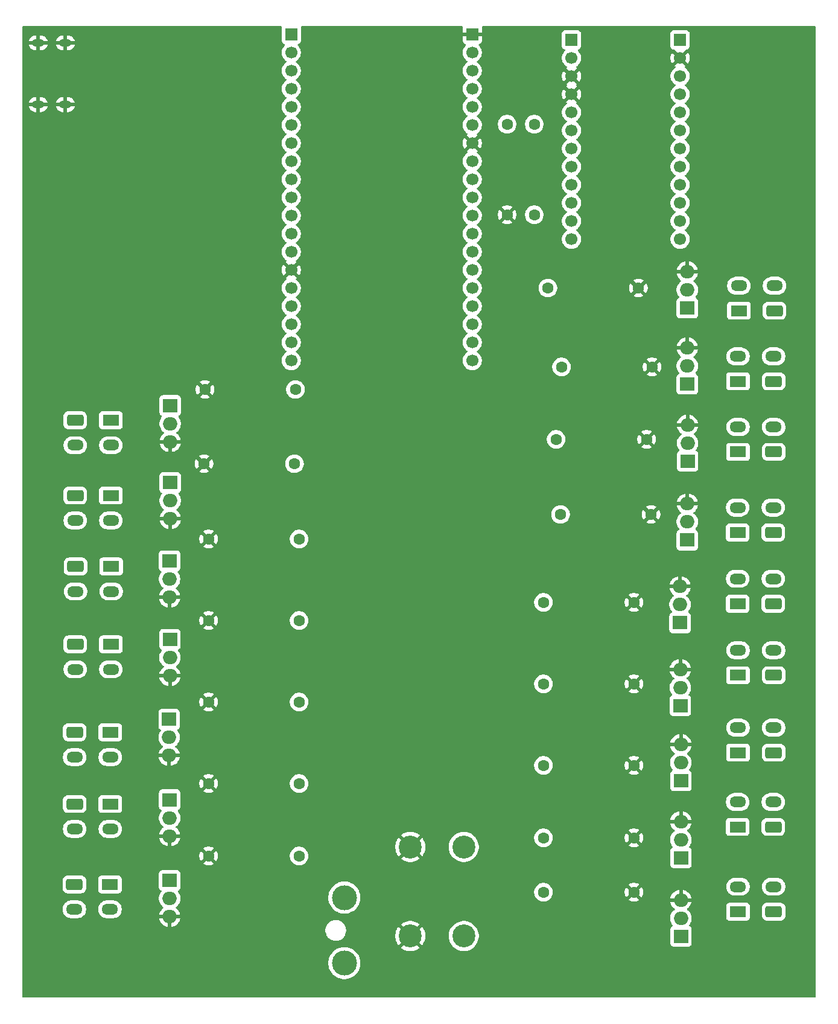
<source format=gbr>
%TF.GenerationSoftware,KiCad,Pcbnew,9.0.2*%
%TF.CreationDate,2025-06-09T13:52:28+08:00*%
%TF.ProjectId,WLED32Hub,574c4544-3332-4487-9562-2e6b69636164,rev?*%
%TF.SameCoordinates,Original*%
%TF.FileFunction,Copper,L2,Bot*%
%TF.FilePolarity,Positive*%
%FSLAX46Y46*%
G04 Gerber Fmt 4.6, Leading zero omitted, Abs format (unit mm)*
G04 Created by KiCad (PCBNEW 9.0.2) date 2025-06-09 13:52:28*
%MOMM*%
%LPD*%
G01*
G04 APERTURE LIST*
G04 Aperture macros list*
%AMRoundRect*
0 Rectangle with rounded corners*
0 $1 Rounding radius*
0 $2 $3 $4 $5 $6 $7 $8 $9 X,Y pos of 4 corners*
0 Add a 4 corners polygon primitive as box body*
4,1,4,$2,$3,$4,$5,$6,$7,$8,$9,$2,$3,0*
0 Add four circle primitives for the rounded corners*
1,1,$1+$1,$2,$3*
1,1,$1+$1,$4,$5*
1,1,$1+$1,$6,$7*
1,1,$1+$1,$8,$9*
0 Add four rect primitives between the rounded corners*
20,1,$1+$1,$2,$3,$4,$5,0*
20,1,$1+$1,$4,$5,$6,$7,0*
20,1,$1+$1,$6,$7,$8,$9,0*
20,1,$1+$1,$8,$9,$2,$3,0*%
G04 Aperture macros list end*
%TA.AperFunction,ComponentPad*%
%ADD10R,1.700000X1.700000*%
%TD*%
%TA.AperFunction,ComponentPad*%
%ADD11C,1.700000*%
%TD*%
%TA.AperFunction,ComponentPad*%
%ADD12R,2.000000X1.905000*%
%TD*%
%TA.AperFunction,ComponentPad*%
%ADD13O,2.000000X1.905000*%
%TD*%
%TA.AperFunction,ComponentPad*%
%ADD14R,2.300000X1.500000*%
%TD*%
%TA.AperFunction,ComponentPad*%
%ADD15RoundRect,0.250001X0.899999X-0.499999X0.899999X0.499999X-0.899999X0.499999X-0.899999X-0.499999X0*%
%TD*%
%TA.AperFunction,ComponentPad*%
%ADD16O,2.300000X1.500000*%
%TD*%
%TA.AperFunction,ComponentPad*%
%ADD17RoundRect,0.250001X-0.899999X0.499999X-0.899999X-0.499999X0.899999X-0.499999X0.899999X0.499999X0*%
%TD*%
%TA.AperFunction,ComponentPad*%
%ADD18C,1.600000*%
%TD*%
%TA.AperFunction,HeatsinkPad*%
%ADD19O,1.700000X1.100000*%
%TD*%
%TA.AperFunction,ComponentPad*%
%ADD20C,3.500000*%
%TD*%
%TA.AperFunction,ComponentPad*%
%ADD21C,3.216000*%
%TD*%
%TA.AperFunction,ViaPad*%
%ADD22C,0.600000*%
%TD*%
G04 APERTURE END LIST*
D10*
%TO.P,U1,1,3V3*%
%TO.N,unconnected-(U1-3V3-Pad1)*%
X122100000Y-38480000D03*
D11*
%TO.P,U1,2,EN*%
%TO.N,unconnected-(U1-EN-Pad2)*%
X122100000Y-41020000D03*
%TO.P,U1,3,SVP*%
%TO.N,unconnected-(U1-SVP-Pad3)*%
X122100000Y-43560000D03*
%TO.P,U1,4,SVN*%
%TO.N,unconnected-(U1-SVN-Pad4)*%
X122100000Y-46100000D03*
%TO.P,U1,5,P34*%
%TO.N,unconnected-(U1-P34-Pad5)*%
X122100000Y-48640000D03*
%TO.P,U1,6,P35*%
%TO.N,unconnected-(U1-P35-Pad6)*%
X122100000Y-51180000D03*
%TO.P,U1,7,P32*%
%TO.N,LED15*%
X122100000Y-53720000D03*
%TO.P,U1,8,P33*%
%TO.N,LED16*%
X122100000Y-56260000D03*
%TO.P,U1,9,P25*%
%TO.N,LED12*%
X122100000Y-58800000D03*
%TO.P,U1,10,P26*%
%TO.N,LED13*%
X122100000Y-61340000D03*
%TO.P,U1,11,P27*%
%TO.N,LED14*%
X122100000Y-63880000D03*
%TO.P,U1,12,P14*%
%TO.N,LED5*%
X122100000Y-66420000D03*
%TO.P,U1,13,P12*%
%TO.N,unconnected-(U1-P12-Pad13)*%
X122100000Y-68960000D03*
%TO.P,U1,14,GND*%
%TO.N,GND*%
X122100000Y-71500000D03*
%TO.P,U1,15,P13*%
%TO.N,LED4*%
X122100000Y-74040000D03*
%TO.P,U1,16,SD2*%
%TO.N,unconnected-(U1-SD2-Pad16)*%
X122100000Y-76580000D03*
%TO.P,U1,17,SD3*%
%TO.N,unconnected-(U1-SD3-Pad17)*%
X122100000Y-79120000D03*
%TO.P,U1,18,CMD*%
%TO.N,unconnected-(U1-CMD-Pad18)*%
X122100000Y-81660000D03*
%TO.P,U1,19,5V*%
%TO.N,VCC*%
X122100000Y-84200000D03*
%TO.P,U1,20,CLK*%
%TO.N,unconnected-(U1-CLK-Pad20)*%
X147500000Y-84200000D03*
%TO.P,U1,21,SD0*%
%TO.N,unconnected-(U1-SD0-Pad21)*%
X147500000Y-81660000D03*
%TO.P,U1,22,SD1*%
%TO.N,unconnected-(U1-SD1-Pad22)*%
X147500000Y-79120000D03*
%TO.P,U1,23,P15*%
%TO.N,LED6*%
X147500000Y-76580000D03*
%TO.P,U1,24,P2*%
%TO.N,LED1*%
X147500000Y-74040000D03*
%TO.P,U1,25,P0*%
%TO.N,unconnected-(U1-P0-Pad25)*%
X147500000Y-71500000D03*
%TO.P,U1,26,P4*%
%TO.N,LED2*%
X147500000Y-68960000D03*
%TO.P,U1,27,P16*%
%TO.N,RXD*%
X147500000Y-66420000D03*
%TO.P,U1,28,P17*%
%TO.N,TXD*%
X147500000Y-63880000D03*
%TO.P,U1,29,P5*%
%TO.N,LED3*%
X147500000Y-61340000D03*
%TO.P,U1,30,P18*%
%TO.N,LED7*%
X147500000Y-58800000D03*
%TO.P,U1,31,P19*%
%TO.N,LED8*%
X147500000Y-56260000D03*
%TO.P,U1,32,GND*%
%TO.N,GND*%
X147500000Y-53720000D03*
%TO.P,U1,33,P21*%
%TO.N,LED9*%
X147500000Y-51180000D03*
%TO.P,U1,34,RXD*%
%TO.N,unconnected-(U1-RXD-Pad34)*%
X147500000Y-48640000D03*
%TO.P,U1,35,TXD*%
%TO.N,unconnected-(U1-TXD-Pad35)*%
X147500000Y-46100000D03*
%TO.P,U1,36,P22*%
%TO.N,LED10*%
X147500000Y-43560000D03*
%TO.P,U1,37,P23*%
%TO.N,LED11*%
X147500000Y-41020000D03*
D10*
%TO.P,U1,38,GND*%
%TO.N,GND*%
X147500000Y-38480000D03*
%TD*%
D12*
%TO.P,Q6,1,G*%
%TO.N,LED6*%
X177673000Y-87503000D03*
D13*
%TO.P,Q6,2,D*%
%TO.N,GLED6*%
X177673000Y-84963000D03*
%TO.P,Q6,3,S*%
%TO.N,GND*%
X177673000Y-82423000D03*
%TD*%
D14*
%TO.P,J3,1,Pin_1*%
%TO.N,VLED*%
X184912000Y-77216000D03*
D15*
X189912000Y-77216000D03*
D16*
%TO.P,J3,2,Pin_2*%
%TO.N,GLED1*%
X184912000Y-73716000D03*
X189912000Y-73716000D03*
%TD*%
D12*
%TO.P,Q9,1,G*%
%TO.N,LED9*%
X176784000Y-143129000D03*
D13*
%TO.P,Q9,2,D*%
%TO.N,GLED9*%
X176784000Y-140589000D03*
%TO.P,Q9,3,S*%
%TO.N,GND*%
X176784000Y-138049000D03*
%TD*%
D14*
%TO.P,J18,1,Pin_1*%
%TO.N,VLED*%
X96704500Y-146399000D03*
D17*
X91704500Y-146399000D03*
D16*
%TO.P,J18,2,Pin_2*%
%TO.N,GLED16*%
X96704500Y-149899000D03*
X91704500Y-149899000D03*
%TD*%
D18*
%TO.P,R5,1*%
%TO.N,LED3*%
X159893000Y-105791000D03*
%TO.P,R5,2*%
%TO.N,GND*%
X172593000Y-105791000D03*
%TD*%
D10*
%TO.P,U2,1,TXO*%
%TO.N,Net-(U2-TXO)*%
X161417000Y-39243000D03*
D11*
%TO.P,U2,2,RXI*%
%TO.N,TXD*%
X161417000Y-41783000D03*
%TO.P,U2,3,GND*%
%TO.N,GND*%
X161417000Y-44323000D03*
%TO.P,U2,4,GND*%
X161417000Y-46863000D03*
%TO.P,U2,5,D2*%
%TO.N,unconnected-(U2-D2-Pad5)*%
X161417000Y-49403000D03*
%TO.P,U2,6,D3*%
%TO.N,unconnected-(U2-D3-Pad6)*%
X161417000Y-51943000D03*
%TO.P,U2,7,D4*%
%TO.N,unconnected-(U2-D4-Pad7)*%
X161417000Y-54483000D03*
%TO.P,U2,8,D5*%
%TO.N,unconnected-(U2-D5-Pad8)*%
X161417000Y-57023000D03*
%TO.P,U2,9,D6*%
%TO.N,unconnected-(U2-D6-Pad9)*%
X161417000Y-59563000D03*
%TO.P,U2,10,D7*%
%TO.N,unconnected-(U2-D7-Pad10)*%
X161417000Y-62103000D03*
%TO.P,U2,11,D8*%
%TO.N,unconnected-(U2-D8-Pad11)*%
X161417000Y-64643000D03*
%TO.P,U2,12,D9*%
%TO.N,unconnected-(U2-D9-Pad12)*%
X161417000Y-67183000D03*
%TO.P,U2,13,D10*%
%TO.N,unconnected-(U2-D10-Pad13)*%
X176657000Y-67183000D03*
%TO.P,U2,14,D16*%
%TO.N,unconnected-(U2-D16-Pad14)*%
X176657000Y-64643000D03*
%TO.P,U2,15,D14*%
%TO.N,Net-(J19-Pin_4)*%
X176657000Y-62103000D03*
%TO.P,U2,16,D15*%
%TO.N,Net-(J19-Pin_3)*%
X176657000Y-59563000D03*
%TO.P,U2,17,A0*%
%TO.N,Net-(J19-Pin_2)*%
X176657000Y-57023000D03*
%TO.P,U2,18,A1*%
%TO.N,unconnected-(U2-A1-Pad18)*%
X176657000Y-54483000D03*
%TO.P,U2,19,A2*%
%TO.N,unconnected-(U2-A2-Pad19)*%
X176657000Y-51943000D03*
%TO.P,U2,20,A3*%
%TO.N,unconnected-(U2-A3-Pad20)*%
X176657000Y-49403000D03*
%TO.P,U2,21,VCC*%
%TO.N,unconnected-(U2-VCC-Pad21)*%
X176657000Y-46863000D03*
%TO.P,U2,22,RST*%
%TO.N,unconnected-(U2-RST-Pad22)*%
X176657000Y-44323000D03*
%TO.P,U2,23,GND*%
%TO.N,GND*%
X176657000Y-41783000D03*
D10*
%TO.P,U2,24,RAW*%
%TO.N,VCC*%
X176657000Y-39243000D03*
%TD*%
D18*
%TO.P,R14,1*%
%TO.N,LED12*%
X123190000Y-132080000D03*
%TO.P,R14,2*%
%TO.N,GND*%
X110490000Y-132080000D03*
%TD*%
D14*
%TO.P,J15,1,Pin_1*%
%TO.N,VLED*%
X96774000Y-124008000D03*
D17*
X91774000Y-124008000D03*
D16*
%TO.P,J15,2,Pin_2*%
%TO.N,GLED13*%
X96774000Y-127508000D03*
X91774000Y-127508000D03*
%TD*%
D12*
%TO.P,Q13,1,G*%
%TO.N,LED13*%
X105076000Y-123308000D03*
D13*
%TO.P,Q13,2,D*%
%TO.N,GLED13*%
X105076000Y-125848000D03*
%TO.P,Q13,3,S*%
%TO.N,GND*%
X105076000Y-128388000D03*
%TD*%
D12*
%TO.P,Q5,1,G*%
%TO.N,LED5*%
X105109000Y-101308000D03*
D13*
%TO.P,Q5,2,D*%
%TO.N,GLED5*%
X105109000Y-103848000D03*
%TO.P,Q5,3,S*%
%TO.N,GND*%
X105109000Y-106388000D03*
%TD*%
D12*
%TO.P,Q3,1,G*%
%TO.N,LED3*%
X177673000Y-109376000D03*
D13*
%TO.P,Q3,2,D*%
%TO.N,GLED3*%
X177673000Y-106836000D03*
%TO.P,Q3,3,S*%
%TO.N,GND*%
X177673000Y-104296000D03*
%TD*%
D14*
%TO.P,J6,1,Pin_1*%
%TO.N,VLED*%
X96774000Y-92583000D03*
D17*
X91774000Y-92583000D03*
D16*
%TO.P,J6,2,Pin_2*%
%TO.N,GLED4*%
X96774000Y-96083000D03*
X91774000Y-96083000D03*
%TD*%
D14*
%TO.P,J9,1,Pin_1*%
%TO.N,VLED*%
X184738000Y-118308000D03*
D15*
X189738000Y-118308000D03*
D16*
%TO.P,J9,2,Pin_2*%
%TO.N,GLED7*%
X184738000Y-114808000D03*
X189738000Y-114808000D03*
%TD*%
D18*
%TO.P,R6,1*%
%TO.N,LED4*%
X122682000Y-88265000D03*
%TO.P,R6,2*%
%TO.N,GND*%
X109982000Y-88265000D03*
%TD*%
D14*
%TO.P,J17,1,Pin_1*%
%TO.N,VLED*%
X96647000Y-157663000D03*
D17*
X91647000Y-157663000D03*
D16*
%TO.P,J17,2,Pin_2*%
%TO.N,GLED15*%
X96647000Y-161163000D03*
X91647000Y-161163000D03*
%TD*%
D14*
%TO.P,J16,1,Pin_1*%
%TO.N,VLED*%
X96821000Y-113086000D03*
D17*
X91821000Y-113086000D03*
D16*
%TO.P,J16,2,Pin_2*%
%TO.N,GLED14*%
X96821000Y-116586000D03*
X91821000Y-116586000D03*
%TD*%
D18*
%TO.P,R10,1*%
%TO.N,LED8*%
X157480000Y-129540000D03*
%TO.P,R10,2*%
%TO.N,GND*%
X170180000Y-129540000D03*
%TD*%
%TO.P,R11,1*%
%TO.N,LED9*%
X157480000Y-140970000D03*
%TO.P,R11,2*%
%TO.N,GND*%
X170180000Y-140970000D03*
%TD*%
D19*
%TO.P,J1,S1,SHIELD*%
%TO.N,GND*%
X90376000Y-39666000D03*
X86576000Y-39666000D03*
X90376000Y-48306000D03*
X86576000Y-48306000D03*
%TD*%
D12*
%TO.P,Q1,1,G*%
%TO.N,LED1*%
X177673000Y-76835000D03*
D13*
%TO.P,Q1,2,D*%
%TO.N,GLED1*%
X177673000Y-74295000D03*
%TO.P,Q1,3,S*%
%TO.N,GND*%
X177673000Y-71755000D03*
%TD*%
D14*
%TO.P,J11,1,Pin_1*%
%TO.N,VLED*%
X184785000Y-139192000D03*
D15*
X189785000Y-139192000D03*
D16*
%TO.P,J11,2,Pin_2*%
%TO.N,GLED9*%
X184785000Y-135692000D03*
X189785000Y-135692000D03*
%TD*%
D18*
%TO.P,R8,1*%
%TO.N,LED6*%
X160020000Y-85090000D03*
%TO.P,R8,2*%
%TO.N,GND*%
X172720000Y-85090000D03*
%TD*%
D12*
%TO.P,Q15,1,G*%
%TO.N,LED15*%
X105029000Y-157099000D03*
D13*
%TO.P,Q15,2,D*%
%TO.N,GLED15*%
X105029000Y-159639000D03*
%TO.P,Q15,3,S*%
%TO.N,GND*%
X105029000Y-162179000D03*
%TD*%
D20*
%TO.P,F1,1*%
%TO.N,Net-(J2-Pin_1)*%
X129540000Y-159512000D03*
%TO.P,F1,2*%
%TO.N,VLED*%
X129540000Y-168712000D03*
%TD*%
D14*
%TO.P,J5,1,Pin_1*%
%TO.N,VLED*%
X184738000Y-108331000D03*
D15*
X189738000Y-108331000D03*
D16*
%TO.P,J5,2,Pin_2*%
%TO.N,GLED3*%
X184738000Y-104831000D03*
X189738000Y-104831000D03*
%TD*%
D12*
%TO.P,Q14,1,G*%
%TO.N,LED14*%
X105018500Y-112300000D03*
D13*
%TO.P,Q14,2,D*%
%TO.N,GLED14*%
X105018500Y-114840000D03*
%TO.P,Q14,3,S*%
%TO.N,GND*%
X105018500Y-117380000D03*
%TD*%
D18*
%TO.P,R7,1*%
%TO.N,LED5*%
X122555000Y-98679000D03*
%TO.P,R7,2*%
%TO.N,GND*%
X109855000Y-98679000D03*
%TD*%
%TO.P,R15,1*%
%TO.N,LED16*%
X123190000Y-143510000D03*
%TO.P,R15,2*%
%TO.N,GND*%
X110490000Y-143510000D03*
%TD*%
D12*
%TO.P,Q16,1,G*%
%TO.N,LED16*%
X105029000Y-145796000D03*
D13*
%TO.P,Q16,2,D*%
%TO.N,GLED16*%
X105029000Y-148336000D03*
%TO.P,Q16,3,S*%
%TO.N,GND*%
X105029000Y-150876000D03*
%TD*%
D14*
%TO.P,J7,1,Pin_1*%
%TO.N,VLED*%
X96774000Y-103133000D03*
D17*
X91774000Y-103133000D03*
D16*
%TO.P,J7,2,Pin_2*%
%TO.N,GLED5*%
X96774000Y-106633000D03*
X91774000Y-106633000D03*
%TD*%
D12*
%TO.P,Q10,1,G*%
%TO.N,LED10*%
X176784000Y-153924000D03*
D13*
%TO.P,Q10,2,D*%
%TO.N,GLED10*%
X176784000Y-151384000D03*
%TO.P,Q10,3,S*%
%TO.N,GND*%
X176784000Y-148844000D03*
%TD*%
D14*
%TO.P,J8,1,Pin_1*%
%TO.N,VLED*%
X184785000Y-87122000D03*
D15*
X189785000Y-87122000D03*
D16*
%TO.P,J8,2,Pin_2*%
%TO.N,GLED6*%
X184785000Y-83622000D03*
X189785000Y-83622000D03*
%TD*%
D18*
%TO.P,R12,1*%
%TO.N,LED10*%
X157480000Y-151130000D03*
%TO.P,R12,2*%
%TO.N,GND*%
X170180000Y-151130000D03*
%TD*%
D21*
%TO.P,J2,1,Pin_1*%
%TO.N,Net-(J2-Pin_1)*%
X146304000Y-152410000D03*
X146304000Y-164910000D03*
%TO.P,J2,2,Pin_2*%
%TO.N,GND*%
X138804000Y-152410000D03*
X138804000Y-164910000D03*
%TD*%
D12*
%TO.P,Q8,1,G*%
%TO.N,LED8*%
X176704000Y-132588000D03*
D13*
%TO.P,Q8,2,D*%
%TO.N,GLED8*%
X176704000Y-130048000D03*
%TO.P,Q8,3,S*%
%TO.N,GND*%
X176704000Y-127508000D03*
%TD*%
D14*
%TO.P,J12,1,Pin_1*%
%TO.N,VLED*%
X184738000Y-149606000D03*
D15*
X189738000Y-149606000D03*
D16*
%TO.P,J12,2,Pin_2*%
%TO.N,GLED10*%
X184738000Y-146106000D03*
X189738000Y-146106000D03*
%TD*%
D14*
%TO.P,J4,1,Pin_1*%
%TO.N,VLED*%
X184785000Y-97019000D03*
D15*
X189785000Y-97019000D03*
D16*
%TO.P,J4,2,Pin_2*%
%TO.N,GLED2*%
X184785000Y-93519000D03*
X189785000Y-93519000D03*
%TD*%
D12*
%TO.P,Q7,1,G*%
%TO.N,LED7*%
X176657000Y-120975000D03*
D13*
%TO.P,Q7,2,D*%
%TO.N,GLED7*%
X176657000Y-118435000D03*
%TO.P,Q7,3,S*%
%TO.N,GND*%
X176657000Y-115895000D03*
%TD*%
D12*
%TO.P,Q12,1,G*%
%TO.N,LED12*%
X104949000Y-134522000D03*
D13*
%TO.P,Q12,2,D*%
%TO.N,GLED12*%
X104949000Y-137062000D03*
%TO.P,Q12,3,S*%
%TO.N,GND*%
X104949000Y-139602000D03*
%TD*%
D18*
%TO.P,R9,1*%
%TO.N,LED7*%
X157480000Y-118110000D03*
%TO.P,R9,2*%
%TO.N,GND*%
X170180000Y-118110000D03*
%TD*%
D12*
%TO.P,Q11,1,G*%
%TO.N,LED11*%
X176784000Y-164935000D03*
D13*
%TO.P,Q11,2,D*%
%TO.N,GLED11*%
X176784000Y-162395000D03*
%TO.P,Q11,3,S*%
%TO.N,GND*%
X176784000Y-159855000D03*
%TD*%
D18*
%TO.P,R13,1*%
%TO.N,LED11*%
X157480000Y-158750000D03*
%TO.P,R13,2*%
%TO.N,GND*%
X170180000Y-158750000D03*
%TD*%
D14*
%TO.P,J14,1,Pin_1*%
%TO.N,VLED*%
X96694000Y-136327000D03*
D17*
X91694000Y-136327000D03*
D16*
%TO.P,J14,2,Pin_2*%
%TO.N,GLED12*%
X96694000Y-139827000D03*
X91694000Y-139827000D03*
%TD*%
D18*
%TO.P,R18,1*%
%TO.N,LED15*%
X123190000Y-153670000D03*
%TO.P,R18,2*%
%TO.N,GND*%
X110490000Y-153670000D03*
%TD*%
%TO.P,R1,1*%
%TO.N,RXD*%
X156193000Y-63754000D03*
%TO.P,R1,2*%
%TO.N,Net-(U2-TXO)*%
X156193000Y-51054000D03*
%TD*%
D14*
%TO.P,J10,1,Pin_1*%
%TO.N,VLED*%
X184785000Y-128341000D03*
D15*
X189785000Y-128341000D03*
D16*
%TO.P,J10,2,Pin_2*%
%TO.N,GLED8*%
X184785000Y-124841000D03*
X189785000Y-124841000D03*
%TD*%
D18*
%TO.P,R2,1*%
%TO.N,GND*%
X152383000Y-63754000D03*
%TO.P,R2,2*%
%TO.N,Net-(U2-TXO)*%
X152383000Y-51054000D03*
%TD*%
%TO.P,R4,1*%
%TO.N,LED2*%
X159258000Y-95250000D03*
%TO.P,R4,2*%
%TO.N,GND*%
X171958000Y-95250000D03*
%TD*%
%TO.P,R3,1*%
%TO.N,LED1*%
X158115000Y-74041000D03*
%TO.P,R3,2*%
%TO.N,GND*%
X170815000Y-74041000D03*
%TD*%
D14*
%TO.P,J13,1,Pin_1*%
%TO.N,VLED*%
X184785000Y-161488000D03*
D15*
X189785000Y-161488000D03*
D16*
%TO.P,J13,2,Pin_2*%
%TO.N,GLED11*%
X184785000Y-157988000D03*
X189785000Y-157988000D03*
%TD*%
D18*
%TO.P,R16,1*%
%TO.N,LED13*%
X123190000Y-120650000D03*
%TO.P,R16,2*%
%TO.N,GND*%
X110490000Y-120650000D03*
%TD*%
D12*
%TO.P,Q4,1,G*%
%TO.N,LED4*%
X105109000Y-90513000D03*
D13*
%TO.P,Q4,2,D*%
%TO.N,GLED4*%
X105109000Y-93053000D03*
%TO.P,Q4,3,S*%
%TO.N,GND*%
X105109000Y-95593000D03*
%TD*%
D18*
%TO.P,R17,1*%
%TO.N,LED14*%
X123190000Y-109220000D03*
%TO.P,R17,2*%
%TO.N,GND*%
X110490000Y-109220000D03*
%TD*%
D12*
%TO.P,Q2,1,G*%
%TO.N,LED2*%
X177720000Y-98309000D03*
D13*
%TO.P,Q2,2,D*%
%TO.N,GLED2*%
X177720000Y-95769000D03*
%TO.P,Q2,3,S*%
%TO.N,GND*%
X177720000Y-93229000D03*
%TD*%
D22*
%TO.N,GND*%
X149860000Y-38100000D03*
X167640000Y-38100000D03*
X116840000Y-93980000D03*
X111760000Y-93980000D03*
X116840000Y-104140000D03*
X111760000Y-104140000D03*
X116840000Y-116840000D03*
X111760000Y-116840000D03*
X119380000Y-149860000D03*
X111760000Y-149860000D03*
X119380000Y-139700000D03*
X111760000Y-139700000D03*
X119380000Y-127000000D03*
X111760000Y-127000000D03*
X167640000Y-162560000D03*
X165100000Y-157480000D03*
X165100000Y-147320000D03*
X162560000Y-149860000D03*
X170180000Y-137160000D03*
X162560000Y-137160000D03*
X170180000Y-124460000D03*
X162560000Y-127000000D03*
X172720000Y-114300000D03*
X162560000Y-114300000D03*
X170180000Y-101600000D03*
X162560000Y-101600000D03*
X170180000Y-91440000D03*
X165100000Y-91440000D03*
X165100000Y-82550000D03*
X171450000Y-81280000D03*
X133350000Y-133350000D03*
X114300000Y-50800000D03*
X165100000Y-63500000D03*
X133350000Y-82550000D03*
X114300000Y-88900000D03*
X139700000Y-69850000D03*
X95250000Y-50800000D03*
X88900000Y-63500000D03*
X139700000Y-44450000D03*
X95250000Y-57150000D03*
X133350000Y-120650000D03*
X139700000Y-57150000D03*
X114300000Y-44450000D03*
X139700000Y-38608000D03*
X139700000Y-82550000D03*
X171450000Y-69850000D03*
X184150000Y-44450000D03*
X101600000Y-76200000D03*
X88900000Y-69850000D03*
X133350000Y-50800000D03*
X101600000Y-57150000D03*
X133350000Y-95250000D03*
X107950000Y-82550000D03*
X152400000Y-44450000D03*
X158750000Y-57150000D03*
X165100000Y-44450000D03*
X114300000Y-69850000D03*
X152400000Y-57150000D03*
X107950000Y-63500000D03*
X184150000Y-57150000D03*
X95250000Y-69850000D03*
X133350000Y-63500000D03*
X171450000Y-57150000D03*
X101600000Y-69850000D03*
X190500000Y-57150000D03*
X95250000Y-76200000D03*
X171450000Y-50800000D03*
X107696000Y-160528000D03*
X133350000Y-114300000D03*
X190500000Y-63500000D03*
X171450000Y-44450000D03*
X107188000Y-163576000D03*
X184150000Y-63500000D03*
X139700000Y-114300000D03*
X88900000Y-57150000D03*
X139700000Y-88900000D03*
X101600000Y-44450000D03*
X101600000Y-82550000D03*
X133096000Y-38608000D03*
X139700000Y-76200000D03*
X139700000Y-101600000D03*
X107950000Y-76200000D03*
X88900000Y-76200000D03*
X95250000Y-63500000D03*
X165100000Y-57150000D03*
X139700000Y-95250000D03*
X133350000Y-127000000D03*
X114300000Y-57150000D03*
X139700000Y-50800000D03*
X133350000Y-69850000D03*
X114300000Y-82550000D03*
X133350000Y-76200000D03*
X139700000Y-127000000D03*
X133350000Y-107950000D03*
X133350000Y-44450000D03*
X88900000Y-82550000D03*
X139700000Y-63500000D03*
X107950000Y-57150000D03*
X165100000Y-69850000D03*
X158750000Y-69850000D03*
X95250000Y-82550000D03*
X127000000Y-50800000D03*
X139700000Y-120650000D03*
X171450000Y-63500000D03*
X101600000Y-50800000D03*
X127000000Y-38608000D03*
X141097000Y-146304000D03*
X152400000Y-69850000D03*
X165100000Y-50800000D03*
X107950000Y-44450000D03*
X88900000Y-50800000D03*
X127000000Y-44450000D03*
X139700000Y-133350000D03*
X114300000Y-63500000D03*
X107950000Y-50800000D03*
X133350000Y-101600000D03*
X193040000Y-40640000D03*
X133350000Y-88900000D03*
X133350000Y-57150000D03*
X139700000Y-107950000D03*
%TD*%
%TA.AperFunction,Conductor*%
%TO.N,GND*%
G36*
X120715972Y-37350185D02*
G01*
X120761727Y-37402989D01*
X120771671Y-37472147D01*
X120765115Y-37497832D01*
X120755909Y-37522514D01*
X120755908Y-37522516D01*
X120749501Y-37582116D01*
X120749501Y-37582123D01*
X120749500Y-37582135D01*
X120749500Y-39377870D01*
X120749501Y-39377876D01*
X120755908Y-39437483D01*
X120806202Y-39572328D01*
X120806206Y-39572335D01*
X120892452Y-39687544D01*
X120892455Y-39687547D01*
X121007664Y-39773793D01*
X121007671Y-39773797D01*
X121139082Y-39822810D01*
X121195016Y-39864681D01*
X121219433Y-39930145D01*
X121204582Y-39998418D01*
X121183431Y-40026673D01*
X121069889Y-40140215D01*
X120944951Y-40312179D01*
X120848444Y-40501585D01*
X120782753Y-40703760D01*
X120749500Y-40913713D01*
X120749500Y-41126286D01*
X120782753Y-41336239D01*
X120848444Y-41538414D01*
X120944951Y-41727820D01*
X121069890Y-41899786D01*
X121220213Y-42050109D01*
X121392182Y-42175050D01*
X121400946Y-42179516D01*
X121451742Y-42227491D01*
X121468536Y-42295312D01*
X121445998Y-42361447D01*
X121400946Y-42400484D01*
X121392182Y-42404949D01*
X121220213Y-42529890D01*
X121069890Y-42680213D01*
X120944951Y-42852179D01*
X120848444Y-43041585D01*
X120782753Y-43243760D01*
X120749500Y-43453713D01*
X120749500Y-43666286D01*
X120782753Y-43876239D01*
X120848444Y-44078414D01*
X120944951Y-44267820D01*
X121069890Y-44439786D01*
X121220213Y-44590109D01*
X121392182Y-44715050D01*
X121400946Y-44719516D01*
X121451742Y-44767491D01*
X121468536Y-44835312D01*
X121445998Y-44901447D01*
X121400946Y-44940484D01*
X121392182Y-44944949D01*
X121220213Y-45069890D01*
X121069890Y-45220213D01*
X120944951Y-45392179D01*
X120848444Y-45581585D01*
X120782753Y-45783760D01*
X120749500Y-45993713D01*
X120749500Y-46206286D01*
X120782753Y-46416239D01*
X120848444Y-46618414D01*
X120944951Y-46807820D01*
X121069890Y-46979786D01*
X121220213Y-47130109D01*
X121392182Y-47255050D01*
X121400946Y-47259516D01*
X121451742Y-47307491D01*
X121468536Y-47375312D01*
X121445998Y-47441447D01*
X121400946Y-47480484D01*
X121392182Y-47484949D01*
X121220213Y-47609890D01*
X121069890Y-47760213D01*
X120944951Y-47932179D01*
X120848444Y-48121585D01*
X120782753Y-48323760D01*
X120774972Y-48372890D01*
X120749500Y-48533713D01*
X120749500Y-48746287D01*
X120782754Y-48956243D01*
X120836478Y-49121589D01*
X120848444Y-49158414D01*
X120944951Y-49347820D01*
X121069890Y-49519786D01*
X121220213Y-49670109D01*
X121392182Y-49795050D01*
X121400946Y-49799516D01*
X121451742Y-49847491D01*
X121468536Y-49915312D01*
X121445998Y-49981447D01*
X121400946Y-50020484D01*
X121392182Y-50024949D01*
X121220213Y-50149890D01*
X121069890Y-50300213D01*
X120944951Y-50472179D01*
X120848444Y-50661585D01*
X120782753Y-50863760D01*
X120749500Y-51073713D01*
X120749500Y-51286286D01*
X120782753Y-51496239D01*
X120848444Y-51698414D01*
X120944951Y-51887820D01*
X121069890Y-52059786D01*
X121220213Y-52210109D01*
X121392182Y-52335050D01*
X121400946Y-52339516D01*
X121451742Y-52387491D01*
X121468536Y-52455312D01*
X121445998Y-52521447D01*
X121400946Y-52560484D01*
X121392182Y-52564949D01*
X121220213Y-52689890D01*
X121069890Y-52840213D01*
X120944951Y-53012179D01*
X120848444Y-53201585D01*
X120782753Y-53403760D01*
X120749500Y-53613713D01*
X120749500Y-53826286D01*
X120782753Y-54036239D01*
X120848444Y-54238414D01*
X120944951Y-54427820D01*
X121069890Y-54599786D01*
X121220213Y-54750109D01*
X121392182Y-54875050D01*
X121400946Y-54879516D01*
X121451742Y-54927491D01*
X121468536Y-54995312D01*
X121445998Y-55061447D01*
X121400946Y-55100484D01*
X121392182Y-55104949D01*
X121220213Y-55229890D01*
X121069890Y-55380213D01*
X120944951Y-55552179D01*
X120848444Y-55741585D01*
X120782753Y-55943760D01*
X120749500Y-56153713D01*
X120749500Y-56366286D01*
X120782753Y-56576239D01*
X120848444Y-56778414D01*
X120944951Y-56967820D01*
X121069890Y-57139786D01*
X121220213Y-57290109D01*
X121392182Y-57415050D01*
X121400946Y-57419516D01*
X121451742Y-57467491D01*
X121468536Y-57535312D01*
X121445998Y-57601447D01*
X121400946Y-57640484D01*
X121392182Y-57644949D01*
X121220213Y-57769890D01*
X121069890Y-57920213D01*
X120944951Y-58092179D01*
X120848444Y-58281585D01*
X120782753Y-58483760D01*
X120749500Y-58693713D01*
X120749500Y-58906286D01*
X120782753Y-59116239D01*
X120848444Y-59318414D01*
X120944951Y-59507820D01*
X121069890Y-59679786D01*
X121220213Y-59830109D01*
X121392182Y-59955050D01*
X121400946Y-59959516D01*
X121451742Y-60007491D01*
X121468536Y-60075312D01*
X121445998Y-60141447D01*
X121400946Y-60180484D01*
X121392182Y-60184949D01*
X121220213Y-60309890D01*
X121069890Y-60460213D01*
X120944951Y-60632179D01*
X120848444Y-60821585D01*
X120782753Y-61023760D01*
X120749500Y-61233713D01*
X120749500Y-61446286D01*
X120782753Y-61656239D01*
X120848444Y-61858414D01*
X120944951Y-62047820D01*
X121069890Y-62219786D01*
X121220213Y-62370109D01*
X121392182Y-62495050D01*
X121400946Y-62499516D01*
X121451742Y-62547491D01*
X121468536Y-62615312D01*
X121445998Y-62681447D01*
X121400946Y-62720484D01*
X121392182Y-62724949D01*
X121220213Y-62849890D01*
X121069890Y-63000213D01*
X120944951Y-63172179D01*
X120848444Y-63361585D01*
X120782753Y-63563760D01*
X120749500Y-63773713D01*
X120749500Y-63986286D01*
X120782753Y-64196239D01*
X120848444Y-64398414D01*
X120944951Y-64587820D01*
X121069890Y-64759786D01*
X121220213Y-64910109D01*
X121392182Y-65035050D01*
X121400946Y-65039516D01*
X121451742Y-65087491D01*
X121468536Y-65155312D01*
X121445998Y-65221447D01*
X121400946Y-65260484D01*
X121392182Y-65264949D01*
X121220213Y-65389890D01*
X121069890Y-65540213D01*
X120944951Y-65712179D01*
X120848444Y-65901585D01*
X120782753Y-66103760D01*
X120749500Y-66313713D01*
X120749500Y-66526286D01*
X120782753Y-66736239D01*
X120848444Y-66938414D01*
X120944951Y-67127820D01*
X121069890Y-67299786D01*
X121220213Y-67450109D01*
X121392182Y-67575050D01*
X121400946Y-67579516D01*
X121451742Y-67627491D01*
X121468536Y-67695312D01*
X121445998Y-67761447D01*
X121400946Y-67800484D01*
X121392182Y-67804949D01*
X121220213Y-67929890D01*
X121069890Y-68080213D01*
X120944951Y-68252179D01*
X120848444Y-68441585D01*
X120782753Y-68643760D01*
X120749500Y-68853713D01*
X120749500Y-69066286D01*
X120782753Y-69276239D01*
X120848444Y-69478414D01*
X120944951Y-69667820D01*
X121069890Y-69839786D01*
X121220213Y-69990109D01*
X121392179Y-70115048D01*
X121392181Y-70115049D01*
X121392184Y-70115051D01*
X121401493Y-70119794D01*
X121452290Y-70167766D01*
X121469087Y-70235587D01*
X121446552Y-70301722D01*
X121401505Y-70340760D01*
X121392446Y-70345376D01*
X121392440Y-70345380D01*
X121338282Y-70384727D01*
X121338282Y-70384728D01*
X121970591Y-71017037D01*
X121907007Y-71034075D01*
X121792993Y-71099901D01*
X121699901Y-71192993D01*
X121634075Y-71307007D01*
X121617037Y-71370591D01*
X120984728Y-70738282D01*
X120984727Y-70738282D01*
X120945380Y-70792439D01*
X120848904Y-70981782D01*
X120783242Y-71183869D01*
X120783242Y-71183872D01*
X120750000Y-71393753D01*
X120750000Y-71606246D01*
X120783242Y-71816127D01*
X120783242Y-71816130D01*
X120848904Y-72018217D01*
X120945375Y-72207550D01*
X120984728Y-72261716D01*
X121617037Y-71629408D01*
X121634075Y-71692993D01*
X121699901Y-71807007D01*
X121792993Y-71900099D01*
X121907007Y-71965925D01*
X121970590Y-71982962D01*
X121338282Y-72615269D01*
X121338282Y-72615270D01*
X121392452Y-72654626D01*
X121392451Y-72654626D01*
X121401495Y-72659234D01*
X121452292Y-72707208D01*
X121469087Y-72775029D01*
X121446550Y-72841164D01*
X121401499Y-72880202D01*
X121392182Y-72884949D01*
X121220213Y-73009890D01*
X121069890Y-73160213D01*
X120944951Y-73332179D01*
X120848444Y-73521585D01*
X120848443Y-73521587D01*
X120848443Y-73521588D01*
X120841882Y-73541781D01*
X120782753Y-73723760D01*
X120749500Y-73933713D01*
X120749500Y-74146286D01*
X120771724Y-74286606D01*
X120782754Y-74356243D01*
X120839421Y-74530646D01*
X120848444Y-74558414D01*
X120944951Y-74747820D01*
X121069890Y-74919786D01*
X121220213Y-75070109D01*
X121392182Y-75195050D01*
X121400946Y-75199516D01*
X121451742Y-75247491D01*
X121468536Y-75315312D01*
X121445998Y-75381447D01*
X121400946Y-75420484D01*
X121392182Y-75424949D01*
X121220213Y-75549890D01*
X121069890Y-75700213D01*
X120944951Y-75872179D01*
X120848444Y-76061585D01*
X120782753Y-76263760D01*
X120749500Y-76473713D01*
X120749500Y-76686286D01*
X120782753Y-76896239D01*
X120848444Y-77098414D01*
X120944951Y-77287820D01*
X121069890Y-77459786D01*
X121220213Y-77610109D01*
X121392182Y-77735050D01*
X121400946Y-77739516D01*
X121451742Y-77787491D01*
X121468536Y-77855312D01*
X121445998Y-77921447D01*
X121400946Y-77960484D01*
X121392182Y-77964949D01*
X121220213Y-78089890D01*
X121069890Y-78240213D01*
X120944951Y-78412179D01*
X120848444Y-78601585D01*
X120782753Y-78803760D01*
X120749500Y-79013713D01*
X120749500Y-79226286D01*
X120782753Y-79436239D01*
X120848444Y-79638414D01*
X120944951Y-79827820D01*
X121069890Y-79999786D01*
X121220213Y-80150109D01*
X121392182Y-80275050D01*
X121400946Y-80279516D01*
X121451742Y-80327491D01*
X121468536Y-80395312D01*
X121445998Y-80461447D01*
X121400946Y-80500484D01*
X121392182Y-80504949D01*
X121220213Y-80629890D01*
X121069890Y-80780213D01*
X120944951Y-80952179D01*
X120848444Y-81141585D01*
X120782753Y-81343760D01*
X120761689Y-81476757D01*
X120749500Y-81553713D01*
X120749500Y-81766287D01*
X120782754Y-81976243D01*
X120846276Y-82171744D01*
X120848444Y-82178414D01*
X120944951Y-82367820D01*
X121069890Y-82539786D01*
X121220213Y-82690109D01*
X121392182Y-82815050D01*
X121400946Y-82819516D01*
X121451742Y-82867491D01*
X121468536Y-82935312D01*
X121445998Y-83001447D01*
X121400946Y-83040484D01*
X121392182Y-83044949D01*
X121220213Y-83169890D01*
X121069890Y-83320213D01*
X120944951Y-83492179D01*
X120848444Y-83681585D01*
X120782753Y-83883760D01*
X120767804Y-83978147D01*
X120749500Y-84093713D01*
X120749500Y-84306287D01*
X120782754Y-84516243D01*
X120848068Y-84717259D01*
X120848444Y-84718414D01*
X120944951Y-84907820D01*
X121069890Y-85079786D01*
X121220213Y-85230109D01*
X121392179Y-85355048D01*
X121392181Y-85355049D01*
X121392184Y-85355051D01*
X121581588Y-85451557D01*
X121783757Y-85517246D01*
X121993713Y-85550500D01*
X121993714Y-85550500D01*
X122206286Y-85550500D01*
X122206287Y-85550500D01*
X122416243Y-85517246D01*
X122618412Y-85451557D01*
X122807816Y-85355051D01*
X122879120Y-85303246D01*
X122979786Y-85230109D01*
X122979788Y-85230106D01*
X122979792Y-85230104D01*
X123130104Y-85079792D01*
X123130106Y-85079788D01*
X123130109Y-85079786D01*
X123255048Y-84907820D01*
X123255050Y-84907817D01*
X123255051Y-84907816D01*
X123351557Y-84718412D01*
X123417246Y-84516243D01*
X123450500Y-84306287D01*
X123450500Y-84093713D01*
X123417246Y-83883757D01*
X123351557Y-83681588D01*
X123255051Y-83492184D01*
X123255049Y-83492181D01*
X123255048Y-83492179D01*
X123130109Y-83320213D01*
X122979786Y-83169890D01*
X122807820Y-83044951D01*
X122807115Y-83044591D01*
X122799054Y-83040485D01*
X122748259Y-82992512D01*
X122731463Y-82924692D01*
X122753999Y-82858556D01*
X122799054Y-82819515D01*
X122807816Y-82815051D01*
X122829789Y-82799086D01*
X122979786Y-82690109D01*
X122979788Y-82690106D01*
X122979792Y-82690104D01*
X123130104Y-82539792D01*
X123130106Y-82539788D01*
X123130109Y-82539786D01*
X123255048Y-82367820D01*
X123255047Y-82367820D01*
X123255051Y-82367816D01*
X123351557Y-82178412D01*
X123417246Y-81976243D01*
X123450500Y-81766287D01*
X123450500Y-81553713D01*
X123417246Y-81343757D01*
X123351557Y-81141588D01*
X123255051Y-80952184D01*
X123255049Y-80952181D01*
X123255048Y-80952179D01*
X123130109Y-80780213D01*
X122979786Y-80629890D01*
X122807820Y-80504951D01*
X122807115Y-80504591D01*
X122799054Y-80500485D01*
X122748259Y-80452512D01*
X122731463Y-80384692D01*
X122753999Y-80318556D01*
X122799054Y-80279515D01*
X122807816Y-80275051D01*
X122829789Y-80259086D01*
X122979786Y-80150109D01*
X122979788Y-80150106D01*
X122979792Y-80150104D01*
X123130104Y-79999792D01*
X123130106Y-79999788D01*
X123130109Y-79999786D01*
X123255048Y-79827820D01*
X123255047Y-79827820D01*
X123255051Y-79827816D01*
X123351557Y-79638412D01*
X123417246Y-79436243D01*
X123450500Y-79226287D01*
X123450500Y-79013713D01*
X123417246Y-78803757D01*
X123351557Y-78601588D01*
X123255051Y-78412184D01*
X123255049Y-78412181D01*
X123255048Y-78412179D01*
X123130109Y-78240213D01*
X122979786Y-78089890D01*
X122807820Y-77964951D01*
X122807115Y-77964591D01*
X122799054Y-77960485D01*
X122748259Y-77912512D01*
X122731463Y-77844692D01*
X122753999Y-77778556D01*
X122799054Y-77739515D01*
X122807816Y-77735051D01*
X122829789Y-77719086D01*
X122979786Y-77610109D01*
X122979788Y-77610106D01*
X122979792Y-77610104D01*
X123130104Y-77459792D01*
X123130106Y-77459788D01*
X123130109Y-77459786D01*
X123255048Y-77287820D01*
X123255047Y-77287820D01*
X123255051Y-77287816D01*
X123351557Y-77098412D01*
X123417246Y-76896243D01*
X123450500Y-76686287D01*
X123450500Y-76473713D01*
X123417246Y-76263757D01*
X123351557Y-76061588D01*
X123255051Y-75872184D01*
X123255049Y-75872181D01*
X123255048Y-75872179D01*
X123130109Y-75700213D01*
X122979786Y-75549890D01*
X122807820Y-75424951D01*
X122807115Y-75424591D01*
X122799054Y-75420485D01*
X122748259Y-75372512D01*
X122731463Y-75304692D01*
X122753999Y-75238556D01*
X122799054Y-75199515D01*
X122807816Y-75195051D01*
X122865889Y-75152859D01*
X122979786Y-75070109D01*
X122979788Y-75070106D01*
X122979792Y-75070104D01*
X123130104Y-74919792D01*
X123130106Y-74919788D01*
X123130109Y-74919786D01*
X123241170Y-74766922D01*
X123255051Y-74747816D01*
X123351557Y-74558412D01*
X123417246Y-74356243D01*
X123450500Y-74146287D01*
X123450500Y-73933713D01*
X123417246Y-73723757D01*
X123351557Y-73521588D01*
X123255051Y-73332184D01*
X123255049Y-73332181D01*
X123255048Y-73332179D01*
X123130109Y-73160213D01*
X122979786Y-73009890D01*
X122807817Y-72884949D01*
X122798504Y-72880204D01*
X122747707Y-72832230D01*
X122730912Y-72764409D01*
X122753449Y-72698274D01*
X122798507Y-72659232D01*
X122807555Y-72654622D01*
X122861716Y-72615270D01*
X122861717Y-72615270D01*
X122229408Y-71982962D01*
X122292993Y-71965925D01*
X122407007Y-71900099D01*
X122500099Y-71807007D01*
X122565925Y-71692993D01*
X122582962Y-71629408D01*
X123215270Y-72261717D01*
X123215270Y-72261716D01*
X123254622Y-72207554D01*
X123351095Y-72018217D01*
X123416757Y-71816130D01*
X123416757Y-71816127D01*
X123450000Y-71606246D01*
X123450000Y-71393753D01*
X123416757Y-71183872D01*
X123416757Y-71183869D01*
X123351095Y-70981782D01*
X123254624Y-70792449D01*
X123215270Y-70738282D01*
X123215269Y-70738282D01*
X122582962Y-71370590D01*
X122565925Y-71307007D01*
X122500099Y-71192993D01*
X122407007Y-71099901D01*
X122292993Y-71034075D01*
X122229409Y-71017037D01*
X122861716Y-70384728D01*
X122807547Y-70345373D01*
X122807547Y-70345372D01*
X122798500Y-70340763D01*
X122747706Y-70292788D01*
X122730912Y-70224966D01*
X122753451Y-70158832D01*
X122798508Y-70119793D01*
X122807816Y-70115051D01*
X122887007Y-70057515D01*
X122979786Y-69990109D01*
X122979788Y-69990106D01*
X122979792Y-69990104D01*
X123130104Y-69839792D01*
X123130106Y-69839788D01*
X123130109Y-69839786D01*
X123255048Y-69667820D01*
X123255047Y-69667820D01*
X123255051Y-69667816D01*
X123351557Y-69478412D01*
X123417246Y-69276243D01*
X123450500Y-69066287D01*
X123450500Y-68853713D01*
X123417246Y-68643757D01*
X123351557Y-68441588D01*
X123255051Y-68252184D01*
X123255049Y-68252181D01*
X123255048Y-68252179D01*
X123130109Y-68080213D01*
X122979786Y-67929890D01*
X122807820Y-67804951D01*
X122807115Y-67804591D01*
X122799054Y-67800485D01*
X122748259Y-67752512D01*
X122731463Y-67684692D01*
X122753999Y-67618556D01*
X122799054Y-67579515D01*
X122807816Y-67575051D01*
X122829789Y-67559086D01*
X122979786Y-67450109D01*
X122979788Y-67450106D01*
X122979792Y-67450104D01*
X123130104Y-67299792D01*
X123130106Y-67299788D01*
X123130109Y-67299786D01*
X123255048Y-67127820D01*
X123255047Y-67127820D01*
X123255051Y-67127816D01*
X123351557Y-66938412D01*
X123417246Y-66736243D01*
X123450500Y-66526287D01*
X123450500Y-66313713D01*
X123417246Y-66103757D01*
X123351557Y-65901588D01*
X123255051Y-65712184D01*
X123255049Y-65712181D01*
X123255048Y-65712179D01*
X123130109Y-65540213D01*
X122979786Y-65389890D01*
X122807820Y-65264951D01*
X122807115Y-65264591D01*
X122799054Y-65260485D01*
X122748259Y-65212512D01*
X122731463Y-65144692D01*
X122753999Y-65078556D01*
X122799054Y-65039515D01*
X122807816Y-65035051D01*
X122829789Y-65019086D01*
X122979786Y-64910109D01*
X122979788Y-64910106D01*
X122979792Y-64910104D01*
X123130104Y-64759792D01*
X123130106Y-64759788D01*
X123130109Y-64759786D01*
X123255048Y-64587820D01*
X123255049Y-64587819D01*
X123255051Y-64587816D01*
X123351557Y-64398412D01*
X123417246Y-64196243D01*
X123450500Y-63986287D01*
X123450500Y-63773713D01*
X123417246Y-63563757D01*
X123351557Y-63361588D01*
X123255051Y-63172184D01*
X123255049Y-63172181D01*
X123255048Y-63172179D01*
X123130109Y-63000213D01*
X122979786Y-62849890D01*
X122807820Y-62724951D01*
X122807115Y-62724591D01*
X122799054Y-62720485D01*
X122748259Y-62672512D01*
X122731463Y-62604692D01*
X122753999Y-62538556D01*
X122799054Y-62499515D01*
X122807816Y-62495051D01*
X122864318Y-62454000D01*
X122979786Y-62370109D01*
X122979788Y-62370106D01*
X122979792Y-62370104D01*
X123130104Y-62219792D01*
X123130106Y-62219788D01*
X123130109Y-62219786D01*
X123255048Y-62047820D01*
X123255047Y-62047820D01*
X123255051Y-62047816D01*
X123351557Y-61858412D01*
X123417246Y-61656243D01*
X123450500Y-61446287D01*
X123450500Y-61233713D01*
X123417246Y-61023757D01*
X123351557Y-60821588D01*
X123255051Y-60632184D01*
X123255049Y-60632181D01*
X123255048Y-60632179D01*
X123130109Y-60460213D01*
X122979786Y-60309890D01*
X122807820Y-60184951D01*
X122807115Y-60184591D01*
X122799054Y-60180485D01*
X122748259Y-60132512D01*
X122731463Y-60064692D01*
X122753999Y-59998556D01*
X122799054Y-59959515D01*
X122807816Y-59955051D01*
X122829789Y-59939086D01*
X122979786Y-59830109D01*
X122979788Y-59830106D01*
X122979792Y-59830104D01*
X123130104Y-59679792D01*
X123130106Y-59679788D01*
X123130109Y-59679786D01*
X123255048Y-59507820D01*
X123255047Y-59507820D01*
X123255051Y-59507816D01*
X123351557Y-59318412D01*
X123417246Y-59116243D01*
X123450500Y-58906287D01*
X123450500Y-58693713D01*
X123417246Y-58483757D01*
X123351557Y-58281588D01*
X123255051Y-58092184D01*
X123255049Y-58092181D01*
X123255048Y-58092179D01*
X123130109Y-57920213D01*
X122979786Y-57769890D01*
X122807820Y-57644951D01*
X122807115Y-57644591D01*
X122799054Y-57640485D01*
X122748259Y-57592512D01*
X122731463Y-57524692D01*
X122753999Y-57458556D01*
X122799054Y-57419515D01*
X122807816Y-57415051D01*
X122829789Y-57399086D01*
X122979786Y-57290109D01*
X122979788Y-57290106D01*
X122979792Y-57290104D01*
X123130104Y-57139792D01*
X123130106Y-57139788D01*
X123130109Y-57139786D01*
X123255048Y-56967820D01*
X123255047Y-56967820D01*
X123255051Y-56967816D01*
X123351557Y-56778412D01*
X123417246Y-56576243D01*
X123450500Y-56366287D01*
X123450500Y-56153713D01*
X123417246Y-55943757D01*
X123351557Y-55741588D01*
X123255051Y-55552184D01*
X123255049Y-55552181D01*
X123255048Y-55552179D01*
X123130109Y-55380213D01*
X122979786Y-55229890D01*
X122807820Y-55104951D01*
X122807115Y-55104591D01*
X122799054Y-55100485D01*
X122748259Y-55052512D01*
X122731463Y-54984692D01*
X122753999Y-54918556D01*
X122799054Y-54879515D01*
X122807816Y-54875051D01*
X122862572Y-54835269D01*
X122979786Y-54750109D01*
X122979788Y-54750106D01*
X122979792Y-54750104D01*
X123130104Y-54599792D01*
X123130106Y-54599788D01*
X123130109Y-54599786D01*
X123255048Y-54427820D01*
X123255047Y-54427820D01*
X123255051Y-54427816D01*
X123351557Y-54238412D01*
X123417246Y-54036243D01*
X123450500Y-53826287D01*
X123450500Y-53613713D01*
X123417246Y-53403757D01*
X123351557Y-53201588D01*
X123255051Y-53012184D01*
X123255049Y-53012181D01*
X123255048Y-53012179D01*
X123130109Y-52840213D01*
X122979786Y-52689890D01*
X122807820Y-52564951D01*
X122799600Y-52560763D01*
X122799054Y-52560485D01*
X122748259Y-52512512D01*
X122731463Y-52444692D01*
X122753999Y-52378556D01*
X122799054Y-52339515D01*
X122807816Y-52335051D01*
X122829789Y-52319086D01*
X122979786Y-52210109D01*
X122979788Y-52210106D01*
X122979792Y-52210104D01*
X123130104Y-52059792D01*
X123130106Y-52059788D01*
X123130109Y-52059786D01*
X123255048Y-51887820D01*
X123255047Y-51887820D01*
X123255051Y-51887816D01*
X123351557Y-51698412D01*
X123417246Y-51496243D01*
X123450500Y-51286287D01*
X123450500Y-51073713D01*
X123417246Y-50863757D01*
X123351557Y-50661588D01*
X123255051Y-50472184D01*
X123255049Y-50472181D01*
X123255048Y-50472179D01*
X123130109Y-50300213D01*
X122979786Y-50149890D01*
X122807820Y-50024951D01*
X122807115Y-50024591D01*
X122799054Y-50020485D01*
X122748259Y-49972512D01*
X122731463Y-49904692D01*
X122753999Y-49838556D01*
X122799054Y-49799515D01*
X122807816Y-49795051D01*
X122829789Y-49779086D01*
X122979786Y-49670109D01*
X122979788Y-49670106D01*
X122979792Y-49670104D01*
X123130104Y-49519792D01*
X123130106Y-49519788D01*
X123130109Y-49519786D01*
X123255048Y-49347820D01*
X123255047Y-49347820D01*
X123255051Y-49347816D01*
X123351557Y-49158412D01*
X123417246Y-48956243D01*
X123450500Y-48746287D01*
X123450500Y-48533713D01*
X123417246Y-48323757D01*
X123351557Y-48121588D01*
X123255051Y-47932184D01*
X123255049Y-47932181D01*
X123255048Y-47932179D01*
X123130109Y-47760213D01*
X122979786Y-47609890D01*
X122807820Y-47484951D01*
X122807115Y-47484591D01*
X122799054Y-47480485D01*
X122748259Y-47432512D01*
X122731463Y-47364692D01*
X122753999Y-47298556D01*
X122799054Y-47259515D01*
X122807816Y-47255051D01*
X122860803Y-47216554D01*
X122979786Y-47130109D01*
X122979788Y-47130106D01*
X122979792Y-47130104D01*
X123130104Y-46979792D01*
X123130106Y-46979788D01*
X123130109Y-46979786D01*
X123255048Y-46807820D01*
X123255047Y-46807820D01*
X123255051Y-46807816D01*
X123351557Y-46618412D01*
X123417246Y-46416243D01*
X123450500Y-46206287D01*
X123450500Y-45993713D01*
X123417246Y-45783757D01*
X123351557Y-45581588D01*
X123255051Y-45392184D01*
X123255049Y-45392181D01*
X123255048Y-45392179D01*
X123130109Y-45220213D01*
X122979786Y-45069890D01*
X122807820Y-44944951D01*
X122807115Y-44944591D01*
X122799054Y-44940485D01*
X122748259Y-44892512D01*
X122731463Y-44824692D01*
X122753999Y-44758556D01*
X122799054Y-44719515D01*
X122807816Y-44715051D01*
X122860803Y-44676554D01*
X122979786Y-44590109D01*
X122979788Y-44590106D01*
X122979792Y-44590104D01*
X123130104Y-44439792D01*
X123130106Y-44439788D01*
X123130109Y-44439786D01*
X123255048Y-44267820D01*
X123255047Y-44267820D01*
X123255051Y-44267816D01*
X123351557Y-44078412D01*
X123417246Y-43876243D01*
X123450500Y-43666287D01*
X123450500Y-43453713D01*
X123417246Y-43243757D01*
X123351557Y-43041588D01*
X123255051Y-42852184D01*
X123255049Y-42852181D01*
X123255048Y-42852179D01*
X123130109Y-42680213D01*
X122979786Y-42529890D01*
X122807820Y-42404951D01*
X122807115Y-42404591D01*
X122799054Y-42400485D01*
X122748259Y-42352512D01*
X122731463Y-42284692D01*
X122753999Y-42218556D01*
X122799054Y-42179515D01*
X122807816Y-42175051D01*
X122860803Y-42136554D01*
X122979786Y-42050109D01*
X122979788Y-42050106D01*
X122979792Y-42050104D01*
X123130104Y-41899792D01*
X123130106Y-41899788D01*
X123130109Y-41899786D01*
X123255048Y-41727820D01*
X123255047Y-41727820D01*
X123255051Y-41727816D01*
X123351557Y-41538412D01*
X123417246Y-41336243D01*
X123450500Y-41126287D01*
X123450500Y-40913713D01*
X123417246Y-40703757D01*
X123351557Y-40501588D01*
X123255051Y-40312184D01*
X123255049Y-40312181D01*
X123255048Y-40312179D01*
X123130109Y-40140213D01*
X123016569Y-40026673D01*
X122983084Y-39965350D01*
X122988068Y-39895658D01*
X123029940Y-39839725D01*
X123060915Y-39822810D01*
X123192331Y-39773796D01*
X123307546Y-39687546D01*
X123393796Y-39572331D01*
X123444091Y-39437483D01*
X123450500Y-39377873D01*
X123450499Y-37582128D01*
X123444091Y-37522517D01*
X123444090Y-37522514D01*
X123434885Y-37497832D01*
X123429901Y-37428140D01*
X123463387Y-37366818D01*
X123524711Y-37333333D01*
X123551067Y-37330500D01*
X146049466Y-37330500D01*
X146116505Y-37350185D01*
X146162260Y-37402989D01*
X146172204Y-37472147D01*
X146165648Y-37497832D01*
X146156403Y-37522617D01*
X146156401Y-37522627D01*
X146150000Y-37582155D01*
X146150000Y-38230000D01*
X147066988Y-38230000D01*
X147034075Y-38287007D01*
X147000000Y-38414174D01*
X147000000Y-38545826D01*
X147034075Y-38672993D01*
X147066988Y-38730000D01*
X146150000Y-38730000D01*
X146150000Y-39377844D01*
X146156401Y-39437372D01*
X146156403Y-39437379D01*
X146206645Y-39572086D01*
X146206649Y-39572093D01*
X146292809Y-39687187D01*
X146292812Y-39687190D01*
X146407906Y-39773350D01*
X146407913Y-39773354D01*
X146539470Y-39822422D01*
X146595404Y-39864293D01*
X146619821Y-39929758D01*
X146604969Y-39998031D01*
X146583819Y-40026285D01*
X146469889Y-40140215D01*
X146344951Y-40312179D01*
X146248444Y-40501585D01*
X146182753Y-40703760D01*
X146149500Y-40913713D01*
X146149500Y-41126286D01*
X146182753Y-41336239D01*
X146248444Y-41538414D01*
X146344951Y-41727820D01*
X146469890Y-41899786D01*
X146620213Y-42050109D01*
X146792182Y-42175050D01*
X146800946Y-42179516D01*
X146851742Y-42227491D01*
X146868536Y-42295312D01*
X146845998Y-42361447D01*
X146800946Y-42400484D01*
X146792182Y-42404949D01*
X146620213Y-42529890D01*
X146469890Y-42680213D01*
X146344951Y-42852179D01*
X146248444Y-43041585D01*
X146182753Y-43243760D01*
X146149500Y-43453713D01*
X146149500Y-43666286D01*
X146182753Y-43876239D01*
X146248444Y-44078414D01*
X146344951Y-44267820D01*
X146469890Y-44439786D01*
X146620213Y-44590109D01*
X146792182Y-44715050D01*
X146800946Y-44719516D01*
X146851742Y-44767491D01*
X146868536Y-44835312D01*
X146845998Y-44901447D01*
X146800946Y-44940484D01*
X146792182Y-44944949D01*
X146620213Y-45069890D01*
X146469890Y-45220213D01*
X146344951Y-45392179D01*
X146248444Y-45581585D01*
X146182753Y-45783760D01*
X146149500Y-45993713D01*
X146149500Y-46206286D01*
X146182753Y-46416239D01*
X146248444Y-46618414D01*
X146344951Y-46807820D01*
X146469890Y-46979786D01*
X146620213Y-47130109D01*
X146792182Y-47255050D01*
X146800946Y-47259516D01*
X146851742Y-47307491D01*
X146868536Y-47375312D01*
X146845998Y-47441447D01*
X146800946Y-47480484D01*
X146792182Y-47484949D01*
X146620213Y-47609890D01*
X146469890Y-47760213D01*
X146344951Y-47932179D01*
X146248444Y-48121585D01*
X146182753Y-48323760D01*
X146174972Y-48372890D01*
X146149500Y-48533713D01*
X146149500Y-48746287D01*
X146182754Y-48956243D01*
X146236478Y-49121589D01*
X146248444Y-49158414D01*
X146344951Y-49347820D01*
X146469890Y-49519786D01*
X146620213Y-49670109D01*
X146792182Y-49795050D01*
X146800946Y-49799516D01*
X146851742Y-49847491D01*
X146868536Y-49915312D01*
X146845998Y-49981447D01*
X146800946Y-50020484D01*
X146792182Y-50024949D01*
X146620213Y-50149890D01*
X146469890Y-50300213D01*
X146344951Y-50472179D01*
X146248444Y-50661585D01*
X146182753Y-50863760D01*
X146149500Y-51073713D01*
X146149500Y-51286286D01*
X146182753Y-51496239D01*
X146248444Y-51698414D01*
X146344951Y-51887820D01*
X146469890Y-52059786D01*
X146620213Y-52210109D01*
X146792179Y-52335048D01*
X146792181Y-52335049D01*
X146792184Y-52335051D01*
X146801493Y-52339794D01*
X146852290Y-52387766D01*
X146869087Y-52455587D01*
X146846552Y-52521722D01*
X146801505Y-52560760D01*
X146792446Y-52565376D01*
X146792440Y-52565380D01*
X146738282Y-52604727D01*
X146738282Y-52604728D01*
X147370591Y-53237037D01*
X147307007Y-53254075D01*
X147192993Y-53319901D01*
X147099901Y-53412993D01*
X147034075Y-53527007D01*
X147017037Y-53590591D01*
X146384728Y-52958282D01*
X146384727Y-52958282D01*
X146345380Y-53012439D01*
X146248904Y-53201782D01*
X146183242Y-53403869D01*
X146183242Y-53403872D01*
X146150000Y-53613753D01*
X146150000Y-53826246D01*
X146183242Y-54036127D01*
X146183242Y-54036130D01*
X146248904Y-54238217D01*
X146345375Y-54427550D01*
X146384728Y-54481716D01*
X147017037Y-53849408D01*
X147034075Y-53912993D01*
X147099901Y-54027007D01*
X147192993Y-54120099D01*
X147307007Y-54185925D01*
X147370590Y-54202962D01*
X146738282Y-54835269D01*
X146738282Y-54835270D01*
X146792452Y-54874626D01*
X146792451Y-54874626D01*
X146801495Y-54879234D01*
X146852292Y-54927208D01*
X146869087Y-54995029D01*
X146846550Y-55061164D01*
X146801499Y-55100202D01*
X146792182Y-55104949D01*
X146620213Y-55229890D01*
X146469890Y-55380213D01*
X146344951Y-55552179D01*
X146248444Y-55741585D01*
X146182753Y-55943760D01*
X146149500Y-56153713D01*
X146149500Y-56366286D01*
X146182753Y-56576239D01*
X146248444Y-56778414D01*
X146344951Y-56967820D01*
X146469890Y-57139786D01*
X146620213Y-57290109D01*
X146792182Y-57415050D01*
X146800946Y-57419516D01*
X146851742Y-57467491D01*
X146868536Y-57535312D01*
X146845998Y-57601447D01*
X146800946Y-57640484D01*
X146792182Y-57644949D01*
X146620213Y-57769890D01*
X146469890Y-57920213D01*
X146344951Y-58092179D01*
X146248444Y-58281585D01*
X146182753Y-58483760D01*
X146149500Y-58693713D01*
X146149500Y-58906286D01*
X146182753Y-59116239D01*
X146248444Y-59318414D01*
X146344951Y-59507820D01*
X146469890Y-59679786D01*
X146620213Y-59830109D01*
X146792182Y-59955050D01*
X146800946Y-59959516D01*
X146851742Y-60007491D01*
X146868536Y-60075312D01*
X146845998Y-60141447D01*
X146800946Y-60180484D01*
X146792182Y-60184949D01*
X146620213Y-60309890D01*
X146469890Y-60460213D01*
X146344951Y-60632179D01*
X146248444Y-60821585D01*
X146182753Y-61023760D01*
X146149500Y-61233713D01*
X146149500Y-61446286D01*
X146182753Y-61656239D01*
X146248444Y-61858414D01*
X146344951Y-62047820D01*
X146469890Y-62219786D01*
X146620213Y-62370109D01*
X146792182Y-62495050D01*
X146800946Y-62499516D01*
X146851742Y-62547491D01*
X146868536Y-62615312D01*
X146845998Y-62681447D01*
X146800946Y-62720484D01*
X146792182Y-62724949D01*
X146620213Y-62849890D01*
X146469890Y-63000213D01*
X146344951Y-63172179D01*
X146248444Y-63361585D01*
X146182753Y-63563760D01*
X146149500Y-63773713D01*
X146149500Y-63986286D01*
X146182753Y-64196239D01*
X146248444Y-64398414D01*
X146344951Y-64587820D01*
X146469890Y-64759786D01*
X146620213Y-64910109D01*
X146792182Y-65035050D01*
X146800946Y-65039516D01*
X146851742Y-65087491D01*
X146868536Y-65155312D01*
X146845998Y-65221447D01*
X146800946Y-65260484D01*
X146792182Y-65264949D01*
X146620213Y-65389890D01*
X146469890Y-65540213D01*
X146344951Y-65712179D01*
X146248444Y-65901585D01*
X146182753Y-66103760D01*
X146149500Y-66313713D01*
X146149500Y-66526286D01*
X146182753Y-66736239D01*
X146248444Y-66938414D01*
X146344951Y-67127820D01*
X146469890Y-67299786D01*
X146620213Y-67450109D01*
X146792182Y-67575050D01*
X146800946Y-67579516D01*
X146851742Y-67627491D01*
X146868536Y-67695312D01*
X146845998Y-67761447D01*
X146800946Y-67800484D01*
X146792182Y-67804949D01*
X146620213Y-67929890D01*
X146469890Y-68080213D01*
X146344951Y-68252179D01*
X146248444Y-68441585D01*
X146182753Y-68643760D01*
X146149500Y-68853713D01*
X146149500Y-69066286D01*
X146182753Y-69276239D01*
X146248444Y-69478414D01*
X146344951Y-69667820D01*
X146469890Y-69839786D01*
X146620213Y-69990109D01*
X146792182Y-70115050D01*
X146800946Y-70119516D01*
X146851742Y-70167491D01*
X146868536Y-70235312D01*
X146845998Y-70301447D01*
X146800946Y-70340484D01*
X146792182Y-70344949D01*
X146620213Y-70469890D01*
X146469890Y-70620213D01*
X146344951Y-70792179D01*
X146248444Y-70981585D01*
X146182753Y-71183760D01*
X146149500Y-71393713D01*
X146149500Y-71606286D01*
X146182735Y-71816127D01*
X146182754Y-71816243D01*
X146244085Y-72005000D01*
X146248444Y-72018414D01*
X146344951Y-72207820D01*
X146469890Y-72379786D01*
X146620213Y-72530109D01*
X146792182Y-72655050D01*
X146800946Y-72659516D01*
X146851742Y-72707491D01*
X146868536Y-72775312D01*
X146845998Y-72841447D01*
X146800946Y-72880484D01*
X146792182Y-72884949D01*
X146620213Y-73009890D01*
X146469890Y-73160213D01*
X146344951Y-73332179D01*
X146248444Y-73521585D01*
X146248443Y-73521587D01*
X146248443Y-73521588D01*
X146241882Y-73541781D01*
X146182753Y-73723760D01*
X146149500Y-73933713D01*
X146149500Y-74146286D01*
X146171724Y-74286606D01*
X146182754Y-74356243D01*
X146239421Y-74530646D01*
X146248444Y-74558414D01*
X146344951Y-74747820D01*
X146469890Y-74919786D01*
X146620213Y-75070109D01*
X146792182Y-75195050D01*
X146800946Y-75199516D01*
X146851742Y-75247491D01*
X146868536Y-75315312D01*
X146845998Y-75381447D01*
X146800946Y-75420484D01*
X146792182Y-75424949D01*
X146620213Y-75549890D01*
X146469890Y-75700213D01*
X146344951Y-75872179D01*
X146248444Y-76061585D01*
X146182753Y-76263760D01*
X146149500Y-76473713D01*
X146149500Y-76686286D01*
X146182753Y-76896239D01*
X146248444Y-77098414D01*
X146344951Y-77287820D01*
X146469890Y-77459786D01*
X146620213Y-77610109D01*
X146792182Y-77735050D01*
X146800946Y-77739516D01*
X146851742Y-77787491D01*
X146868536Y-77855312D01*
X146845998Y-77921447D01*
X146800946Y-77960484D01*
X146792182Y-77964949D01*
X146620213Y-78089890D01*
X146469890Y-78240213D01*
X146344951Y-78412179D01*
X146248444Y-78601585D01*
X146182753Y-78803760D01*
X146149500Y-79013713D01*
X146149500Y-79226286D01*
X146182753Y-79436239D01*
X146248444Y-79638414D01*
X146344951Y-79827820D01*
X146469890Y-79999786D01*
X146620213Y-80150109D01*
X146792182Y-80275050D01*
X146800946Y-80279516D01*
X146851742Y-80327491D01*
X146868536Y-80395312D01*
X146845998Y-80461447D01*
X146800946Y-80500484D01*
X146792182Y-80504949D01*
X146620213Y-80629890D01*
X146469890Y-80780213D01*
X146344951Y-80952179D01*
X146248444Y-81141585D01*
X146182753Y-81343760D01*
X146161689Y-81476757D01*
X146149500Y-81553713D01*
X146149500Y-81766287D01*
X146182754Y-81976243D01*
X146246276Y-82171744D01*
X146248444Y-82178414D01*
X146344951Y-82367820D01*
X146469890Y-82539786D01*
X146620213Y-82690109D01*
X146792182Y-82815050D01*
X146800946Y-82819516D01*
X146851742Y-82867491D01*
X146868536Y-82935312D01*
X146845998Y-83001447D01*
X146800946Y-83040484D01*
X146792182Y-83044949D01*
X146620213Y-83169890D01*
X146469890Y-83320213D01*
X146344951Y-83492179D01*
X146248444Y-83681585D01*
X146182753Y-83883760D01*
X146167804Y-83978147D01*
X146149500Y-84093713D01*
X146149500Y-84306287D01*
X146182754Y-84516243D01*
X146248068Y-84717259D01*
X146248444Y-84718414D01*
X146344951Y-84907820D01*
X146469890Y-85079786D01*
X146620213Y-85230109D01*
X146792179Y-85355048D01*
X146792181Y-85355049D01*
X146792184Y-85355051D01*
X146981588Y-85451557D01*
X147183757Y-85517246D01*
X147393713Y-85550500D01*
X147393714Y-85550500D01*
X147606286Y-85550500D01*
X147606287Y-85550500D01*
X147816243Y-85517246D01*
X148018412Y-85451557D01*
X148207816Y-85355051D01*
X148279120Y-85303246D01*
X148379786Y-85230109D01*
X148379788Y-85230106D01*
X148379792Y-85230104D01*
X148530104Y-85079792D01*
X148530106Y-85079788D01*
X148530109Y-85079786D01*
X148597051Y-84987648D01*
X158719500Y-84987648D01*
X158719500Y-85192351D01*
X158751522Y-85394534D01*
X158814781Y-85589223D01*
X158878691Y-85714653D01*
X158907585Y-85771359D01*
X158907715Y-85771613D01*
X159028028Y-85937213D01*
X159172786Y-86081971D01*
X159293226Y-86169474D01*
X159338390Y-86202287D01*
X159454607Y-86261503D01*
X159520776Y-86295218D01*
X159520778Y-86295218D01*
X159520781Y-86295220D01*
X159609714Y-86324116D01*
X159715465Y-86358477D01*
X159816557Y-86374488D01*
X159917648Y-86390500D01*
X159917649Y-86390500D01*
X160122351Y-86390500D01*
X160122352Y-86390500D01*
X160324534Y-86358477D01*
X160519219Y-86295220D01*
X160701610Y-86202287D01*
X160801568Y-86129664D01*
X160867213Y-86081971D01*
X160867215Y-86081968D01*
X160867219Y-86081966D01*
X161011966Y-85937219D01*
X161011968Y-85937215D01*
X161011971Y-85937213D01*
X161064732Y-85864590D01*
X161132287Y-85771610D01*
X161225220Y-85589219D01*
X161288477Y-85394534D01*
X161320500Y-85192352D01*
X161320500Y-84987682D01*
X171420000Y-84987682D01*
X171420000Y-85192317D01*
X171452009Y-85394417D01*
X171515244Y-85589031D01*
X171608141Y-85771350D01*
X171608147Y-85771359D01*
X171640523Y-85815921D01*
X171640524Y-85815922D01*
X172320000Y-85136446D01*
X172320000Y-85142661D01*
X172347259Y-85244394D01*
X172399920Y-85335606D01*
X172474394Y-85410080D01*
X172565606Y-85462741D01*
X172667339Y-85490000D01*
X172673553Y-85490000D01*
X171994076Y-86169474D01*
X172038650Y-86201859D01*
X172220968Y-86294755D01*
X172415582Y-86357990D01*
X172617683Y-86390000D01*
X172822317Y-86390000D01*
X173024417Y-86357990D01*
X173219031Y-86294755D01*
X173401349Y-86201859D01*
X173445921Y-86169474D01*
X172766447Y-85490000D01*
X172772661Y-85490000D01*
X172874394Y-85462741D01*
X172965606Y-85410080D01*
X173040080Y-85335606D01*
X173092741Y-85244394D01*
X173120000Y-85142661D01*
X173120000Y-85136447D01*
X173799474Y-85815921D01*
X173831859Y-85771349D01*
X173924755Y-85589031D01*
X173987990Y-85394417D01*
X174020000Y-85192317D01*
X174020000Y-84987682D01*
X174000279Y-84863172D01*
X173997978Y-84848646D01*
X176172500Y-84848646D01*
X176172500Y-85077353D01*
X176208278Y-85303246D01*
X176208278Y-85303249D01*
X176278950Y-85520755D01*
X176382783Y-85724538D01*
X176515525Y-85907242D01*
X176539005Y-85973046D01*
X176523180Y-86041100D01*
X176473074Y-86089795D01*
X176458541Y-86096308D01*
X176430670Y-86106703D01*
X176430664Y-86106706D01*
X176315455Y-86192952D01*
X176315452Y-86192955D01*
X176229206Y-86308164D01*
X176229202Y-86308171D01*
X176178908Y-86443017D01*
X176176093Y-86469204D01*
X176172501Y-86502623D01*
X176172500Y-86502635D01*
X176172500Y-88503370D01*
X176172501Y-88503376D01*
X176178908Y-88562983D01*
X176229202Y-88697828D01*
X176229206Y-88697835D01*
X176315452Y-88813044D01*
X176315455Y-88813047D01*
X176430664Y-88899293D01*
X176430671Y-88899297D01*
X176565517Y-88949591D01*
X176565516Y-88949591D01*
X176572444Y-88950335D01*
X176625127Y-88956000D01*
X178720872Y-88955999D01*
X178780483Y-88949591D01*
X178915331Y-88899296D01*
X179030546Y-88813046D01*
X179116796Y-88697831D01*
X179167091Y-88562983D01*
X179173500Y-88503373D01*
X179173499Y-86502628D01*
X179167091Y-86443017D01*
X179167091Y-86443016D01*
X179137672Y-86364139D01*
X179122751Y-86324135D01*
X183134500Y-86324135D01*
X183134500Y-87919870D01*
X183134501Y-87919876D01*
X183140908Y-87979483D01*
X183191202Y-88114328D01*
X183191206Y-88114335D01*
X183277452Y-88229544D01*
X183277455Y-88229547D01*
X183392664Y-88315793D01*
X183392671Y-88315797D01*
X183527517Y-88366091D01*
X183527516Y-88366091D01*
X183534444Y-88366835D01*
X183587127Y-88372500D01*
X185982872Y-88372499D01*
X186042483Y-88366091D01*
X186177331Y-88315796D01*
X186292546Y-88229546D01*
X186378796Y-88114331D01*
X186429091Y-87979483D01*
X186435500Y-87919873D01*
X186435499Y-86571984D01*
X188134500Y-86571984D01*
X188134500Y-87672015D01*
X188145000Y-87774795D01*
X188145001Y-87774796D01*
X188200186Y-87941335D01*
X188200187Y-87941337D01*
X188292286Y-88090651D01*
X188292289Y-88090655D01*
X188416344Y-88214710D01*
X188416348Y-88214713D01*
X188565662Y-88306812D01*
X188565664Y-88306813D01*
X188565666Y-88306814D01*
X188732203Y-88361999D01*
X188834992Y-88372500D01*
X188834997Y-88372500D01*
X190735003Y-88372500D01*
X190735008Y-88372500D01*
X190837797Y-88361999D01*
X191004334Y-88306814D01*
X191153655Y-88214711D01*
X191277711Y-88090655D01*
X191369814Y-87941334D01*
X191424999Y-87774797D01*
X191435500Y-87672008D01*
X191435500Y-86571992D01*
X191424999Y-86469203D01*
X191369814Y-86302666D01*
X191365221Y-86295220D01*
X191277713Y-86153348D01*
X191277710Y-86153344D01*
X191153655Y-86029289D01*
X191153651Y-86029286D01*
X191004337Y-85937187D01*
X191004335Y-85937186D01*
X190913963Y-85907240D01*
X190837797Y-85882001D01*
X190837795Y-85882000D01*
X190735015Y-85871500D01*
X190735008Y-85871500D01*
X188834992Y-85871500D01*
X188834984Y-85871500D01*
X188732204Y-85882000D01*
X188732203Y-85882001D01*
X188565664Y-85937186D01*
X188565662Y-85937187D01*
X188416348Y-86029286D01*
X188416344Y-86029289D01*
X188292289Y-86153344D01*
X188292286Y-86153348D01*
X188200187Y-86302662D01*
X188200186Y-86302664D01*
X188145001Y-86469203D01*
X188145000Y-86469204D01*
X188134500Y-86571984D01*
X186435499Y-86571984D01*
X186435499Y-86324128D01*
X186429091Y-86264517D01*
X186393642Y-86169474D01*
X186378797Y-86129671D01*
X186378793Y-86129664D01*
X186292547Y-86014455D01*
X186292544Y-86014452D01*
X186177335Y-85928206D01*
X186177328Y-85928202D01*
X186042482Y-85877908D01*
X186042483Y-85877908D01*
X185982883Y-85871501D01*
X185982881Y-85871500D01*
X185982873Y-85871500D01*
X185982864Y-85871500D01*
X183587129Y-85871500D01*
X183587123Y-85871501D01*
X183527516Y-85877908D01*
X183392671Y-85928202D01*
X183392664Y-85928206D01*
X183277455Y-86014452D01*
X183277452Y-86014455D01*
X183191206Y-86129664D01*
X183191202Y-86129671D01*
X183140908Y-86264517D01*
X183134501Y-86324116D01*
X183134501Y-86324123D01*
X183134500Y-86324135D01*
X179122751Y-86324135D01*
X179116797Y-86308171D01*
X179116793Y-86308164D01*
X179030547Y-86192955D01*
X179030544Y-86192952D01*
X178915335Y-86106706D01*
X178915328Y-86106702D01*
X178887459Y-86096308D01*
X178831525Y-86054437D01*
X178807108Y-85988973D01*
X178821960Y-85920700D01*
X178830460Y-85907260D01*
X178963217Y-85724538D01*
X179067048Y-85520758D01*
X179108099Y-85394417D01*
X179137721Y-85303249D01*
X179137721Y-85303248D01*
X179137722Y-85303245D01*
X179173500Y-85077354D01*
X179173500Y-84848646D01*
X179137722Y-84622755D01*
X179137721Y-84622751D01*
X179137721Y-84622750D01*
X179067049Y-84405244D01*
X179001912Y-84277405D01*
X178963217Y-84201462D01*
X178828786Y-84016434D01*
X178667066Y-83854714D01*
X178582134Y-83793007D01*
X178539470Y-83737678D01*
X178533491Y-83668064D01*
X178566097Y-83606269D01*
X178582137Y-83592371D01*
X178666739Y-83530905D01*
X178666742Y-83530902D01*
X178674067Y-83523577D01*
X183134500Y-83523577D01*
X183134500Y-83720422D01*
X183165290Y-83914826D01*
X183226117Y-84102029D01*
X183276781Y-84201462D01*
X183315476Y-84277405D01*
X183431172Y-84436646D01*
X183570354Y-84575828D01*
X183729595Y-84691524D01*
X183780103Y-84717259D01*
X183904970Y-84780882D01*
X183904972Y-84780882D01*
X183904975Y-84780884D01*
X184005317Y-84813487D01*
X184092173Y-84841709D01*
X184286578Y-84872500D01*
X184286583Y-84872500D01*
X185283422Y-84872500D01*
X185477826Y-84841709D01*
X185665025Y-84780884D01*
X185840405Y-84691524D01*
X185999646Y-84575828D01*
X186138828Y-84436646D01*
X186254524Y-84277405D01*
X186343884Y-84102025D01*
X186404709Y-83914826D01*
X186409630Y-83883757D01*
X186435500Y-83720422D01*
X186435500Y-83523577D01*
X188134500Y-83523577D01*
X188134500Y-83720422D01*
X188165290Y-83914826D01*
X188226117Y-84102029D01*
X188276781Y-84201462D01*
X188315476Y-84277405D01*
X188431172Y-84436646D01*
X188570354Y-84575828D01*
X188729595Y-84691524D01*
X188780103Y-84717259D01*
X188904970Y-84780882D01*
X188904972Y-84780882D01*
X188904975Y-84780884D01*
X189005317Y-84813487D01*
X189092173Y-84841709D01*
X189286578Y-84872500D01*
X189286583Y-84872500D01*
X190283422Y-84872500D01*
X190477826Y-84841709D01*
X190665025Y-84780884D01*
X190840405Y-84691524D01*
X190999646Y-84575828D01*
X191138828Y-84436646D01*
X191254524Y-84277405D01*
X191343884Y-84102025D01*
X191404709Y-83914826D01*
X191409630Y-83883757D01*
X191435500Y-83720422D01*
X191435500Y-83523577D01*
X191404709Y-83329173D01*
X191376487Y-83242317D01*
X191343884Y-83141975D01*
X191343882Y-83141972D01*
X191343882Y-83141970D01*
X191267729Y-82992512D01*
X191254524Y-82966595D01*
X191138828Y-82807354D01*
X190999646Y-82668172D01*
X190840405Y-82552476D01*
X190815511Y-82539792D01*
X190665029Y-82463117D01*
X190477826Y-82402290D01*
X190283422Y-82371500D01*
X190283417Y-82371500D01*
X189286583Y-82371500D01*
X189286578Y-82371500D01*
X189092173Y-82402290D01*
X188904970Y-82463117D01*
X188729594Y-82552476D01*
X188638741Y-82618485D01*
X188570354Y-82668172D01*
X188570352Y-82668174D01*
X188570351Y-82668174D01*
X188431174Y-82807351D01*
X188431174Y-82807352D01*
X188431172Y-82807354D01*
X188390663Y-82863110D01*
X188315476Y-82966594D01*
X188226117Y-83141970D01*
X188165290Y-83329173D01*
X188134500Y-83523577D01*
X186435500Y-83523577D01*
X186404709Y-83329173D01*
X186376487Y-83242317D01*
X186343884Y-83141975D01*
X186343882Y-83141972D01*
X186343882Y-83141970D01*
X186267729Y-82992512D01*
X186254524Y-82966595D01*
X186138828Y-82807354D01*
X185999646Y-82668172D01*
X185840405Y-82552476D01*
X185815511Y-82539792D01*
X185665029Y-82463117D01*
X185477826Y-82402290D01*
X185283422Y-82371500D01*
X185283417Y-82371500D01*
X184286583Y-82371500D01*
X184286578Y-82371500D01*
X184092173Y-82402290D01*
X183904970Y-82463117D01*
X183729594Y-82552476D01*
X183638741Y-82618485D01*
X183570354Y-82668172D01*
X183570352Y-82668174D01*
X183570351Y-82668174D01*
X183431174Y-82807351D01*
X183431174Y-82807352D01*
X183431172Y-82807354D01*
X183390663Y-82863110D01*
X183315476Y-82966594D01*
X183226117Y-83141970D01*
X183165290Y-83329173D01*
X183134500Y-83523577D01*
X178674067Y-83523577D01*
X178766615Y-83431030D01*
X178828402Y-83369242D01*
X178962788Y-83184276D01*
X179066582Y-82980570D01*
X179137234Y-82763128D01*
X179151509Y-82673000D01*
X178163748Y-82673000D01*
X178185518Y-82635292D01*
X178223000Y-82495409D01*
X178223000Y-82350591D01*
X178185518Y-82210708D01*
X178163748Y-82173000D01*
X179151509Y-82173000D01*
X179137234Y-82082871D01*
X179066582Y-81865429D01*
X178962788Y-81661723D01*
X178828402Y-81476757D01*
X178666742Y-81315097D01*
X178481776Y-81180711D01*
X178278068Y-81076917D01*
X178060625Y-81006265D01*
X178060626Y-81006265D01*
X177923000Y-80984467D01*
X177923000Y-81932252D01*
X177885292Y-81910482D01*
X177745409Y-81873000D01*
X177600591Y-81873000D01*
X177460708Y-81910482D01*
X177423000Y-81932252D01*
X177423000Y-80984467D01*
X177285374Y-81006265D01*
X177067931Y-81076917D01*
X176864223Y-81180711D01*
X176679257Y-81315097D01*
X176517597Y-81476757D01*
X176383211Y-81661723D01*
X176279417Y-81865429D01*
X176208765Y-82082871D01*
X176194491Y-82173000D01*
X177182252Y-82173000D01*
X177160482Y-82210708D01*
X177123000Y-82350591D01*
X177123000Y-82495409D01*
X177160482Y-82635292D01*
X177182252Y-82673000D01*
X176194491Y-82673000D01*
X176208765Y-82763128D01*
X176279417Y-82980570D01*
X176383211Y-83184276D01*
X176517597Y-83369242D01*
X176679257Y-83530902D01*
X176679263Y-83530907D01*
X176763863Y-83592372D01*
X176806529Y-83647701D01*
X176812508Y-83717315D01*
X176779903Y-83779110D01*
X176763864Y-83793007D01*
X176678940Y-83854709D01*
X176678931Y-83854716D01*
X176517216Y-84016431D01*
X176517216Y-84016432D01*
X176517214Y-84016434D01*
X176461067Y-84093713D01*
X176382783Y-84201461D01*
X176278950Y-84405244D01*
X176208278Y-84622750D01*
X176208278Y-84622753D01*
X176172500Y-84848646D01*
X173997978Y-84848646D01*
X173987990Y-84785582D01*
X173924755Y-84590968D01*
X173831859Y-84408650D01*
X173799474Y-84364077D01*
X173799474Y-84364076D01*
X173120000Y-85043551D01*
X173120000Y-85037339D01*
X173092741Y-84935606D01*
X173040080Y-84844394D01*
X172965606Y-84769920D01*
X172874394Y-84717259D01*
X172772661Y-84690000D01*
X172766446Y-84690000D01*
X173445922Y-84010524D01*
X173445921Y-84010523D01*
X173401359Y-83978147D01*
X173401350Y-83978141D01*
X173219031Y-83885244D01*
X173024417Y-83822009D01*
X172822317Y-83790000D01*
X172617683Y-83790000D01*
X172415582Y-83822009D01*
X172220968Y-83885244D01*
X172038644Y-83978143D01*
X171994077Y-84010523D01*
X171994077Y-84010524D01*
X172673554Y-84690000D01*
X172667339Y-84690000D01*
X172565606Y-84717259D01*
X172474394Y-84769920D01*
X172399920Y-84844394D01*
X172347259Y-84935606D01*
X172320000Y-85037339D01*
X172320000Y-85043553D01*
X171640524Y-84364077D01*
X171640523Y-84364077D01*
X171608143Y-84408644D01*
X171515244Y-84590968D01*
X171452009Y-84785582D01*
X171420000Y-84987682D01*
X161320500Y-84987682D01*
X161320500Y-84987648D01*
X161298484Y-84848646D01*
X161288477Y-84785465D01*
X161235607Y-84622750D01*
X161225220Y-84590781D01*
X161225218Y-84590778D01*
X161225218Y-84590776D01*
X161187239Y-84516239D01*
X161132287Y-84408390D01*
X161100092Y-84364077D01*
X161011971Y-84242786D01*
X160867213Y-84098028D01*
X160701613Y-83977715D01*
X160701612Y-83977714D01*
X160701610Y-83977713D01*
X160644653Y-83948691D01*
X160519223Y-83884781D01*
X160324534Y-83821522D01*
X160144494Y-83793007D01*
X160122352Y-83789500D01*
X159917648Y-83789500D01*
X159895506Y-83793007D01*
X159715465Y-83821522D01*
X159520776Y-83884781D01*
X159338386Y-83977715D01*
X159172786Y-84098028D01*
X159028028Y-84242786D01*
X158907715Y-84408386D01*
X158814781Y-84590776D01*
X158751522Y-84785465D01*
X158719500Y-84987648D01*
X148597051Y-84987648D01*
X148653544Y-84909891D01*
X148653544Y-84909890D01*
X148653545Y-84909889D01*
X148655050Y-84907817D01*
X148677798Y-84863172D01*
X148751557Y-84718412D01*
X148817246Y-84516243D01*
X148850500Y-84306287D01*
X148850500Y-84093713D01*
X148817246Y-83883757D01*
X148751557Y-83681588D01*
X148655051Y-83492184D01*
X148655049Y-83492181D01*
X148655048Y-83492179D01*
X148530109Y-83320213D01*
X148379786Y-83169890D01*
X148207820Y-83044951D01*
X148207115Y-83044591D01*
X148199054Y-83040485D01*
X148148259Y-82992512D01*
X148131463Y-82924692D01*
X148153999Y-82858556D01*
X148199054Y-82819515D01*
X148207816Y-82815051D01*
X148229789Y-82799086D01*
X148379786Y-82690109D01*
X148379788Y-82690106D01*
X148379792Y-82690104D01*
X148530104Y-82539792D01*
X148530106Y-82539788D01*
X148530109Y-82539786D01*
X148655048Y-82367820D01*
X148655047Y-82367820D01*
X148655051Y-82367816D01*
X148751557Y-82178412D01*
X148817246Y-81976243D01*
X148850500Y-81766287D01*
X148850500Y-81553713D01*
X148817246Y-81343757D01*
X148751557Y-81141588D01*
X148655051Y-80952184D01*
X148655049Y-80952181D01*
X148655048Y-80952179D01*
X148530109Y-80780213D01*
X148379786Y-80629890D01*
X148207820Y-80504951D01*
X148207115Y-80504591D01*
X148199054Y-80500485D01*
X148148259Y-80452512D01*
X148131463Y-80384692D01*
X148153999Y-80318556D01*
X148199054Y-80279515D01*
X148207816Y-80275051D01*
X148229789Y-80259086D01*
X148379786Y-80150109D01*
X148379788Y-80150106D01*
X148379792Y-80150104D01*
X148530104Y-79999792D01*
X148530106Y-79999788D01*
X148530109Y-79999786D01*
X148655048Y-79827820D01*
X148655047Y-79827820D01*
X148655051Y-79827816D01*
X148751557Y-79638412D01*
X148817246Y-79436243D01*
X148850500Y-79226287D01*
X148850500Y-79013713D01*
X148817246Y-78803757D01*
X148751557Y-78601588D01*
X148655051Y-78412184D01*
X148655049Y-78412181D01*
X148655048Y-78412179D01*
X148530109Y-78240213D01*
X148379786Y-78089890D01*
X148207820Y-77964951D01*
X148207115Y-77964591D01*
X148199054Y-77960485D01*
X148148259Y-77912512D01*
X148131463Y-77844692D01*
X148153999Y-77778556D01*
X148199054Y-77739515D01*
X148207816Y-77735051D01*
X148229789Y-77719086D01*
X148379786Y-77610109D01*
X148379788Y-77610106D01*
X148379792Y-77610104D01*
X148530104Y-77459792D01*
X148530106Y-77459788D01*
X148530109Y-77459786D01*
X148655048Y-77287820D01*
X148655047Y-77287820D01*
X148655051Y-77287816D01*
X148751557Y-77098412D01*
X148817246Y-76896243D01*
X148850500Y-76686287D01*
X148850500Y-76473713D01*
X148817246Y-76263757D01*
X148751557Y-76061588D01*
X148655051Y-75872184D01*
X148655049Y-75872181D01*
X148655048Y-75872179D01*
X148530109Y-75700213D01*
X148379786Y-75549890D01*
X148207820Y-75424951D01*
X148207115Y-75424591D01*
X148199054Y-75420485D01*
X148148259Y-75372512D01*
X148131463Y-75304692D01*
X148153999Y-75238556D01*
X148199054Y-75199515D01*
X148207816Y-75195051D01*
X148265889Y-75152859D01*
X148379786Y-75070109D01*
X148379788Y-75070106D01*
X148379792Y-75070104D01*
X148530104Y-74919792D01*
X148530106Y-74919788D01*
X148530109Y-74919786D01*
X148641170Y-74766922D01*
X148655051Y-74747816D01*
X148751557Y-74558412D01*
X148817246Y-74356243D01*
X148850500Y-74146287D01*
X148850500Y-73938648D01*
X156814500Y-73938648D01*
X156814500Y-74143351D01*
X156846522Y-74345534D01*
X156909781Y-74540223D01*
X156958200Y-74635249D01*
X157002585Y-74722359D01*
X157002715Y-74722613D01*
X157123028Y-74888213D01*
X157267786Y-75032971D01*
X157388226Y-75120474D01*
X157433390Y-75153287D01*
X157549607Y-75212503D01*
X157615776Y-75246218D01*
X157615778Y-75246218D01*
X157615781Y-75246220D01*
X157720137Y-75280127D01*
X157810465Y-75309477D01*
X157911557Y-75325488D01*
X158012648Y-75341500D01*
X158012649Y-75341500D01*
X158217351Y-75341500D01*
X158217352Y-75341500D01*
X158419534Y-75309477D01*
X158614219Y-75246220D01*
X158796610Y-75153287D01*
X158929775Y-75056538D01*
X158962213Y-75032971D01*
X158962215Y-75032968D01*
X158962219Y-75032966D01*
X159106966Y-74888219D01*
X159106968Y-74888215D01*
X159106971Y-74888213D01*
X159159732Y-74815590D01*
X159227287Y-74722610D01*
X159320220Y-74540219D01*
X159383477Y-74345534D01*
X159415500Y-74143352D01*
X159415500Y-73938682D01*
X169515000Y-73938682D01*
X169515000Y-74143317D01*
X169547009Y-74345417D01*
X169610244Y-74540031D01*
X169703141Y-74722350D01*
X169703147Y-74722359D01*
X169735523Y-74766921D01*
X169735524Y-74766922D01*
X170415000Y-74087446D01*
X170415000Y-74093661D01*
X170442259Y-74195394D01*
X170494920Y-74286606D01*
X170569394Y-74361080D01*
X170660606Y-74413741D01*
X170762339Y-74441000D01*
X170768553Y-74441000D01*
X170089076Y-75120474D01*
X170133650Y-75152859D01*
X170315968Y-75245755D01*
X170510582Y-75308990D01*
X170712683Y-75341000D01*
X170917317Y-75341000D01*
X171119417Y-75308990D01*
X171314031Y-75245755D01*
X171496349Y-75152859D01*
X171540921Y-75120474D01*
X170861447Y-74441000D01*
X170867661Y-74441000D01*
X170969394Y-74413741D01*
X171060606Y-74361080D01*
X171135080Y-74286606D01*
X171187741Y-74195394D01*
X171215000Y-74093661D01*
X171215000Y-74087448D01*
X171894474Y-74766922D01*
X171894474Y-74766921D01*
X171926859Y-74722349D01*
X172019755Y-74540031D01*
X172082990Y-74345417D01*
X172109088Y-74180646D01*
X176172500Y-74180646D01*
X176172500Y-74409353D01*
X176208278Y-74635246D01*
X176208278Y-74635249D01*
X176278950Y-74852755D01*
X176336906Y-74966500D01*
X176382783Y-75056538D01*
X176515525Y-75239242D01*
X176539005Y-75305046D01*
X176523180Y-75373100D01*
X176473074Y-75421795D01*
X176458541Y-75428308D01*
X176430670Y-75438703D01*
X176430664Y-75438706D01*
X176315455Y-75524952D01*
X176315452Y-75524955D01*
X176229206Y-75640164D01*
X176229202Y-75640171D01*
X176178908Y-75775017D01*
X176172501Y-75834616D01*
X176172501Y-75834623D01*
X176172500Y-75834635D01*
X176172500Y-77835370D01*
X176172501Y-77835376D01*
X176178908Y-77894983D01*
X176229202Y-78029828D01*
X176229206Y-78029835D01*
X176315452Y-78145044D01*
X176315455Y-78145047D01*
X176430664Y-78231293D01*
X176430671Y-78231297D01*
X176565517Y-78281591D01*
X176565516Y-78281591D01*
X176572444Y-78282335D01*
X176625127Y-78288000D01*
X178720872Y-78287999D01*
X178780483Y-78281591D01*
X178915331Y-78231296D01*
X179030546Y-78145046D01*
X179116796Y-78029831D01*
X179167091Y-77894983D01*
X179173500Y-77835373D01*
X179173499Y-76418135D01*
X183261500Y-76418135D01*
X183261500Y-78013870D01*
X183261501Y-78013876D01*
X183267908Y-78073483D01*
X183318202Y-78208328D01*
X183318206Y-78208335D01*
X183404452Y-78323544D01*
X183404455Y-78323547D01*
X183519664Y-78409793D01*
X183519671Y-78409797D01*
X183654517Y-78460091D01*
X183654516Y-78460091D01*
X183661444Y-78460835D01*
X183714127Y-78466500D01*
X186109872Y-78466499D01*
X186169483Y-78460091D01*
X186304331Y-78409796D01*
X186419546Y-78323546D01*
X186505796Y-78208331D01*
X186556091Y-78073483D01*
X186562500Y-78013873D01*
X186562499Y-76665984D01*
X188261500Y-76665984D01*
X188261500Y-77766015D01*
X188272000Y-77868795D01*
X188272001Y-77868796D01*
X188327186Y-78035335D01*
X188327187Y-78035337D01*
X188419286Y-78184651D01*
X188419289Y-78184655D01*
X188543344Y-78308710D01*
X188543348Y-78308713D01*
X188692662Y-78400812D01*
X188692664Y-78400813D01*
X188692666Y-78400814D01*
X188859203Y-78455999D01*
X188961992Y-78466500D01*
X188961997Y-78466500D01*
X190862003Y-78466500D01*
X190862008Y-78466500D01*
X190964797Y-78455999D01*
X191131334Y-78400814D01*
X191280655Y-78308711D01*
X191404711Y-78184655D01*
X191496814Y-78035334D01*
X191551999Y-77868797D01*
X191562500Y-77766008D01*
X191562500Y-76665992D01*
X191551999Y-76563203D01*
X191496814Y-76396666D01*
X191473283Y-76358517D01*
X191404713Y-76247348D01*
X191404710Y-76247344D01*
X191280655Y-76123289D01*
X191280651Y-76123286D01*
X191131337Y-76031187D01*
X191131335Y-76031186D01*
X191048065Y-76003593D01*
X190964797Y-75976001D01*
X190964795Y-75976000D01*
X190862015Y-75965500D01*
X190862008Y-75965500D01*
X188961992Y-75965500D01*
X188961984Y-75965500D01*
X188859204Y-75976000D01*
X188859203Y-75976001D01*
X188692664Y-76031186D01*
X188692662Y-76031187D01*
X188543348Y-76123286D01*
X188543344Y-76123289D01*
X188419289Y-76247344D01*
X188419286Y-76247348D01*
X188327187Y-76396662D01*
X188327186Y-76396664D01*
X188272001Y-76563203D01*
X188272000Y-76563204D01*
X188261500Y-76665984D01*
X186562499Y-76665984D01*
X186562499Y-76418128D01*
X186556091Y-76358517D01*
X186505796Y-76223669D01*
X186505795Y-76223668D01*
X186505793Y-76223664D01*
X186419547Y-76108455D01*
X186419544Y-76108452D01*
X186304335Y-76022206D01*
X186304328Y-76022202D01*
X186169482Y-75971908D01*
X186169483Y-75971908D01*
X186109883Y-75965501D01*
X186109881Y-75965500D01*
X186109873Y-75965500D01*
X186109864Y-75965500D01*
X183714129Y-75965500D01*
X183714123Y-75965501D01*
X183654516Y-75971908D01*
X183519671Y-76022202D01*
X183519664Y-76022206D01*
X183404455Y-76108452D01*
X183404452Y-76108455D01*
X183318206Y-76223664D01*
X183318202Y-76223671D01*
X183267908Y-76358517D01*
X183263807Y-76396666D01*
X183261501Y-76418123D01*
X183261500Y-76418135D01*
X179173499Y-76418135D01*
X179173499Y-75834628D01*
X179167091Y-75775017D01*
X179116796Y-75640169D01*
X179116795Y-75640168D01*
X179116793Y-75640164D01*
X179030547Y-75524955D01*
X179030544Y-75524952D01*
X178915335Y-75438706D01*
X178915328Y-75438702D01*
X178887459Y-75428308D01*
X178831525Y-75386437D01*
X178807108Y-75320973D01*
X178821960Y-75252700D01*
X178830460Y-75239260D01*
X178963217Y-75056538D01*
X179067048Y-74852758D01*
X179109335Y-74722613D01*
X179137721Y-74635249D01*
X179137721Y-74635248D01*
X179137722Y-74635245D01*
X179173500Y-74409354D01*
X179173500Y-74180646D01*
X179137722Y-73954755D01*
X179137721Y-73954751D01*
X179137721Y-73954750D01*
X179067049Y-73737244D01*
X179032280Y-73669006D01*
X179006079Y-73617583D01*
X179006076Y-73617577D01*
X183261500Y-73617577D01*
X183261500Y-73814422D01*
X183292290Y-74008826D01*
X183353117Y-74196029D01*
X183434751Y-74356243D01*
X183442476Y-74371405D01*
X183558172Y-74530646D01*
X183697354Y-74669828D01*
X183856595Y-74785524D01*
X183939455Y-74827743D01*
X184031970Y-74874882D01*
X184031972Y-74874882D01*
X184031975Y-74874884D01*
X184073010Y-74888217D01*
X184219173Y-74935709D01*
X184413578Y-74966500D01*
X184413583Y-74966500D01*
X185410422Y-74966500D01*
X185604826Y-74935709D01*
X185653813Y-74919792D01*
X185792025Y-74874884D01*
X185967405Y-74785524D01*
X186126646Y-74669828D01*
X186265828Y-74530646D01*
X186381524Y-74371405D01*
X186470884Y-74196025D01*
X186531709Y-74008826D01*
X186551067Y-73886606D01*
X186562500Y-73814422D01*
X186562500Y-73617577D01*
X188261500Y-73617577D01*
X188261500Y-73814422D01*
X188292290Y-74008826D01*
X188353117Y-74196029D01*
X188434751Y-74356243D01*
X188442476Y-74371405D01*
X188558172Y-74530646D01*
X188697354Y-74669828D01*
X188856595Y-74785524D01*
X188939455Y-74827743D01*
X189031970Y-74874882D01*
X189031972Y-74874882D01*
X189031975Y-74874884D01*
X189073010Y-74888217D01*
X189219173Y-74935709D01*
X189413578Y-74966500D01*
X189413583Y-74966500D01*
X190410422Y-74966500D01*
X190604826Y-74935709D01*
X190653813Y-74919792D01*
X190792025Y-74874884D01*
X190967405Y-74785524D01*
X191126646Y-74669828D01*
X191265828Y-74530646D01*
X191381524Y-74371405D01*
X191470884Y-74196025D01*
X191531709Y-74008826D01*
X191551067Y-73886606D01*
X191562500Y-73814422D01*
X191562500Y-73617577D01*
X191531709Y-73423173D01*
X191470882Y-73235970D01*
X191414343Y-73125007D01*
X191381524Y-73060595D01*
X191265828Y-72901354D01*
X191126646Y-72762172D01*
X190967405Y-72646476D01*
X190792029Y-72557117D01*
X190604826Y-72496290D01*
X190410422Y-72465500D01*
X190410417Y-72465500D01*
X189413583Y-72465500D01*
X189413578Y-72465500D01*
X189219173Y-72496290D01*
X189031970Y-72557117D01*
X188856594Y-72646476D01*
X188765741Y-72712485D01*
X188697354Y-72762172D01*
X188697352Y-72762174D01*
X188697351Y-72762174D01*
X188558174Y-72901351D01*
X188558174Y-72901352D01*
X188558172Y-72901354D01*
X188537982Y-72929143D01*
X188442476Y-73060594D01*
X188353117Y-73235970D01*
X188292290Y-73423173D01*
X188261500Y-73617577D01*
X186562500Y-73617577D01*
X186531709Y-73423173D01*
X186470882Y-73235970D01*
X186414343Y-73125007D01*
X186381524Y-73060595D01*
X186265828Y-72901354D01*
X186126646Y-72762172D01*
X185967405Y-72646476D01*
X185792029Y-72557117D01*
X185604826Y-72496290D01*
X185410422Y-72465500D01*
X185410417Y-72465500D01*
X184413583Y-72465500D01*
X184413578Y-72465500D01*
X184219173Y-72496290D01*
X184031970Y-72557117D01*
X183856594Y-72646476D01*
X183765741Y-72712485D01*
X183697354Y-72762172D01*
X183697352Y-72762174D01*
X183697351Y-72762174D01*
X183558174Y-72901351D01*
X183558174Y-72901352D01*
X183558172Y-72901354D01*
X183537982Y-72929143D01*
X183442476Y-73060594D01*
X183353117Y-73235970D01*
X183292290Y-73423173D01*
X183261500Y-73617577D01*
X179006076Y-73617577D01*
X178963217Y-73533462D01*
X178828786Y-73348434D01*
X178667066Y-73186714D01*
X178582134Y-73125007D01*
X178539470Y-73069678D01*
X178533491Y-73000064D01*
X178566097Y-72938269D01*
X178582137Y-72924371D01*
X178666739Y-72862905D01*
X178828402Y-72701242D01*
X178962788Y-72516276D01*
X179066582Y-72312570D01*
X179137234Y-72095128D01*
X179151509Y-72005000D01*
X178163748Y-72005000D01*
X178185518Y-71967292D01*
X178223000Y-71827409D01*
X178223000Y-71682591D01*
X178185518Y-71542708D01*
X178163748Y-71505000D01*
X179151509Y-71505000D01*
X179137234Y-71414871D01*
X179066582Y-71197429D01*
X178962788Y-70993723D01*
X178828402Y-70808757D01*
X178666742Y-70647097D01*
X178481776Y-70512711D01*
X178278068Y-70408917D01*
X178060625Y-70338265D01*
X178060626Y-70338265D01*
X177923000Y-70316467D01*
X177923000Y-71264252D01*
X177885292Y-71242482D01*
X177745409Y-71205000D01*
X177600591Y-71205000D01*
X177460708Y-71242482D01*
X177423000Y-71264252D01*
X177423000Y-70316467D01*
X177285374Y-70338265D01*
X177067931Y-70408917D01*
X176864223Y-70512711D01*
X176679257Y-70647097D01*
X176517597Y-70808757D01*
X176383211Y-70993723D01*
X176279417Y-71197429D01*
X176208765Y-71414871D01*
X176194491Y-71505000D01*
X177182252Y-71505000D01*
X177160482Y-71542708D01*
X177123000Y-71682591D01*
X177123000Y-71827409D01*
X177160482Y-71967292D01*
X177182252Y-72005000D01*
X176194491Y-72005000D01*
X176208765Y-72095128D01*
X176279417Y-72312570D01*
X176383211Y-72516276D01*
X176517597Y-72701242D01*
X176679257Y-72862902D01*
X176679263Y-72862907D01*
X176763863Y-72924372D01*
X176806529Y-72979701D01*
X176812508Y-73049315D01*
X176779903Y-73111110D01*
X176763864Y-73125007D01*
X176678940Y-73186709D01*
X176678931Y-73186716D01*
X176517216Y-73348431D01*
X176517216Y-73348432D01*
X176517214Y-73348434D01*
X176462913Y-73423173D01*
X176382783Y-73533461D01*
X176278950Y-73737244D01*
X176208278Y-73954750D01*
X176208278Y-73954753D01*
X176172500Y-74180646D01*
X172109088Y-74180646D01*
X172112917Y-74156469D01*
X172112931Y-74156378D01*
X172115000Y-74143313D01*
X172115000Y-73938682D01*
X172082990Y-73736582D01*
X172019755Y-73541968D01*
X171926859Y-73359650D01*
X171894474Y-73315077D01*
X171894474Y-73315076D01*
X171215000Y-73994551D01*
X171215000Y-73988339D01*
X171187741Y-73886606D01*
X171135080Y-73795394D01*
X171060606Y-73720920D01*
X170969394Y-73668259D01*
X170867661Y-73641000D01*
X170861446Y-73641000D01*
X171540922Y-72961524D01*
X171540921Y-72961523D01*
X171496359Y-72929147D01*
X171496350Y-72929141D01*
X171314031Y-72836244D01*
X171119417Y-72773009D01*
X170917317Y-72741000D01*
X170712683Y-72741000D01*
X170510582Y-72773009D01*
X170315968Y-72836244D01*
X170133644Y-72929143D01*
X170089077Y-72961523D01*
X170089077Y-72961524D01*
X170768554Y-73641000D01*
X170762339Y-73641000D01*
X170660606Y-73668259D01*
X170569394Y-73720920D01*
X170494920Y-73795394D01*
X170442259Y-73886606D01*
X170415000Y-73988339D01*
X170415000Y-73994553D01*
X169735524Y-73315077D01*
X169735523Y-73315077D01*
X169703143Y-73359644D01*
X169610244Y-73541968D01*
X169547009Y-73736582D01*
X169515000Y-73938682D01*
X159415500Y-73938682D01*
X159415500Y-73938648D01*
X159395824Y-73814422D01*
X159383477Y-73736465D01*
X159352458Y-73641000D01*
X159320220Y-73541781D01*
X159320218Y-73541778D01*
X159320218Y-73541776D01*
X159286503Y-73475607D01*
X159227287Y-73359390D01*
X159195092Y-73315077D01*
X159106971Y-73193786D01*
X158962213Y-73049028D01*
X158796613Y-72928715D01*
X158796612Y-72928714D01*
X158796610Y-72928713D01*
X158739653Y-72899691D01*
X158614223Y-72835781D01*
X158419534Y-72772522D01*
X158244995Y-72744878D01*
X158217352Y-72740500D01*
X158012648Y-72740500D01*
X157988329Y-72744351D01*
X157810465Y-72772522D01*
X157615776Y-72835781D01*
X157433386Y-72928715D01*
X157267786Y-73049028D01*
X157123028Y-73193786D01*
X157002715Y-73359386D01*
X156909781Y-73541776D01*
X156846522Y-73736465D01*
X156814500Y-73938648D01*
X148850500Y-73938648D01*
X148850500Y-73933713D01*
X148817246Y-73723757D01*
X148751557Y-73521588D01*
X148655051Y-73332184D01*
X148655049Y-73332181D01*
X148655048Y-73332179D01*
X148530109Y-73160213D01*
X148379786Y-73009890D01*
X148207820Y-72884951D01*
X148207115Y-72884591D01*
X148199054Y-72880485D01*
X148148259Y-72832512D01*
X148131463Y-72764692D01*
X148153999Y-72698556D01*
X148199054Y-72659515D01*
X148207816Y-72655051D01*
X148342612Y-72557117D01*
X148379786Y-72530109D01*
X148379788Y-72530106D01*
X148379792Y-72530104D01*
X148530104Y-72379792D01*
X148530106Y-72379788D01*
X148530109Y-72379786D01*
X148655048Y-72207820D01*
X148655047Y-72207820D01*
X148655051Y-72207816D01*
X148751557Y-72018412D01*
X148817246Y-71816243D01*
X148850500Y-71606287D01*
X148850500Y-71393713D01*
X148817246Y-71183757D01*
X148751557Y-70981588D01*
X148655051Y-70792184D01*
X148655049Y-70792181D01*
X148655048Y-70792179D01*
X148530109Y-70620213D01*
X148379786Y-70469890D01*
X148207820Y-70344951D01*
X148199600Y-70340763D01*
X148199054Y-70340485D01*
X148148259Y-70292512D01*
X148131463Y-70224692D01*
X148153999Y-70158556D01*
X148199054Y-70119515D01*
X148207816Y-70115051D01*
X148229789Y-70099086D01*
X148379786Y-69990109D01*
X148379788Y-69990106D01*
X148379792Y-69990104D01*
X148530104Y-69839792D01*
X148530106Y-69839788D01*
X148530109Y-69839786D01*
X148655048Y-69667820D01*
X148655047Y-69667820D01*
X148655051Y-69667816D01*
X148751557Y-69478412D01*
X148817246Y-69276243D01*
X148850500Y-69066287D01*
X148850500Y-68853713D01*
X148817246Y-68643757D01*
X148751557Y-68441588D01*
X148655051Y-68252184D01*
X148655049Y-68252181D01*
X148655048Y-68252179D01*
X148530109Y-68080213D01*
X148379786Y-67929890D01*
X148207820Y-67804951D01*
X148207115Y-67804591D01*
X148199054Y-67800485D01*
X148148259Y-67752512D01*
X148131463Y-67684692D01*
X148153999Y-67618556D01*
X148199054Y-67579515D01*
X148207816Y-67575051D01*
X148229789Y-67559086D01*
X148379786Y-67450109D01*
X148379788Y-67450106D01*
X148379792Y-67450104D01*
X148530104Y-67299792D01*
X148530106Y-67299788D01*
X148530109Y-67299786D01*
X148655048Y-67127820D01*
X148655047Y-67127820D01*
X148655051Y-67127816D01*
X148751557Y-66938412D01*
X148817246Y-66736243D01*
X148850500Y-66526287D01*
X148850500Y-66313713D01*
X148817246Y-66103757D01*
X148751557Y-65901588D01*
X148655051Y-65712184D01*
X148655049Y-65712181D01*
X148655048Y-65712179D01*
X148530109Y-65540213D01*
X148379786Y-65389890D01*
X148207820Y-65264951D01*
X148207115Y-65264591D01*
X148199054Y-65260485D01*
X148148259Y-65212512D01*
X148131463Y-65144692D01*
X148153999Y-65078556D01*
X148199054Y-65039515D01*
X148207816Y-65035051D01*
X148229789Y-65019086D01*
X148379786Y-64910109D01*
X148379788Y-64910106D01*
X148379792Y-64910104D01*
X148530104Y-64759792D01*
X148655051Y-64587816D01*
X148751557Y-64398412D01*
X148817246Y-64196243D01*
X148850500Y-63986287D01*
X148850500Y-63773713D01*
X148831172Y-63651682D01*
X151083000Y-63651682D01*
X151083000Y-63856317D01*
X151115009Y-64058417D01*
X151178244Y-64253031D01*
X151271141Y-64435350D01*
X151271147Y-64435359D01*
X151303523Y-64479921D01*
X151303524Y-64479922D01*
X151983000Y-63800446D01*
X151983000Y-63806661D01*
X152010259Y-63908394D01*
X152062920Y-63999606D01*
X152137394Y-64074080D01*
X152228606Y-64126741D01*
X152330339Y-64154000D01*
X152336553Y-64154000D01*
X151657076Y-64833474D01*
X151701650Y-64865859D01*
X151883968Y-64958755D01*
X152078582Y-65021990D01*
X152280683Y-65054000D01*
X152485317Y-65054000D01*
X152687417Y-65021990D01*
X152882031Y-64958755D01*
X153064349Y-64865859D01*
X153108921Y-64833474D01*
X152429447Y-64154000D01*
X152435661Y-64154000D01*
X152537394Y-64126741D01*
X152628606Y-64074080D01*
X152703080Y-63999606D01*
X152755741Y-63908394D01*
X152783000Y-63806661D01*
X152783000Y-63800447D01*
X153462474Y-64479921D01*
X153494859Y-64435349D01*
X153587755Y-64253031D01*
X153650990Y-64058417D01*
X153683000Y-63856317D01*
X153683000Y-63651682D01*
X153682995Y-63651648D01*
X154892500Y-63651648D01*
X154892500Y-63856351D01*
X154924522Y-64058534D01*
X154987781Y-64253223D01*
X155025251Y-64326760D01*
X155080585Y-64435359D01*
X155080715Y-64435613D01*
X155201028Y-64601213D01*
X155345786Y-64745971D01*
X155466226Y-64833474D01*
X155511390Y-64866287D01*
X155627607Y-64925503D01*
X155693776Y-64959218D01*
X155693778Y-64959218D01*
X155693781Y-64959220D01*
X155798137Y-64993127D01*
X155888465Y-65022477D01*
X155967854Y-65035051D01*
X156090648Y-65054500D01*
X156090649Y-65054500D01*
X156295351Y-65054500D01*
X156295352Y-65054500D01*
X156497534Y-65022477D01*
X156692219Y-64959220D01*
X156874610Y-64866287D01*
X156967590Y-64798732D01*
X157040213Y-64745971D01*
X157040215Y-64745968D01*
X157040219Y-64745966D01*
X157184966Y-64601219D01*
X157184968Y-64601215D01*
X157184971Y-64601213D01*
X157237732Y-64528590D01*
X157305287Y-64435610D01*
X157398220Y-64253219D01*
X157461477Y-64058534D01*
X157493500Y-63856352D01*
X157493500Y-63651648D01*
X157479579Y-63563757D01*
X157461477Y-63449465D01*
X157400733Y-63262516D01*
X157398220Y-63254781D01*
X157398218Y-63254778D01*
X157398218Y-63254776D01*
X157356132Y-63172179D01*
X157305287Y-63072390D01*
X157273092Y-63028077D01*
X157184971Y-62906786D01*
X157040213Y-62762028D01*
X156874613Y-62641715D01*
X156874612Y-62641714D01*
X156874610Y-62641713D01*
X156812370Y-62610000D01*
X156692223Y-62548781D01*
X156497534Y-62485522D01*
X156322995Y-62457878D01*
X156295352Y-62453500D01*
X156090648Y-62453500D01*
X156066329Y-62457351D01*
X155888465Y-62485522D01*
X155693776Y-62548781D01*
X155511386Y-62641715D01*
X155345786Y-62762028D01*
X155201028Y-62906786D01*
X155080715Y-63072386D01*
X154987781Y-63254776D01*
X154924522Y-63449465D01*
X154892500Y-63651648D01*
X153682995Y-63651648D01*
X153650990Y-63449582D01*
X153587755Y-63254968D01*
X153494859Y-63072650D01*
X153462474Y-63028077D01*
X153462474Y-63028076D01*
X152783000Y-63707551D01*
X152783000Y-63701339D01*
X152755741Y-63599606D01*
X152703080Y-63508394D01*
X152628606Y-63433920D01*
X152537394Y-63381259D01*
X152435661Y-63354000D01*
X152429446Y-63354000D01*
X153108922Y-62674524D01*
X153108921Y-62674523D01*
X153064359Y-62642147D01*
X153064350Y-62642141D01*
X152882031Y-62549244D01*
X152687417Y-62486009D01*
X152485317Y-62454000D01*
X152280683Y-62454000D01*
X152078582Y-62486009D01*
X151883968Y-62549244D01*
X151701644Y-62642143D01*
X151657077Y-62674523D01*
X151657077Y-62674524D01*
X152336554Y-63354000D01*
X152330339Y-63354000D01*
X152228606Y-63381259D01*
X152137394Y-63433920D01*
X152062920Y-63508394D01*
X152010259Y-63599606D01*
X151983000Y-63701339D01*
X151983000Y-63707553D01*
X151303524Y-63028077D01*
X151303523Y-63028077D01*
X151271143Y-63072644D01*
X151178244Y-63254968D01*
X151115009Y-63449582D01*
X151083000Y-63651682D01*
X148831172Y-63651682D01*
X148817246Y-63563757D01*
X148751557Y-63361588D01*
X148655051Y-63172184D01*
X148655049Y-63172181D01*
X148655048Y-63172179D01*
X148530109Y-63000213D01*
X148379788Y-62849892D01*
X148342321Y-62822671D01*
X148342282Y-62822643D01*
X148207816Y-62724949D01*
X148191235Y-62716500D01*
X148184055Y-62711455D01*
X148167536Y-62690718D01*
X148148259Y-62672512D01*
X148146104Y-62663813D01*
X148140522Y-62656805D01*
X148137837Y-62630429D01*
X148131463Y-62604692D01*
X148134353Y-62596209D01*
X148133446Y-62587294D01*
X148145446Y-62563654D01*
X148153999Y-62538556D01*
X148161477Y-62532076D01*
X148165073Y-62524993D01*
X148179203Y-62516716D01*
X148199054Y-62499515D01*
X148207816Y-62495051D01*
X148264318Y-62454000D01*
X148379786Y-62370109D01*
X148379788Y-62370106D01*
X148379792Y-62370104D01*
X148530104Y-62219792D01*
X148530106Y-62219788D01*
X148530109Y-62219786D01*
X148655048Y-62047820D01*
X148655047Y-62047820D01*
X148655051Y-62047816D01*
X148751557Y-61858412D01*
X148817246Y-61656243D01*
X148850500Y-61446287D01*
X148850500Y-61233713D01*
X148817246Y-61023757D01*
X148751557Y-60821588D01*
X148655051Y-60632184D01*
X148655049Y-60632181D01*
X148655048Y-60632179D01*
X148530109Y-60460213D01*
X148379786Y-60309890D01*
X148207820Y-60184951D01*
X148207115Y-60184591D01*
X148199054Y-60180485D01*
X148148259Y-60132512D01*
X148131463Y-60064692D01*
X148153999Y-59998556D01*
X148199054Y-59959515D01*
X148207816Y-59955051D01*
X148229789Y-59939086D01*
X148379786Y-59830109D01*
X148379788Y-59830106D01*
X148379792Y-59830104D01*
X148530104Y-59679792D01*
X148530106Y-59679788D01*
X148530109Y-59679786D01*
X148655048Y-59507820D01*
X148655047Y-59507820D01*
X148655051Y-59507816D01*
X148751557Y-59318412D01*
X148817246Y-59116243D01*
X148850500Y-58906287D01*
X148850500Y-58693713D01*
X148817246Y-58483757D01*
X148751557Y-58281588D01*
X148655051Y-58092184D01*
X148655049Y-58092181D01*
X148655048Y-58092179D01*
X148530109Y-57920213D01*
X148379786Y-57769890D01*
X148207820Y-57644951D01*
X148207115Y-57644591D01*
X148199054Y-57640485D01*
X148148259Y-57592512D01*
X148131463Y-57524692D01*
X148153999Y-57458556D01*
X148199054Y-57419515D01*
X148207816Y-57415051D01*
X148229789Y-57399086D01*
X148379786Y-57290109D01*
X148379788Y-57290106D01*
X148379792Y-57290104D01*
X148530104Y-57139792D01*
X148530106Y-57139788D01*
X148530109Y-57139786D01*
X148655048Y-56967820D01*
X148655047Y-56967820D01*
X148655051Y-56967816D01*
X148751557Y-56778412D01*
X148817246Y-56576243D01*
X148850500Y-56366287D01*
X148850500Y-56153713D01*
X148817246Y-55943757D01*
X148751557Y-55741588D01*
X148655051Y-55552184D01*
X148655049Y-55552181D01*
X148655048Y-55552179D01*
X148530109Y-55380213D01*
X148379786Y-55229890D01*
X148207817Y-55104949D01*
X148198504Y-55100204D01*
X148147707Y-55052230D01*
X148130912Y-54984409D01*
X148153449Y-54918274D01*
X148198507Y-54879232D01*
X148207555Y-54874622D01*
X148261716Y-54835270D01*
X148261717Y-54835270D01*
X147629408Y-54202962D01*
X147692993Y-54185925D01*
X147807007Y-54120099D01*
X147900099Y-54027007D01*
X147965925Y-53912993D01*
X147982962Y-53849409D01*
X148615270Y-54481717D01*
X148615270Y-54481716D01*
X148654622Y-54427554D01*
X148751095Y-54238217D01*
X148816757Y-54036130D01*
X148816757Y-54036127D01*
X148850000Y-53826246D01*
X148850000Y-53613753D01*
X148816757Y-53403872D01*
X148816757Y-53403869D01*
X148751095Y-53201782D01*
X148654624Y-53012449D01*
X148615270Y-52958282D01*
X148615269Y-52958282D01*
X147982962Y-53590590D01*
X147965925Y-53527007D01*
X147900099Y-53412993D01*
X147807007Y-53319901D01*
X147692993Y-53254075D01*
X147629409Y-53237037D01*
X148261716Y-52604728D01*
X148207547Y-52565373D01*
X148207547Y-52565372D01*
X148198500Y-52560763D01*
X148147706Y-52512788D01*
X148130912Y-52444966D01*
X148153451Y-52378832D01*
X148198508Y-52339793D01*
X148207816Y-52335051D01*
X148287007Y-52277515D01*
X148379786Y-52210109D01*
X148379788Y-52210106D01*
X148379792Y-52210104D01*
X148530104Y-52059792D01*
X148530106Y-52059788D01*
X148530109Y-52059786D01*
X148655048Y-51887820D01*
X148655047Y-51887820D01*
X148655051Y-51887816D01*
X148751557Y-51698412D01*
X148817246Y-51496243D01*
X148850500Y-51286287D01*
X148850500Y-51073713D01*
X148831167Y-50951648D01*
X151082500Y-50951648D01*
X151082500Y-51156351D01*
X151114522Y-51358534D01*
X151177781Y-51553223D01*
X151270715Y-51735613D01*
X151391028Y-51901213D01*
X151535786Y-52045971D01*
X151690749Y-52158556D01*
X151701390Y-52166287D01*
X151817607Y-52225503D01*
X151883776Y-52259218D01*
X151883778Y-52259218D01*
X151883781Y-52259220D01*
X151988137Y-52293127D01*
X152078465Y-52322477D01*
X152157854Y-52335051D01*
X152280648Y-52354500D01*
X152280649Y-52354500D01*
X152485351Y-52354500D01*
X152485352Y-52354500D01*
X152687534Y-52322477D01*
X152882219Y-52259220D01*
X153064610Y-52166287D01*
X153157590Y-52098732D01*
X153230213Y-52045971D01*
X153230215Y-52045968D01*
X153230219Y-52045966D01*
X153374966Y-51901219D01*
X153374968Y-51901215D01*
X153374971Y-51901213D01*
X153427732Y-51828590D01*
X153495287Y-51735610D01*
X153588220Y-51553219D01*
X153651477Y-51358534D01*
X153683500Y-51156352D01*
X153683500Y-50951648D01*
X154892500Y-50951648D01*
X154892500Y-51156351D01*
X154924522Y-51358534D01*
X154987781Y-51553223D01*
X155080715Y-51735613D01*
X155201028Y-51901213D01*
X155345786Y-52045971D01*
X155500749Y-52158556D01*
X155511390Y-52166287D01*
X155627607Y-52225503D01*
X155693776Y-52259218D01*
X155693778Y-52259218D01*
X155693781Y-52259220D01*
X155798137Y-52293127D01*
X155888465Y-52322477D01*
X155967854Y-52335051D01*
X156090648Y-52354500D01*
X156090649Y-52354500D01*
X156295351Y-52354500D01*
X156295352Y-52354500D01*
X156497534Y-52322477D01*
X156692219Y-52259220D01*
X156874610Y-52166287D01*
X156967590Y-52098732D01*
X157040213Y-52045971D01*
X157040215Y-52045968D01*
X157040219Y-52045966D01*
X157184966Y-51901219D01*
X157184968Y-51901215D01*
X157184971Y-51901213D01*
X157237732Y-51828590D01*
X157305287Y-51735610D01*
X157398220Y-51553219D01*
X157461477Y-51358534D01*
X157493500Y-51156352D01*
X157493500Y-50951648D01*
X157461477Y-50749466D01*
X157459846Y-50744447D01*
X157400733Y-50562516D01*
X157398220Y-50554781D01*
X157398218Y-50554778D01*
X157398218Y-50554776D01*
X157356132Y-50472179D01*
X157305287Y-50372390D01*
X157252848Y-50300213D01*
X157184971Y-50206786D01*
X157040213Y-50062028D01*
X156874613Y-49941715D01*
X156874612Y-49941714D01*
X156874610Y-49941713D01*
X156812370Y-49910000D01*
X156692223Y-49848781D01*
X156497534Y-49785522D01*
X156322995Y-49757878D01*
X156295352Y-49753500D01*
X156090648Y-49753500D01*
X156066329Y-49757351D01*
X155888465Y-49785522D01*
X155693776Y-49848781D01*
X155511386Y-49941715D01*
X155345786Y-50062028D01*
X155201028Y-50206786D01*
X155080715Y-50372386D01*
X154987781Y-50554776D01*
X154924522Y-50749465D01*
X154892500Y-50951648D01*
X153683500Y-50951648D01*
X153651477Y-50749466D01*
X153649846Y-50744447D01*
X153590733Y-50562516D01*
X153588220Y-50554781D01*
X153588218Y-50554778D01*
X153588218Y-50554776D01*
X153546132Y-50472179D01*
X153495287Y-50372390D01*
X153442848Y-50300213D01*
X153374971Y-50206786D01*
X153230213Y-50062028D01*
X153064613Y-49941715D01*
X153064612Y-49941714D01*
X153064610Y-49941713D01*
X153002370Y-49910000D01*
X152882223Y-49848781D01*
X152687534Y-49785522D01*
X152512995Y-49757878D01*
X152485352Y-49753500D01*
X152280648Y-49753500D01*
X152256329Y-49757351D01*
X152078465Y-49785522D01*
X151883776Y-49848781D01*
X151701386Y-49941715D01*
X151535786Y-50062028D01*
X151391028Y-50206786D01*
X151270715Y-50372386D01*
X151177781Y-50554776D01*
X151114522Y-50749465D01*
X151082500Y-50951648D01*
X148831167Y-50951648D01*
X148817246Y-50863757D01*
X148751557Y-50661588D01*
X148655051Y-50472184D01*
X148655049Y-50472181D01*
X148655048Y-50472179D01*
X148530109Y-50300213D01*
X148379786Y-50149890D01*
X148207820Y-50024951D01*
X148207115Y-50024591D01*
X148199054Y-50020485D01*
X148148259Y-49972512D01*
X148131463Y-49904692D01*
X148153999Y-49838556D01*
X148199054Y-49799515D01*
X148207816Y-49795051D01*
X148229789Y-49779086D01*
X148379786Y-49670109D01*
X148379788Y-49670106D01*
X148379792Y-49670104D01*
X148530104Y-49519792D01*
X148530106Y-49519788D01*
X148530109Y-49519786D01*
X148655048Y-49347820D01*
X148655047Y-49347820D01*
X148655051Y-49347816D01*
X148751557Y-49158412D01*
X148817246Y-48956243D01*
X148850500Y-48746287D01*
X148850500Y-48533713D01*
X148817246Y-48323757D01*
X148751557Y-48121588D01*
X148655051Y-47932184D01*
X148655049Y-47932181D01*
X148655048Y-47932179D01*
X148530109Y-47760213D01*
X148379786Y-47609890D01*
X148207820Y-47484951D01*
X148207115Y-47484591D01*
X148199054Y-47480485D01*
X148148259Y-47432512D01*
X148131463Y-47364692D01*
X148153999Y-47298556D01*
X148199054Y-47259515D01*
X148207816Y-47255051D01*
X148260803Y-47216554D01*
X148379786Y-47130109D01*
X148379788Y-47130106D01*
X148379792Y-47130104D01*
X148530104Y-46979792D01*
X148530106Y-46979788D01*
X148530109Y-46979786D01*
X148655048Y-46807820D01*
X148655047Y-46807820D01*
X148655051Y-46807816D01*
X148751557Y-46618412D01*
X148817246Y-46416243D01*
X148850500Y-46206287D01*
X148850500Y-45993713D01*
X148817246Y-45783757D01*
X148751557Y-45581588D01*
X148655051Y-45392184D01*
X148626658Y-45353104D01*
X148530109Y-45220213D01*
X148379786Y-45069890D01*
X148207820Y-44944951D01*
X148207115Y-44944591D01*
X148199054Y-44940485D01*
X148148259Y-44892512D01*
X148131463Y-44824692D01*
X148153999Y-44758556D01*
X148199054Y-44719515D01*
X148207816Y-44715051D01*
X148260803Y-44676554D01*
X148379786Y-44590109D01*
X148379788Y-44590106D01*
X148379792Y-44590104D01*
X148530104Y-44439792D01*
X148530106Y-44439788D01*
X148530109Y-44439786D01*
X148655048Y-44267820D01*
X148655047Y-44267820D01*
X148655051Y-44267816D01*
X148751557Y-44078412D01*
X148817246Y-43876243D01*
X148850500Y-43666287D01*
X148850500Y-43453713D01*
X148817246Y-43243757D01*
X148751557Y-43041588D01*
X148655051Y-42852184D01*
X148655049Y-42852181D01*
X148655048Y-42852179D01*
X148530109Y-42680213D01*
X148379786Y-42529890D01*
X148207820Y-42404951D01*
X148207115Y-42404591D01*
X148199054Y-42400485D01*
X148148259Y-42352512D01*
X148131463Y-42284692D01*
X148153999Y-42218556D01*
X148199054Y-42179515D01*
X148207816Y-42175051D01*
X148260803Y-42136554D01*
X148379786Y-42050109D01*
X148379788Y-42050106D01*
X148379792Y-42050104D01*
X148530104Y-41899792D01*
X148530106Y-41899788D01*
X148530109Y-41899786D01*
X148655048Y-41727820D01*
X148655047Y-41727820D01*
X148655051Y-41727816D01*
X148751557Y-41538412D01*
X148817246Y-41336243D01*
X148850500Y-41126287D01*
X148850500Y-40913713D01*
X148817246Y-40703757D01*
X148751557Y-40501588D01*
X148655051Y-40312184D01*
X148655049Y-40312181D01*
X148655048Y-40312179D01*
X148530109Y-40140213D01*
X148416181Y-40026285D01*
X148382696Y-39964962D01*
X148387680Y-39895270D01*
X148429552Y-39839337D01*
X148460529Y-39822422D01*
X148592086Y-39773354D01*
X148592093Y-39773350D01*
X148707187Y-39687190D01*
X148707190Y-39687187D01*
X148793350Y-39572093D01*
X148793354Y-39572086D01*
X148843596Y-39437379D01*
X148843598Y-39437372D01*
X148849999Y-39377844D01*
X148850000Y-39377827D01*
X148850000Y-38730000D01*
X147933012Y-38730000D01*
X147965925Y-38672993D01*
X148000000Y-38545826D01*
X148000000Y-38414174D01*
X147981501Y-38345135D01*
X160066500Y-38345135D01*
X160066500Y-40140870D01*
X160066501Y-40140876D01*
X160072908Y-40200483D01*
X160123202Y-40335328D01*
X160123206Y-40335335D01*
X160209452Y-40450544D01*
X160209455Y-40450547D01*
X160324664Y-40536793D01*
X160324671Y-40536797D01*
X160456082Y-40585810D01*
X160512016Y-40627681D01*
X160536433Y-40693145D01*
X160521582Y-40761418D01*
X160500431Y-40789673D01*
X160386889Y-40903215D01*
X160261951Y-41075179D01*
X160165444Y-41264585D01*
X160099753Y-41466760D01*
X160066500Y-41676713D01*
X160066500Y-41889286D01*
X160099735Y-42099127D01*
X160099754Y-42099243D01*
X160160010Y-42284692D01*
X160165444Y-42301414D01*
X160261951Y-42490820D01*
X160386890Y-42662786D01*
X160537213Y-42813109D01*
X160709179Y-42938048D01*
X160709181Y-42938049D01*
X160709184Y-42938051D01*
X160718493Y-42942794D01*
X160769290Y-42990766D01*
X160786087Y-43058587D01*
X160763552Y-43124722D01*
X160718505Y-43163760D01*
X160709446Y-43168376D01*
X160709440Y-43168380D01*
X160655282Y-43207727D01*
X160655282Y-43207728D01*
X161287591Y-43840037D01*
X161224007Y-43857075D01*
X161109993Y-43922901D01*
X161016901Y-44015993D01*
X160951075Y-44130007D01*
X160934037Y-44193591D01*
X160301728Y-43561282D01*
X160301727Y-43561282D01*
X160262380Y-43615439D01*
X160165904Y-43804782D01*
X160100242Y-44006869D01*
X160100242Y-44006872D01*
X160067000Y-44216753D01*
X160067000Y-44429246D01*
X160100242Y-44639127D01*
X160100242Y-44639130D01*
X160165904Y-44841217D01*
X160262375Y-45030550D01*
X160301728Y-45084716D01*
X160934037Y-44452408D01*
X160951075Y-44515993D01*
X161016901Y-44630007D01*
X161109993Y-44723099D01*
X161224007Y-44788925D01*
X161287591Y-44805962D01*
X160686971Y-45406581D01*
X160765711Y-45523895D01*
X160766920Y-45527729D01*
X160769844Y-45530491D01*
X160777343Y-45560778D01*
X160786727Y-45590529D01*
X160785671Y-45594408D01*
X160786638Y-45598312D01*
X160776573Y-45627844D01*
X160768383Y-45657947D01*
X160765397Y-45660640D01*
X160764100Y-45664447D01*
X160719051Y-45703483D01*
X160709440Y-45708380D01*
X160655282Y-45747727D01*
X160655282Y-45747728D01*
X161287591Y-46380037D01*
X161224007Y-46397075D01*
X161109993Y-46462901D01*
X161016901Y-46555993D01*
X160951075Y-46670007D01*
X160934037Y-46733591D01*
X160301728Y-46101282D01*
X160301727Y-46101282D01*
X160262380Y-46155439D01*
X160165904Y-46344782D01*
X160100242Y-46546869D01*
X160100242Y-46546872D01*
X160067000Y-46756753D01*
X160067000Y-46969246D01*
X160100242Y-47179127D01*
X160100242Y-47179130D01*
X160165904Y-47381217D01*
X160262375Y-47570550D01*
X160301728Y-47624716D01*
X160934037Y-46992408D01*
X160951075Y-47055993D01*
X161016901Y-47170007D01*
X161109993Y-47263099D01*
X161224007Y-47328925D01*
X161287590Y-47345962D01*
X160655282Y-47978269D01*
X160655282Y-47978270D01*
X160709452Y-48017626D01*
X160709451Y-48017626D01*
X160718495Y-48022234D01*
X160769292Y-48070208D01*
X160786087Y-48138029D01*
X160763550Y-48204164D01*
X160718499Y-48243202D01*
X160709182Y-48247949D01*
X160537213Y-48372890D01*
X160386890Y-48523213D01*
X160261951Y-48695179D01*
X160165444Y-48884585D01*
X160099753Y-49086760D01*
X160076188Y-49235546D01*
X160066500Y-49296713D01*
X160066500Y-49509287D01*
X160099754Y-49719243D01*
X160160010Y-49904692D01*
X160165444Y-49921414D01*
X160261951Y-50110820D01*
X160386890Y-50282786D01*
X160537213Y-50433109D01*
X160709182Y-50558050D01*
X160717946Y-50562516D01*
X160768742Y-50610491D01*
X160785536Y-50678312D01*
X160762998Y-50744447D01*
X160717946Y-50783484D01*
X160709182Y-50787949D01*
X160537213Y-50912890D01*
X160386890Y-51063213D01*
X160261951Y-51235179D01*
X160165444Y-51424585D01*
X160099753Y-51626760D01*
X160082513Y-51735610D01*
X160066500Y-51836713D01*
X160066500Y-52049287D01*
X160099754Y-52259243D01*
X160163550Y-52455587D01*
X160165444Y-52461414D01*
X160261951Y-52650820D01*
X160386890Y-52822786D01*
X160537213Y-52973109D01*
X160709182Y-53098050D01*
X160717946Y-53102516D01*
X160768742Y-53150491D01*
X160785536Y-53218312D01*
X160762998Y-53284447D01*
X160717946Y-53323484D01*
X160709182Y-53327949D01*
X160537213Y-53452890D01*
X160386890Y-53603213D01*
X160261951Y-53775179D01*
X160165444Y-53964585D01*
X160099753Y-54166760D01*
X160066500Y-54376713D01*
X160066500Y-54589287D01*
X160099754Y-54799243D01*
X160160010Y-54984692D01*
X160165444Y-55001414D01*
X160261951Y-55190820D01*
X160386890Y-55362786D01*
X160537213Y-55513109D01*
X160709182Y-55638050D01*
X160717946Y-55642516D01*
X160768742Y-55690491D01*
X160785536Y-55758312D01*
X160762998Y-55824447D01*
X160717946Y-55863484D01*
X160709182Y-55867949D01*
X160537213Y-55992890D01*
X160386890Y-56143213D01*
X160261951Y-56315179D01*
X160165444Y-56504585D01*
X160099753Y-56706760D01*
X160066500Y-56916713D01*
X160066500Y-57129287D01*
X160099754Y-57339243D01*
X160160010Y-57524692D01*
X160165444Y-57541414D01*
X160261951Y-57730820D01*
X160386890Y-57902786D01*
X160537213Y-58053109D01*
X160709182Y-58178050D01*
X160717946Y-58182516D01*
X160768742Y-58230491D01*
X160785536Y-58298312D01*
X160762998Y-58364447D01*
X160717946Y-58403484D01*
X160709182Y-58407949D01*
X160537213Y-58532890D01*
X160386890Y-58683213D01*
X160261951Y-58855179D01*
X160165444Y-59044585D01*
X160099753Y-59246760D01*
X160066500Y-59456713D01*
X160066500Y-59669287D01*
X160099754Y-59879243D01*
X160160010Y-60064692D01*
X160165444Y-60081414D01*
X160261951Y-60270820D01*
X160386890Y-60442786D01*
X160537213Y-60593109D01*
X160709182Y-60718050D01*
X160717946Y-60722516D01*
X160768742Y-60770491D01*
X160785536Y-60838312D01*
X160762998Y-60904447D01*
X160717946Y-60943484D01*
X160709182Y-60947949D01*
X160537213Y-61072890D01*
X160386890Y-61223213D01*
X160261951Y-61395179D01*
X160165444Y-61584585D01*
X160099753Y-61786760D01*
X160066500Y-61996713D01*
X160066500Y-62209287D01*
X160099754Y-62419243D01*
X160160010Y-62604692D01*
X160165444Y-62621414D01*
X160261951Y-62810820D01*
X160386890Y-62982786D01*
X160537213Y-63133109D01*
X160709182Y-63258050D01*
X160717946Y-63262516D01*
X160768742Y-63310491D01*
X160785536Y-63378312D01*
X160762998Y-63444447D01*
X160717946Y-63483484D01*
X160709182Y-63487949D01*
X160537213Y-63612890D01*
X160386890Y-63763213D01*
X160261951Y-63935179D01*
X160165444Y-64124585D01*
X160099753Y-64326760D01*
X160066500Y-64536713D01*
X160066500Y-64749286D01*
X160099676Y-64958755D01*
X160099754Y-64959243D01*
X160160010Y-65144692D01*
X160165444Y-65161414D01*
X160261951Y-65350820D01*
X160386890Y-65522786D01*
X160537213Y-65673109D01*
X160709182Y-65798050D01*
X160717946Y-65802516D01*
X160768742Y-65850491D01*
X160785536Y-65918312D01*
X160762998Y-65984447D01*
X160717946Y-66023484D01*
X160709182Y-66027949D01*
X160537213Y-66152890D01*
X160386890Y-66303213D01*
X160261951Y-66475179D01*
X160165444Y-66664585D01*
X160099753Y-66866760D01*
X160066500Y-67076713D01*
X160066500Y-67289287D01*
X160099754Y-67499243D01*
X160160010Y-67684692D01*
X160165444Y-67701414D01*
X160261951Y-67890820D01*
X160386890Y-68062786D01*
X160537213Y-68213109D01*
X160709179Y-68338048D01*
X160709181Y-68338049D01*
X160709184Y-68338051D01*
X160898588Y-68434557D01*
X161100757Y-68500246D01*
X161310713Y-68533500D01*
X161310714Y-68533500D01*
X161523286Y-68533500D01*
X161523287Y-68533500D01*
X161733243Y-68500246D01*
X161935412Y-68434557D01*
X162124816Y-68338051D01*
X162243003Y-68252184D01*
X162296786Y-68213109D01*
X162296788Y-68213106D01*
X162296792Y-68213104D01*
X162447104Y-68062792D01*
X162447106Y-68062788D01*
X162447109Y-68062786D01*
X162572048Y-67890820D01*
X162572047Y-67890820D01*
X162572051Y-67890816D01*
X162668557Y-67701412D01*
X162734246Y-67499243D01*
X162767500Y-67289287D01*
X162767500Y-67076713D01*
X162734246Y-66866757D01*
X162668557Y-66664588D01*
X162572051Y-66475184D01*
X162572049Y-66475181D01*
X162572048Y-66475179D01*
X162447109Y-66303213D01*
X162296786Y-66152890D01*
X162124820Y-66027951D01*
X162124115Y-66027591D01*
X162116054Y-66023485D01*
X162065259Y-65975512D01*
X162048463Y-65907692D01*
X162070999Y-65841556D01*
X162116054Y-65802515D01*
X162124816Y-65798051D01*
X162243003Y-65712184D01*
X162296786Y-65673109D01*
X162296788Y-65673106D01*
X162296792Y-65673104D01*
X162447104Y-65522792D01*
X162447106Y-65522788D01*
X162447109Y-65522786D01*
X162572048Y-65350820D01*
X162572047Y-65350820D01*
X162572051Y-65350816D01*
X162668557Y-65161412D01*
X162734246Y-64959243D01*
X162767500Y-64749287D01*
X162767500Y-64536713D01*
X162734246Y-64326757D01*
X162668557Y-64124588D01*
X162572051Y-63935184D01*
X162572049Y-63935181D01*
X162572048Y-63935179D01*
X162447109Y-63763213D01*
X162296786Y-63612890D01*
X162124820Y-63487951D01*
X162124115Y-63487591D01*
X162116054Y-63483485D01*
X162065259Y-63435512D01*
X162048463Y-63367692D01*
X162070999Y-63301556D01*
X162116054Y-63262515D01*
X162124816Y-63258051D01*
X162243003Y-63172184D01*
X162296786Y-63133109D01*
X162296788Y-63133106D01*
X162296792Y-63133104D01*
X162447104Y-62982792D01*
X162447106Y-62982788D01*
X162447109Y-62982786D01*
X162572048Y-62810820D01*
X162572047Y-62810820D01*
X162572051Y-62810816D01*
X162668557Y-62621412D01*
X162734246Y-62419243D01*
X162767500Y-62209287D01*
X162767500Y-61996713D01*
X162734246Y-61786757D01*
X162668557Y-61584588D01*
X162572051Y-61395184D01*
X162572049Y-61395181D01*
X162572048Y-61395179D01*
X162447109Y-61223213D01*
X162296786Y-61072890D01*
X162124820Y-60947951D01*
X162124115Y-60947591D01*
X162116054Y-60943485D01*
X162065259Y-60895512D01*
X162048463Y-60827692D01*
X162070999Y-60761556D01*
X162116054Y-60722515D01*
X162124816Y-60718051D01*
X162243003Y-60632184D01*
X162296786Y-60593109D01*
X162296788Y-60593106D01*
X162296792Y-60593104D01*
X162447104Y-60442792D01*
X162447106Y-60442788D01*
X162447109Y-60442786D01*
X162572048Y-60270820D01*
X162572047Y-60270820D01*
X162572051Y-60270816D01*
X162668557Y-60081412D01*
X162734246Y-59879243D01*
X162767500Y-59669287D01*
X162767500Y-59456713D01*
X162734246Y-59246757D01*
X162668557Y-59044588D01*
X162572051Y-58855184D01*
X162572049Y-58855181D01*
X162572048Y-58855179D01*
X162447109Y-58683213D01*
X162296786Y-58532890D01*
X162124820Y-58407951D01*
X162124115Y-58407591D01*
X162116054Y-58403485D01*
X162065259Y-58355512D01*
X162048463Y-58287692D01*
X162070999Y-58221556D01*
X162116054Y-58182515D01*
X162124816Y-58178051D01*
X162243003Y-58092184D01*
X162296786Y-58053109D01*
X162296788Y-58053106D01*
X162296792Y-58053104D01*
X162447104Y-57902792D01*
X162447106Y-57902788D01*
X162447109Y-57902786D01*
X162572048Y-57730820D01*
X162572047Y-57730820D01*
X162572051Y-57730816D01*
X162668557Y-57541412D01*
X162734246Y-57339243D01*
X162767500Y-57129287D01*
X162767500Y-56916713D01*
X162734246Y-56706757D01*
X162668557Y-56504588D01*
X162572051Y-56315184D01*
X162572049Y-56315181D01*
X162572048Y-56315179D01*
X162447109Y-56143213D01*
X162296786Y-55992890D01*
X162124820Y-55867951D01*
X162124115Y-55867591D01*
X162116054Y-55863485D01*
X162065259Y-55815512D01*
X162048463Y-55747692D01*
X162070999Y-55681556D01*
X162116054Y-55642515D01*
X162124816Y-55638051D01*
X162243003Y-55552184D01*
X162296786Y-55513109D01*
X162296788Y-55513106D01*
X162296792Y-55513104D01*
X162447104Y-55362792D01*
X162447106Y-55362788D01*
X162447109Y-55362786D01*
X162572048Y-55190820D01*
X162572047Y-55190820D01*
X162572051Y-55190816D01*
X162668557Y-55001412D01*
X162734246Y-54799243D01*
X162767500Y-54589287D01*
X162767500Y-54376713D01*
X162734246Y-54166757D01*
X162668557Y-53964588D01*
X162572051Y-53775184D01*
X162572049Y-53775181D01*
X162572048Y-53775179D01*
X162447109Y-53603213D01*
X162296786Y-53452890D01*
X162124820Y-53327951D01*
X162124115Y-53327591D01*
X162116054Y-53323485D01*
X162065259Y-53275512D01*
X162048463Y-53207692D01*
X162070999Y-53141556D01*
X162116054Y-53102515D01*
X162124816Y-53098051D01*
X162243003Y-53012184D01*
X162296786Y-52973109D01*
X162296788Y-52973106D01*
X162296792Y-52973104D01*
X162447104Y-52822792D01*
X162447106Y-52822788D01*
X162447109Y-52822786D01*
X162572048Y-52650820D01*
X162572047Y-52650820D01*
X162572051Y-52650816D01*
X162668557Y-52461412D01*
X162734246Y-52259243D01*
X162767500Y-52049287D01*
X162767500Y-51836713D01*
X162734246Y-51626757D01*
X162668557Y-51424588D01*
X162572051Y-51235184D01*
X162572049Y-51235181D01*
X162572048Y-51235179D01*
X162447109Y-51063213D01*
X162296786Y-50912890D01*
X162124820Y-50787951D01*
X162124115Y-50787591D01*
X162116054Y-50783485D01*
X162065259Y-50735512D01*
X162048463Y-50667692D01*
X162070999Y-50601556D01*
X162116054Y-50562515D01*
X162124816Y-50558051D01*
X162243003Y-50472184D01*
X162296786Y-50433109D01*
X162296788Y-50433106D01*
X162296792Y-50433104D01*
X162447104Y-50282792D01*
X162447106Y-50282788D01*
X162447109Y-50282786D01*
X162572048Y-50110820D01*
X162572047Y-50110820D01*
X162572051Y-50110816D01*
X162668557Y-49921412D01*
X162734246Y-49719243D01*
X162767500Y-49509287D01*
X162767500Y-49296713D01*
X162734246Y-49086757D01*
X162668557Y-48884588D01*
X162572051Y-48695184D01*
X162572049Y-48695181D01*
X162572048Y-48695179D01*
X162447109Y-48523213D01*
X162296786Y-48372890D01*
X162124817Y-48247949D01*
X162115504Y-48243204D01*
X162064707Y-48195230D01*
X162047912Y-48127409D01*
X162070449Y-48061274D01*
X162115507Y-48022232D01*
X162124555Y-48017622D01*
X162178716Y-47978270D01*
X162178717Y-47978270D01*
X161546408Y-47345962D01*
X161609993Y-47328925D01*
X161724007Y-47263099D01*
X161817099Y-47170007D01*
X161882925Y-47055993D01*
X161899962Y-46992409D01*
X162532270Y-47624717D01*
X162532270Y-47624716D01*
X162571622Y-47570554D01*
X162668095Y-47381217D01*
X162733757Y-47179130D01*
X162733757Y-47179127D01*
X162767000Y-46969246D01*
X162767000Y-46756753D01*
X162733757Y-46546872D01*
X162733757Y-46546869D01*
X162668095Y-46344782D01*
X162571624Y-46155449D01*
X162532270Y-46101282D01*
X162532269Y-46101282D01*
X161899962Y-46733590D01*
X161882925Y-46670007D01*
X161817099Y-46555993D01*
X161724007Y-46462901D01*
X161609993Y-46397075D01*
X161546409Y-46380037D01*
X162178716Y-45747728D01*
X162124550Y-45708375D01*
X162114954Y-45703486D01*
X162064157Y-45655512D01*
X162047361Y-45587692D01*
X162069897Y-45521556D01*
X162114954Y-45482514D01*
X162124554Y-45477622D01*
X162178716Y-45438270D01*
X162178717Y-45438270D01*
X161546408Y-44805962D01*
X161609993Y-44788925D01*
X161724007Y-44723099D01*
X161817099Y-44630007D01*
X161882925Y-44515993D01*
X161899962Y-44452409D01*
X162532270Y-45084717D01*
X162532270Y-45084716D01*
X162571622Y-45030554D01*
X162668095Y-44841217D01*
X162733757Y-44639130D01*
X162733757Y-44639127D01*
X162767000Y-44429246D01*
X162767000Y-44216753D01*
X162733757Y-44006872D01*
X162733757Y-44006869D01*
X162668095Y-43804782D01*
X162571624Y-43615449D01*
X162532270Y-43561282D01*
X162532269Y-43561282D01*
X161899962Y-44193590D01*
X161882925Y-44130007D01*
X161817099Y-44015993D01*
X161724007Y-43922901D01*
X161609993Y-43857075D01*
X161546409Y-43840037D01*
X162178716Y-43207728D01*
X162124547Y-43168373D01*
X162124547Y-43168372D01*
X162115500Y-43163763D01*
X162064706Y-43115788D01*
X162047912Y-43047966D01*
X162070451Y-42981832D01*
X162115508Y-42942793D01*
X162124816Y-42938051D01*
X162243003Y-42852184D01*
X162296786Y-42813109D01*
X162296788Y-42813106D01*
X162296792Y-42813104D01*
X162447104Y-42662792D01*
X162447106Y-42662788D01*
X162447109Y-42662786D01*
X162572048Y-42490820D01*
X162572047Y-42490820D01*
X162572051Y-42490816D01*
X162668557Y-42301412D01*
X162734246Y-42099243D01*
X162767500Y-41889287D01*
X162767500Y-41676713D01*
X162734246Y-41466757D01*
X162668557Y-41264588D01*
X162572051Y-41075184D01*
X162572049Y-41075181D01*
X162572048Y-41075179D01*
X162447109Y-40903213D01*
X162333569Y-40789673D01*
X162300084Y-40728350D01*
X162305068Y-40658658D01*
X162346940Y-40602725D01*
X162377915Y-40585810D01*
X162509331Y-40536796D01*
X162624546Y-40450546D01*
X162710796Y-40335331D01*
X162761091Y-40200483D01*
X162767500Y-40140873D01*
X162767499Y-38345135D01*
X175306500Y-38345135D01*
X175306500Y-40140870D01*
X175306501Y-40140876D01*
X175312908Y-40200483D01*
X175363202Y-40335328D01*
X175363206Y-40335335D01*
X175449452Y-40450544D01*
X175449455Y-40450547D01*
X175564664Y-40536793D01*
X175564671Y-40536797D01*
X175609618Y-40553561D01*
X175699517Y-40587091D01*
X175759127Y-40593500D01*
X175769685Y-40593499D01*
X175836723Y-40613179D01*
X175857372Y-40629818D01*
X176527591Y-41300037D01*
X176464007Y-41317075D01*
X176349993Y-41382901D01*
X176256901Y-41475993D01*
X176191075Y-41590007D01*
X176174037Y-41653591D01*
X175541728Y-41021282D01*
X175541727Y-41021282D01*
X175502380Y-41075439D01*
X175405904Y-41264782D01*
X175340242Y-41466869D01*
X175340242Y-41466872D01*
X175307000Y-41676753D01*
X175307000Y-41889246D01*
X175340242Y-42099127D01*
X175340242Y-42099130D01*
X175405904Y-42301217D01*
X175502375Y-42490550D01*
X175541728Y-42544716D01*
X176174037Y-41912408D01*
X176191075Y-41975993D01*
X176256901Y-42090007D01*
X176349993Y-42183099D01*
X176464007Y-42248925D01*
X176527590Y-42265962D01*
X175895282Y-42898269D01*
X175895282Y-42898270D01*
X175949452Y-42937626D01*
X175949451Y-42937626D01*
X175958495Y-42942234D01*
X176009292Y-42990208D01*
X176026087Y-43058029D01*
X176003550Y-43124164D01*
X175958499Y-43163202D01*
X175949182Y-43167949D01*
X175777213Y-43292890D01*
X175626890Y-43443213D01*
X175501951Y-43615179D01*
X175405444Y-43804585D01*
X175339753Y-44006760D01*
X175306500Y-44216713D01*
X175306500Y-44429286D01*
X175339735Y-44639127D01*
X175339754Y-44639243D01*
X175400010Y-44824692D01*
X175405444Y-44841414D01*
X175501951Y-45030820D01*
X175626890Y-45202786D01*
X175777213Y-45353109D01*
X175949182Y-45478050D01*
X175957946Y-45482516D01*
X176008742Y-45530491D01*
X176025536Y-45598312D01*
X176002998Y-45664447D01*
X175957946Y-45703484D01*
X175949182Y-45707949D01*
X175777213Y-45832890D01*
X175626890Y-45983213D01*
X175501951Y-46155179D01*
X175405444Y-46344585D01*
X175339753Y-46546760D01*
X175306500Y-46756713D01*
X175306500Y-46969286D01*
X175339735Y-47179127D01*
X175339754Y-47179243D01*
X175400010Y-47364692D01*
X175405444Y-47381414D01*
X175501951Y-47570820D01*
X175626890Y-47742786D01*
X175777213Y-47893109D01*
X175949182Y-48018050D01*
X175957946Y-48022516D01*
X176008742Y-48070491D01*
X176025536Y-48138312D01*
X176002998Y-48204447D01*
X175957946Y-48243484D01*
X175949182Y-48247949D01*
X175777213Y-48372890D01*
X175626890Y-48523213D01*
X175501951Y-48695179D01*
X175405444Y-48884585D01*
X175339753Y-49086760D01*
X175316188Y-49235546D01*
X175306500Y-49296713D01*
X175306500Y-49509287D01*
X175339754Y-49719243D01*
X175400010Y-49904692D01*
X175405444Y-49921414D01*
X175501951Y-50110820D01*
X175626890Y-50282786D01*
X175777213Y-50433109D01*
X175949182Y-50558050D01*
X175957946Y-50562516D01*
X176008742Y-50610491D01*
X176025536Y-50678312D01*
X176002998Y-50744447D01*
X175957946Y-50783484D01*
X175949182Y-50787949D01*
X175777213Y-50912890D01*
X175626890Y-51063213D01*
X175501951Y-51235179D01*
X175405444Y-51424585D01*
X175339753Y-51626760D01*
X175322513Y-51735610D01*
X175306500Y-51836713D01*
X175306500Y-52049287D01*
X175339754Y-52259243D01*
X175403550Y-52455587D01*
X175405444Y-52461414D01*
X175501951Y-52650820D01*
X175626890Y-52822786D01*
X175777213Y-52973109D01*
X175949182Y-53098050D01*
X175957946Y-53102516D01*
X176008742Y-53150491D01*
X176025536Y-53218312D01*
X176002998Y-53284447D01*
X175957946Y-53323484D01*
X175949182Y-53327949D01*
X175777213Y-53452890D01*
X175626890Y-53603213D01*
X175501951Y-53775179D01*
X175405444Y-53964585D01*
X175339753Y-54166760D01*
X175306500Y-54376713D01*
X175306500Y-54589287D01*
X175339754Y-54799243D01*
X175400010Y-54984692D01*
X175405444Y-55001414D01*
X175501951Y-55190820D01*
X175626890Y-55362786D01*
X175777213Y-55513109D01*
X175949182Y-55638050D01*
X175957946Y-55642516D01*
X176008742Y-55690491D01*
X176025536Y-55758312D01*
X176002998Y-55824447D01*
X175957946Y-55863484D01*
X175949182Y-55867949D01*
X175777213Y-55992890D01*
X175626890Y-56143213D01*
X175501951Y-56315179D01*
X175405444Y-56504585D01*
X175339753Y-56706760D01*
X175306500Y-56916713D01*
X175306500Y-57129287D01*
X175339754Y-57339243D01*
X175400010Y-57524692D01*
X175405444Y-57541414D01*
X175501951Y-57730820D01*
X175626890Y-57902786D01*
X175777213Y-58053109D01*
X175949182Y-58178050D01*
X175957946Y-58182516D01*
X176008742Y-58230491D01*
X176025536Y-58298312D01*
X176002998Y-58364447D01*
X175957946Y-58403484D01*
X175949182Y-58407949D01*
X175777213Y-58532890D01*
X175626890Y-58683213D01*
X175501951Y-58855179D01*
X175405444Y-59044585D01*
X175339753Y-59246760D01*
X175306500Y-59456713D01*
X175306500Y-59669287D01*
X175339754Y-59879243D01*
X175400010Y-60064692D01*
X175405444Y-60081414D01*
X175501951Y-60270820D01*
X175626890Y-60442786D01*
X175777213Y-60593109D01*
X175949182Y-60718050D01*
X175957946Y-60722516D01*
X176008742Y-60770491D01*
X176025536Y-60838312D01*
X176002998Y-60904447D01*
X175957946Y-60943484D01*
X175949182Y-60947949D01*
X175777213Y-61072890D01*
X175626890Y-61223213D01*
X175501951Y-61395179D01*
X175405444Y-61584585D01*
X175339753Y-61786760D01*
X175306500Y-61996713D01*
X175306500Y-62209287D01*
X175339754Y-62419243D01*
X175400010Y-62604692D01*
X175405444Y-62621414D01*
X175501951Y-62810820D01*
X175626890Y-62982786D01*
X175777213Y-63133109D01*
X175949182Y-63258050D01*
X175957946Y-63262516D01*
X176008742Y-63310491D01*
X176025536Y-63378312D01*
X176002998Y-63444447D01*
X175957946Y-63483484D01*
X175949182Y-63487949D01*
X175777213Y-63612890D01*
X175626890Y-63763213D01*
X175501951Y-63935179D01*
X175405444Y-64124585D01*
X175339753Y-64326760D01*
X175306500Y-64536713D01*
X175306500Y-64749286D01*
X175339676Y-64958755D01*
X175339754Y-64959243D01*
X175400010Y-65144692D01*
X175405444Y-65161414D01*
X175501951Y-65350820D01*
X175626890Y-65522786D01*
X175777213Y-65673109D01*
X175949182Y-65798050D01*
X175957946Y-65802516D01*
X176008742Y-65850491D01*
X176025536Y-65918312D01*
X176002998Y-65984447D01*
X175957946Y-66023484D01*
X175949182Y-66027949D01*
X175777213Y-66152890D01*
X175626890Y-66303213D01*
X175501951Y-66475179D01*
X175405444Y-66664585D01*
X175339753Y-66866760D01*
X175306500Y-67076713D01*
X175306500Y-67289287D01*
X175339754Y-67499243D01*
X175400010Y-67684692D01*
X175405444Y-67701414D01*
X175501951Y-67890820D01*
X175626890Y-68062786D01*
X175777213Y-68213109D01*
X175949179Y-68338048D01*
X175949181Y-68338049D01*
X175949184Y-68338051D01*
X176138588Y-68434557D01*
X176340757Y-68500246D01*
X176550713Y-68533500D01*
X176550714Y-68533500D01*
X176763286Y-68533500D01*
X176763287Y-68533500D01*
X176973243Y-68500246D01*
X177175412Y-68434557D01*
X177364816Y-68338051D01*
X177483003Y-68252184D01*
X177536786Y-68213109D01*
X177536788Y-68213106D01*
X177536792Y-68213104D01*
X177687104Y-68062792D01*
X177687106Y-68062788D01*
X177687109Y-68062786D01*
X177812048Y-67890820D01*
X177812047Y-67890820D01*
X177812051Y-67890816D01*
X177908557Y-67701412D01*
X177974246Y-67499243D01*
X178007500Y-67289287D01*
X178007500Y-67076713D01*
X177974246Y-66866757D01*
X177908557Y-66664588D01*
X177812051Y-66475184D01*
X177812049Y-66475181D01*
X177812048Y-66475179D01*
X177687109Y-66303213D01*
X177536786Y-66152890D01*
X177364820Y-66027951D01*
X177364115Y-66027591D01*
X177356054Y-66023485D01*
X177305259Y-65975512D01*
X177288463Y-65907692D01*
X177310999Y-65841556D01*
X177356054Y-65802515D01*
X177364816Y-65798051D01*
X177483003Y-65712184D01*
X177536786Y-65673109D01*
X177536788Y-65673106D01*
X177536792Y-65673104D01*
X177687104Y-65522792D01*
X177687106Y-65522788D01*
X177687109Y-65522786D01*
X177812048Y-65350820D01*
X177812047Y-65350820D01*
X177812051Y-65350816D01*
X177908557Y-65161412D01*
X177974246Y-64959243D01*
X178007500Y-64749287D01*
X178007500Y-64536713D01*
X177974246Y-64326757D01*
X177908557Y-64124588D01*
X177812051Y-63935184D01*
X177812049Y-63935181D01*
X177812048Y-63935179D01*
X177687109Y-63763213D01*
X177536786Y-63612890D01*
X177364820Y-63487951D01*
X177364115Y-63487591D01*
X177356054Y-63483485D01*
X177305259Y-63435512D01*
X177288463Y-63367692D01*
X177310999Y-63301556D01*
X177356054Y-63262515D01*
X177364816Y-63258051D01*
X177483003Y-63172184D01*
X177536786Y-63133109D01*
X177536788Y-63133106D01*
X177536792Y-63133104D01*
X177687104Y-62982792D01*
X177687106Y-62982788D01*
X177687109Y-62982786D01*
X177812048Y-62810820D01*
X177812047Y-62810820D01*
X177812051Y-62810816D01*
X177908557Y-62621412D01*
X177974246Y-62419243D01*
X178007500Y-62209287D01*
X178007500Y-61996713D01*
X177974246Y-61786757D01*
X177908557Y-61584588D01*
X177812051Y-61395184D01*
X177812049Y-61395181D01*
X177812048Y-61395179D01*
X177687109Y-61223213D01*
X177536786Y-61072890D01*
X177364820Y-60947951D01*
X177364115Y-60947591D01*
X177356054Y-60943485D01*
X177305259Y-60895512D01*
X177288463Y-60827692D01*
X177310999Y-60761556D01*
X177356054Y-60722515D01*
X177364816Y-60718051D01*
X177483003Y-60632184D01*
X177536786Y-60593109D01*
X177536788Y-60593106D01*
X177536792Y-60593104D01*
X177687104Y-60442792D01*
X177687106Y-60442788D01*
X177687109Y-60442786D01*
X177812048Y-60270820D01*
X177812047Y-60270820D01*
X177812051Y-60270816D01*
X177908557Y-60081412D01*
X177974246Y-59879243D01*
X178007500Y-59669287D01*
X178007500Y-59456713D01*
X177974246Y-59246757D01*
X177908557Y-59044588D01*
X177812051Y-58855184D01*
X177812049Y-58855181D01*
X177812048Y-58855179D01*
X177687109Y-58683213D01*
X177536786Y-58532890D01*
X177364820Y-58407951D01*
X177364115Y-58407591D01*
X177356054Y-58403485D01*
X177305259Y-58355512D01*
X177288463Y-58287692D01*
X177310999Y-58221556D01*
X177356054Y-58182515D01*
X177364816Y-58178051D01*
X177483003Y-58092184D01*
X177536786Y-58053109D01*
X177536788Y-58053106D01*
X177536792Y-58053104D01*
X177687104Y-57902792D01*
X177687106Y-57902788D01*
X177687109Y-57902786D01*
X177812048Y-57730820D01*
X177812047Y-57730820D01*
X177812051Y-57730816D01*
X177908557Y-57541412D01*
X177974246Y-57339243D01*
X178007500Y-57129287D01*
X178007500Y-56916713D01*
X177974246Y-56706757D01*
X177908557Y-56504588D01*
X177812051Y-56315184D01*
X177812049Y-56315181D01*
X177812048Y-56315179D01*
X177687109Y-56143213D01*
X177536786Y-55992890D01*
X177364820Y-55867951D01*
X177364115Y-55867591D01*
X177356054Y-55863485D01*
X177305259Y-55815512D01*
X177288463Y-55747692D01*
X177310999Y-55681556D01*
X177356054Y-55642515D01*
X177364816Y-55638051D01*
X177483003Y-55552184D01*
X177536786Y-55513109D01*
X177536788Y-55513106D01*
X177536792Y-55513104D01*
X177687104Y-55362792D01*
X177687106Y-55362788D01*
X177687109Y-55362786D01*
X177812048Y-55190820D01*
X177812047Y-55190820D01*
X177812051Y-55190816D01*
X177908557Y-55001412D01*
X177974246Y-54799243D01*
X178007500Y-54589287D01*
X178007500Y-54376713D01*
X177974246Y-54166757D01*
X177908557Y-53964588D01*
X177812051Y-53775184D01*
X177812049Y-53775181D01*
X177812048Y-53775179D01*
X177687109Y-53603213D01*
X177536786Y-53452890D01*
X177364820Y-53327951D01*
X177364115Y-53327591D01*
X177356054Y-53323485D01*
X177305259Y-53275512D01*
X177288463Y-53207692D01*
X177310999Y-53141556D01*
X177356054Y-53102515D01*
X177364816Y-53098051D01*
X177483003Y-53012184D01*
X177536786Y-52973109D01*
X177536788Y-52973106D01*
X177536792Y-52973104D01*
X177687104Y-52822792D01*
X177687106Y-52822788D01*
X177687109Y-52822786D01*
X177812048Y-52650820D01*
X177812047Y-52650820D01*
X177812051Y-52650816D01*
X177908557Y-52461412D01*
X177974246Y-52259243D01*
X178007500Y-52049287D01*
X178007500Y-51836713D01*
X177974246Y-51626757D01*
X177908557Y-51424588D01*
X177812051Y-51235184D01*
X177812049Y-51235181D01*
X177812048Y-51235179D01*
X177687109Y-51063213D01*
X177536786Y-50912890D01*
X177364820Y-50787951D01*
X177364115Y-50787591D01*
X177356054Y-50783485D01*
X177305259Y-50735512D01*
X177288463Y-50667692D01*
X177310999Y-50601556D01*
X177356054Y-50562515D01*
X177364816Y-50558051D01*
X177483003Y-50472184D01*
X177536786Y-50433109D01*
X177536788Y-50433106D01*
X177536792Y-50433104D01*
X177687104Y-50282792D01*
X177687106Y-50282788D01*
X177687109Y-50282786D01*
X177812048Y-50110820D01*
X177812047Y-50110820D01*
X177812051Y-50110816D01*
X177908557Y-49921412D01*
X177974246Y-49719243D01*
X178007500Y-49509287D01*
X178007500Y-49296713D01*
X177974246Y-49086757D01*
X177908557Y-48884588D01*
X177812051Y-48695184D01*
X177812049Y-48695181D01*
X177812048Y-48695179D01*
X177687109Y-48523213D01*
X177536786Y-48372890D01*
X177364820Y-48247951D01*
X177364115Y-48247591D01*
X177356054Y-48243485D01*
X177305259Y-48195512D01*
X177288463Y-48127692D01*
X177310999Y-48061556D01*
X177356054Y-48022515D01*
X177364816Y-48018051D01*
X177483003Y-47932184D01*
X177536786Y-47893109D01*
X177536788Y-47893106D01*
X177536792Y-47893104D01*
X177687104Y-47742792D01*
X177687106Y-47742788D01*
X177687109Y-47742786D01*
X177812048Y-47570820D01*
X177812047Y-47570820D01*
X177812051Y-47570816D01*
X177908557Y-47381412D01*
X177974246Y-47179243D01*
X178007500Y-46969287D01*
X178007500Y-46756713D01*
X177974246Y-46546757D01*
X177908557Y-46344588D01*
X177812051Y-46155184D01*
X177812049Y-46155181D01*
X177812048Y-46155179D01*
X177687109Y-45983213D01*
X177536786Y-45832890D01*
X177364820Y-45707951D01*
X177364115Y-45707591D01*
X177356054Y-45703485D01*
X177305259Y-45655512D01*
X177288463Y-45587692D01*
X177310999Y-45521556D01*
X177356054Y-45482515D01*
X177364816Y-45478051D01*
X177483003Y-45392184D01*
X177536786Y-45353109D01*
X177536788Y-45353106D01*
X177536792Y-45353104D01*
X177687104Y-45202792D01*
X177687106Y-45202788D01*
X177687109Y-45202786D01*
X177812048Y-45030820D01*
X177812047Y-45030820D01*
X177812051Y-45030816D01*
X177908557Y-44841412D01*
X177974246Y-44639243D01*
X178007500Y-44429287D01*
X178007500Y-44216713D01*
X177974246Y-44006757D01*
X177908557Y-43804588D01*
X177812051Y-43615184D01*
X177812049Y-43615181D01*
X177812048Y-43615179D01*
X177687109Y-43443213D01*
X177536786Y-43292890D01*
X177364817Y-43167949D01*
X177355504Y-43163204D01*
X177304707Y-43115230D01*
X177287912Y-43047409D01*
X177310449Y-42981274D01*
X177355507Y-42942232D01*
X177364555Y-42937622D01*
X177418716Y-42898270D01*
X177418717Y-42898270D01*
X176786408Y-42265962D01*
X176849993Y-42248925D01*
X176964007Y-42183099D01*
X177057099Y-42090007D01*
X177122925Y-41975993D01*
X177139962Y-41912408D01*
X177772270Y-42544717D01*
X177772270Y-42544716D01*
X177811622Y-42490554D01*
X177908095Y-42301217D01*
X177973757Y-42099130D01*
X177973757Y-42099127D01*
X178007000Y-41889246D01*
X178007000Y-41676753D01*
X177973757Y-41466872D01*
X177973757Y-41466869D01*
X177908095Y-41264782D01*
X177811624Y-41075449D01*
X177772270Y-41021282D01*
X177772269Y-41021282D01*
X177139962Y-41653590D01*
X177122925Y-41590007D01*
X177057099Y-41475993D01*
X176964007Y-41382901D01*
X176849993Y-41317075D01*
X176786409Y-41300037D01*
X177456627Y-40629818D01*
X177517950Y-40596333D01*
X177544307Y-40593499D01*
X177554872Y-40593499D01*
X177614483Y-40587091D01*
X177749331Y-40536796D01*
X177864546Y-40450546D01*
X177950796Y-40335331D01*
X178001091Y-40200483D01*
X178007500Y-40140873D01*
X178007499Y-38345128D01*
X178001091Y-38285517D01*
X177959122Y-38172993D01*
X177950797Y-38150671D01*
X177950793Y-38150664D01*
X177864547Y-38035455D01*
X177864544Y-38035452D01*
X177749335Y-37949206D01*
X177749328Y-37949202D01*
X177614482Y-37898908D01*
X177614483Y-37898908D01*
X177554883Y-37892501D01*
X177554881Y-37892500D01*
X177554873Y-37892500D01*
X177554864Y-37892500D01*
X175759129Y-37892500D01*
X175759123Y-37892501D01*
X175699516Y-37898908D01*
X175564671Y-37949202D01*
X175564664Y-37949206D01*
X175449455Y-38035452D01*
X175449452Y-38035455D01*
X175363206Y-38150664D01*
X175363202Y-38150671D01*
X175312908Y-38285517D01*
X175306501Y-38345116D01*
X175306501Y-38345123D01*
X175306500Y-38345135D01*
X162767499Y-38345135D01*
X162767499Y-38345128D01*
X162761091Y-38285517D01*
X162719122Y-38172993D01*
X162710797Y-38150671D01*
X162710793Y-38150664D01*
X162624547Y-38035455D01*
X162624544Y-38035452D01*
X162509335Y-37949206D01*
X162509328Y-37949202D01*
X162374482Y-37898908D01*
X162374483Y-37898908D01*
X162314883Y-37892501D01*
X162314881Y-37892500D01*
X162314873Y-37892500D01*
X162314864Y-37892500D01*
X160519129Y-37892500D01*
X160519123Y-37892501D01*
X160459516Y-37898908D01*
X160324671Y-37949202D01*
X160324664Y-37949206D01*
X160209455Y-38035452D01*
X160209452Y-38035455D01*
X160123206Y-38150664D01*
X160123202Y-38150671D01*
X160072908Y-38285517D01*
X160066501Y-38345116D01*
X160066501Y-38345123D01*
X160066500Y-38345135D01*
X147981501Y-38345135D01*
X147965925Y-38287007D01*
X147933012Y-38230000D01*
X148850000Y-38230000D01*
X148850000Y-37582172D01*
X148849999Y-37582155D01*
X148843598Y-37522627D01*
X148843596Y-37522617D01*
X148834352Y-37497832D01*
X148829368Y-37428141D01*
X148862854Y-37366818D01*
X148924177Y-37333334D01*
X148950534Y-37330500D01*
X195575500Y-37330500D01*
X195642539Y-37350185D01*
X195688294Y-37402989D01*
X195699500Y-37454500D01*
X195699500Y-173398500D01*
X195679815Y-173465539D01*
X195627011Y-173511294D01*
X195575500Y-173522500D01*
X84444500Y-173522500D01*
X84377461Y-173502815D01*
X84331706Y-173450011D01*
X84320500Y-173398500D01*
X84320500Y-168564486D01*
X127289500Y-168564486D01*
X127289500Y-168859513D01*
X127321571Y-169103113D01*
X127328007Y-169151993D01*
X127328008Y-169151995D01*
X127404361Y-169436951D01*
X127404364Y-169436961D01*
X127517254Y-169709500D01*
X127517258Y-169709510D01*
X127664761Y-169964993D01*
X127844352Y-170199040D01*
X127844358Y-170199047D01*
X128052952Y-170407641D01*
X128052959Y-170407647D01*
X128287006Y-170587238D01*
X128542489Y-170734741D01*
X128542490Y-170734741D01*
X128542493Y-170734743D01*
X128815048Y-170847639D01*
X129100007Y-170923993D01*
X129392494Y-170962500D01*
X129392501Y-170962500D01*
X129687499Y-170962500D01*
X129687506Y-170962500D01*
X129979993Y-170923993D01*
X130264952Y-170847639D01*
X130537507Y-170734743D01*
X130792994Y-170587238D01*
X131027042Y-170407646D01*
X131235646Y-170199042D01*
X131415238Y-169964994D01*
X131562743Y-169709507D01*
X131675639Y-169436952D01*
X131751993Y-169151993D01*
X131790500Y-168859506D01*
X131790500Y-168564494D01*
X131751993Y-168272007D01*
X131675639Y-167987048D01*
X131562743Y-167714493D01*
X131415238Y-167459006D01*
X131235646Y-167224958D01*
X131235641Y-167224952D01*
X131027047Y-167016358D01*
X131027040Y-167016352D01*
X130792993Y-166836761D01*
X130537510Y-166689258D01*
X130537500Y-166689254D01*
X130403031Y-166633555D01*
X130264961Y-166576364D01*
X130264954Y-166576362D01*
X130264952Y-166576361D01*
X129979993Y-166500007D01*
X129931113Y-166493571D01*
X129687513Y-166461500D01*
X129687506Y-166461500D01*
X129392494Y-166461500D01*
X129392486Y-166461500D01*
X129114085Y-166498153D01*
X129100007Y-166500007D01*
X128850186Y-166566946D01*
X128815048Y-166576361D01*
X128815038Y-166576364D01*
X128542499Y-166689254D01*
X128542489Y-166689258D01*
X128287006Y-166836761D01*
X128052959Y-167016352D01*
X128052952Y-167016358D01*
X127844358Y-167224952D01*
X127844352Y-167224959D01*
X127664761Y-167459006D01*
X127517258Y-167714489D01*
X127517254Y-167714499D01*
X127404364Y-167987038D01*
X127404361Y-167987048D01*
X127328008Y-168272004D01*
X127328006Y-168272015D01*
X127289500Y-168564486D01*
X84320500Y-168564486D01*
X84320500Y-163997837D01*
X126889500Y-163997837D01*
X126889500Y-164226162D01*
X126925215Y-164451660D01*
X126995770Y-164668803D01*
X127048267Y-164771833D01*
X127099421Y-164872228D01*
X127233621Y-165056937D01*
X127395063Y-165218379D01*
X127579772Y-165352579D01*
X127675884Y-165401550D01*
X127783196Y-165456229D01*
X127783198Y-165456229D01*
X127783201Y-165456231D01*
X127876436Y-165486525D01*
X128000339Y-165526784D01*
X128225838Y-165562500D01*
X128225843Y-165562500D01*
X128454162Y-165562500D01*
X128679660Y-165526784D01*
X128896799Y-165456231D01*
X129100228Y-165352579D01*
X129284937Y-165218379D01*
X129446379Y-165056937D01*
X129580579Y-164872228D01*
X129631736Y-164771826D01*
X136696000Y-164771826D01*
X136696000Y-165048173D01*
X136732068Y-165322124D01*
X136732070Y-165322135D01*
X136803587Y-165589045D01*
X136909333Y-165844338D01*
X136909337Y-165844348D01*
X137047500Y-166083654D01*
X137147051Y-166213392D01*
X137147052Y-166213392D01*
X137867708Y-165492736D01*
X137964967Y-165626602D01*
X138087398Y-165749033D01*
X138221262Y-165846290D01*
X137500606Y-166566946D01*
X137500606Y-166566947D01*
X137630345Y-166666499D01*
X137869651Y-166804662D01*
X137869661Y-166804666D01*
X138124954Y-166910412D01*
X138391864Y-166981929D01*
X138391875Y-166981931D01*
X138665826Y-167017999D01*
X138665841Y-167018000D01*
X138942159Y-167018000D01*
X138942173Y-167017999D01*
X139216124Y-166981931D01*
X139216135Y-166981929D01*
X139483045Y-166910412D01*
X139738338Y-166804666D01*
X139738348Y-166804662D01*
X139977650Y-166666502D01*
X140107392Y-166566946D01*
X139386736Y-165846290D01*
X139520602Y-165749033D01*
X139643033Y-165626602D01*
X139740290Y-165492736D01*
X140460946Y-166213392D01*
X140560502Y-166083650D01*
X140698662Y-165844348D01*
X140698666Y-165844338D01*
X140804412Y-165589045D01*
X140875929Y-165322135D01*
X140875931Y-165322124D01*
X140911999Y-165048173D01*
X140912000Y-165048159D01*
X140912000Y-164771833D01*
X140911997Y-164771808D01*
X144195500Y-164771808D01*
X144195500Y-165048191D01*
X144195501Y-165048208D01*
X144231562Y-165322124D01*
X144231577Y-165322231D01*
X144267482Y-165456231D01*
X144303116Y-165589216D01*
X144408881Y-165844557D01*
X144408886Y-165844567D01*
X144547085Y-166083933D01*
X144547087Y-166083936D01*
X144547091Y-166083942D01*
X144715342Y-166303212D01*
X144715348Y-166303219D01*
X144910780Y-166498651D01*
X144910787Y-166498657D01*
X145130057Y-166666908D01*
X145130061Y-166666910D01*
X145130067Y-166666915D01*
X145369433Y-166805114D01*
X145369438Y-166805116D01*
X145369442Y-166805118D01*
X145624783Y-166910883D01*
X145624785Y-166910883D01*
X145624791Y-166910886D01*
X145891769Y-166982423D01*
X146165802Y-167018500D01*
X146165809Y-167018500D01*
X146442191Y-167018500D01*
X146442198Y-167018500D01*
X146716231Y-166982423D01*
X146983209Y-166910886D01*
X147238567Y-166805114D01*
X147477933Y-166666915D01*
X147697214Y-166498656D01*
X147892656Y-166303214D01*
X148060915Y-166083933D01*
X148199114Y-165844567D01*
X148304886Y-165589209D01*
X148376423Y-165322231D01*
X148412500Y-165048198D01*
X148412500Y-164771802D01*
X148376423Y-164497769D01*
X148304886Y-164230791D01*
X148289397Y-164193398D01*
X148199118Y-163975442D01*
X148199113Y-163975432D01*
X148175559Y-163934635D01*
X148060915Y-163736067D01*
X148060910Y-163736061D01*
X148060908Y-163736057D01*
X147892657Y-163516787D01*
X147892651Y-163516780D01*
X147697219Y-163321348D01*
X147697212Y-163321342D01*
X147477942Y-163153091D01*
X147477936Y-163153087D01*
X147477933Y-163153085D01*
X147238567Y-163014886D01*
X147238557Y-163014881D01*
X146983216Y-162909116D01*
X146842537Y-162871421D01*
X146716231Y-162837577D01*
X146716230Y-162837576D01*
X146716227Y-162837576D01*
X146442208Y-162801501D01*
X146442203Y-162801500D01*
X146442198Y-162801500D01*
X146165802Y-162801500D01*
X146165796Y-162801500D01*
X146165791Y-162801501D01*
X145891772Y-162837576D01*
X145624783Y-162909116D01*
X145369442Y-163014881D01*
X145369432Y-163014886D01*
X145130067Y-163153085D01*
X145130057Y-163153091D01*
X144910787Y-163321342D01*
X144910780Y-163321348D01*
X144715348Y-163516780D01*
X144715342Y-163516787D01*
X144547091Y-163736057D01*
X144547085Y-163736067D01*
X144408886Y-163975432D01*
X144408881Y-163975442D01*
X144303116Y-164230783D01*
X144231576Y-164497772D01*
X144195501Y-164771791D01*
X144195500Y-164771808D01*
X140911997Y-164771808D01*
X140875931Y-164497875D01*
X140875929Y-164497864D01*
X140804412Y-164230954D01*
X140698666Y-163975661D01*
X140698662Y-163975651D01*
X140560499Y-163736345D01*
X140460946Y-163606606D01*
X139740290Y-164327262D01*
X139643033Y-164193398D01*
X139520602Y-164070967D01*
X139386736Y-163973708D01*
X140107392Y-163253052D01*
X140107392Y-163253051D01*
X139977654Y-163153500D01*
X139738348Y-163015337D01*
X139738338Y-163015333D01*
X139483045Y-162909587D01*
X139216135Y-162838070D01*
X139216124Y-162838068D01*
X138942173Y-162802000D01*
X138665826Y-162802000D01*
X138391875Y-162838068D01*
X138391864Y-162838070D01*
X138124954Y-162909587D01*
X137869661Y-163015333D01*
X137869651Y-163015337D01*
X137630354Y-163153494D01*
X137500606Y-163253052D01*
X138221263Y-163973709D01*
X138087398Y-164070967D01*
X137964967Y-164193398D01*
X137867709Y-164327263D01*
X137147052Y-163606606D01*
X137047494Y-163736354D01*
X136909337Y-163975651D01*
X136909333Y-163975661D01*
X136803587Y-164230954D01*
X136732070Y-164497864D01*
X136732068Y-164497875D01*
X136696000Y-164771826D01*
X129631736Y-164771826D01*
X129684231Y-164668799D01*
X129754784Y-164451660D01*
X129773503Y-164333475D01*
X129790500Y-164226162D01*
X129790500Y-163997837D01*
X129754784Y-163772339D01*
X129722049Y-163671592D01*
X129684231Y-163555201D01*
X129684229Y-163555198D01*
X129684229Y-163555196D01*
X129583396Y-163357300D01*
X129580579Y-163351772D01*
X129558474Y-163321348D01*
X129446379Y-163167063D01*
X129284937Y-163005621D01*
X129100228Y-162871421D01*
X129034773Y-162838070D01*
X128896803Y-162767770D01*
X128679660Y-162697215D01*
X128454162Y-162661500D01*
X128454157Y-162661500D01*
X128225843Y-162661500D01*
X128225838Y-162661500D01*
X128000339Y-162697215D01*
X127783196Y-162767770D01*
X127579771Y-162871421D01*
X127395061Y-163005622D01*
X127233622Y-163167061D01*
X127099421Y-163351771D01*
X126995770Y-163555196D01*
X126925215Y-163772339D01*
X126889500Y-163997837D01*
X84320500Y-163997837D01*
X84320500Y-161064577D01*
X89996500Y-161064577D01*
X89996500Y-161261422D01*
X90027290Y-161455826D01*
X90088117Y-161643029D01*
X90148991Y-161762500D01*
X90177476Y-161818405D01*
X90293172Y-161977646D01*
X90432354Y-162116828D01*
X90591595Y-162232524D01*
X90674455Y-162274743D01*
X90766970Y-162321882D01*
X90766972Y-162321882D01*
X90766975Y-162321884D01*
X90839602Y-162345482D01*
X90954173Y-162382709D01*
X91148578Y-162413500D01*
X91148583Y-162413500D01*
X92145422Y-162413500D01*
X92339826Y-162382709D01*
X92527025Y-162321884D01*
X92702405Y-162232524D01*
X92861646Y-162116828D01*
X93000828Y-161977646D01*
X93116524Y-161818405D01*
X93205884Y-161643025D01*
X93266709Y-161455826D01*
X93277572Y-161387238D01*
X93297500Y-161261422D01*
X93297500Y-161064577D01*
X94996500Y-161064577D01*
X94996500Y-161261422D01*
X95027290Y-161455826D01*
X95088117Y-161643029D01*
X95148991Y-161762500D01*
X95177476Y-161818405D01*
X95293172Y-161977646D01*
X95432354Y-162116828D01*
X95591595Y-162232524D01*
X95674455Y-162274743D01*
X95766970Y-162321882D01*
X95766972Y-162321882D01*
X95766975Y-162321884D01*
X95839602Y-162345482D01*
X95954173Y-162382709D01*
X96148578Y-162413500D01*
X96148583Y-162413500D01*
X97145422Y-162413500D01*
X97339826Y-162382709D01*
X97527025Y-162321884D01*
X97702405Y-162232524D01*
X97861646Y-162116828D01*
X98000828Y-161977646D01*
X98116524Y-161818405D01*
X98205884Y-161643025D01*
X98266709Y-161455826D01*
X98277572Y-161387238D01*
X98297500Y-161261422D01*
X98297500Y-161064577D01*
X98266709Y-160870173D01*
X98208208Y-160690128D01*
X98205884Y-160682975D01*
X98205882Y-160682972D01*
X98205882Y-160682970D01*
X98122512Y-160519348D01*
X98116524Y-160507595D01*
X98000828Y-160348354D01*
X97861646Y-160209172D01*
X97702405Y-160093476D01*
X97651016Y-160067292D01*
X97527029Y-160004117D01*
X97339826Y-159943290D01*
X97145422Y-159912500D01*
X97145417Y-159912500D01*
X96148583Y-159912500D01*
X96148578Y-159912500D01*
X95954173Y-159943290D01*
X95766970Y-160004117D01*
X95591594Y-160093476D01*
X95500741Y-160159485D01*
X95432354Y-160209172D01*
X95432352Y-160209174D01*
X95432351Y-160209174D01*
X95293174Y-160348351D01*
X95293174Y-160348352D01*
X95293172Y-160348354D01*
X95269850Y-160380454D01*
X95177476Y-160507594D01*
X95088117Y-160682970D01*
X95027290Y-160870173D01*
X94996500Y-161064577D01*
X93297500Y-161064577D01*
X93266709Y-160870173D01*
X93208208Y-160690128D01*
X93205884Y-160682975D01*
X93205882Y-160682972D01*
X93205882Y-160682970D01*
X93122512Y-160519348D01*
X93116524Y-160507595D01*
X93000828Y-160348354D01*
X92861646Y-160209172D01*
X92702405Y-160093476D01*
X92651016Y-160067292D01*
X92527029Y-160004117D01*
X92339826Y-159943290D01*
X92145422Y-159912500D01*
X92145417Y-159912500D01*
X91148583Y-159912500D01*
X91148578Y-159912500D01*
X90954173Y-159943290D01*
X90766970Y-160004117D01*
X90591594Y-160093476D01*
X90500741Y-160159485D01*
X90432354Y-160209172D01*
X90432352Y-160209174D01*
X90432351Y-160209174D01*
X90293174Y-160348351D01*
X90293174Y-160348352D01*
X90293172Y-160348354D01*
X90269850Y-160380454D01*
X90177476Y-160507594D01*
X90088117Y-160682970D01*
X90027290Y-160870173D01*
X89996500Y-161064577D01*
X84320500Y-161064577D01*
X84320500Y-157112984D01*
X89996500Y-157112984D01*
X89996500Y-158213015D01*
X90007000Y-158315795D01*
X90007001Y-158315796D01*
X90062186Y-158482335D01*
X90062187Y-158482337D01*
X90154286Y-158631651D01*
X90154289Y-158631655D01*
X90278344Y-158755710D01*
X90278348Y-158755713D01*
X90427662Y-158847812D01*
X90427664Y-158847813D01*
X90427666Y-158847814D01*
X90594203Y-158902999D01*
X90696992Y-158913500D01*
X90696997Y-158913500D01*
X92597003Y-158913500D01*
X92597008Y-158913500D01*
X92699797Y-158902999D01*
X92866334Y-158847814D01*
X93015655Y-158755711D01*
X93139711Y-158631655D01*
X93231814Y-158482334D01*
X93286999Y-158315797D01*
X93297500Y-158213008D01*
X93297500Y-157112992D01*
X93286999Y-157010203D01*
X93238928Y-156865135D01*
X94996500Y-156865135D01*
X94996500Y-158460870D01*
X94996501Y-158460876D01*
X95002908Y-158520483D01*
X95053202Y-158655328D01*
X95053206Y-158655335D01*
X95139452Y-158770544D01*
X95139455Y-158770547D01*
X95254664Y-158856793D01*
X95254671Y-158856797D01*
X95389517Y-158907091D01*
X95389516Y-158907091D01*
X95396444Y-158907835D01*
X95449127Y-158913500D01*
X97844872Y-158913499D01*
X97904483Y-158907091D01*
X98039331Y-158856796D01*
X98154546Y-158770546D01*
X98240796Y-158655331D01*
X98291091Y-158520483D01*
X98297500Y-158460873D01*
X98297499Y-156865128D01*
X98291091Y-156805517D01*
X98277206Y-156768290D01*
X98240797Y-156670671D01*
X98240793Y-156670664D01*
X98154547Y-156555455D01*
X98154544Y-156555452D01*
X98039335Y-156469206D01*
X98039328Y-156469202D01*
X97904482Y-156418908D01*
X97904483Y-156418908D01*
X97844883Y-156412501D01*
X97844881Y-156412500D01*
X97844873Y-156412500D01*
X97844864Y-156412500D01*
X95449129Y-156412500D01*
X95449123Y-156412501D01*
X95389516Y-156418908D01*
X95254671Y-156469202D01*
X95254664Y-156469206D01*
X95139455Y-156555452D01*
X95139452Y-156555455D01*
X95053206Y-156670664D01*
X95053202Y-156670671D01*
X95002908Y-156805517D01*
X94998807Y-156843666D01*
X94996501Y-156865123D01*
X94996500Y-156865135D01*
X93238928Y-156865135D01*
X93231814Y-156843666D01*
X93222839Y-156829116D01*
X93139713Y-156694348D01*
X93139710Y-156694344D01*
X93015655Y-156570289D01*
X93015651Y-156570286D01*
X92866337Y-156478187D01*
X92866335Y-156478186D01*
X92783065Y-156450593D01*
X92699797Y-156423001D01*
X92699795Y-156423000D01*
X92597015Y-156412500D01*
X92597008Y-156412500D01*
X90696992Y-156412500D01*
X90696984Y-156412500D01*
X90594204Y-156423000D01*
X90594203Y-156423001D01*
X90427664Y-156478186D01*
X90427662Y-156478187D01*
X90278348Y-156570286D01*
X90278344Y-156570289D01*
X90154289Y-156694344D01*
X90154286Y-156694348D01*
X90062187Y-156843662D01*
X90062186Y-156843664D01*
X90007001Y-157010203D01*
X90007000Y-157010204D01*
X89996500Y-157112984D01*
X84320500Y-157112984D01*
X84320500Y-156098635D01*
X103528500Y-156098635D01*
X103528500Y-158099370D01*
X103528501Y-158099376D01*
X103534908Y-158158983D01*
X103585202Y-158293828D01*
X103585206Y-158293835D01*
X103671452Y-158409044D01*
X103671455Y-158409047D01*
X103786664Y-158495293D01*
X103786669Y-158495296D01*
X103814539Y-158505690D01*
X103870473Y-158547561D01*
X103894891Y-158613024D01*
X103880040Y-158681298D01*
X103871526Y-158694756D01*
X103841212Y-158736480D01*
X103738783Y-158877461D01*
X103634950Y-159081244D01*
X103564278Y-159298750D01*
X103564278Y-159298753D01*
X103528500Y-159524646D01*
X103528500Y-159753353D01*
X103564278Y-159979246D01*
X103564278Y-159979249D01*
X103634950Y-160196755D01*
X103738783Y-160400538D01*
X103873214Y-160585566D01*
X104034934Y-160747286D01*
X104119864Y-160808991D01*
X104162529Y-160864321D01*
X104168508Y-160933935D01*
X104135902Y-160995730D01*
X104119864Y-161009627D01*
X104035257Y-161071097D01*
X103873597Y-161232757D01*
X103739211Y-161417723D01*
X103635417Y-161621429D01*
X103564765Y-161838871D01*
X103550491Y-161929000D01*
X104538252Y-161929000D01*
X104516482Y-161966708D01*
X104479000Y-162106591D01*
X104479000Y-162251409D01*
X104516482Y-162391292D01*
X104538252Y-162429000D01*
X103550491Y-162429000D01*
X103564765Y-162519128D01*
X103635417Y-162736570D01*
X103739211Y-162940276D01*
X103873597Y-163125242D01*
X104035257Y-163286902D01*
X104220223Y-163421288D01*
X104423929Y-163525082D01*
X104641371Y-163595734D01*
X104779000Y-163617532D01*
X104779000Y-162669747D01*
X104816708Y-162691518D01*
X104956591Y-162729000D01*
X105101409Y-162729000D01*
X105241292Y-162691518D01*
X105279000Y-162669747D01*
X105279000Y-163617531D01*
X105416628Y-163595734D01*
X105634070Y-163525082D01*
X105837776Y-163421288D01*
X106022742Y-163286902D01*
X106184402Y-163125242D01*
X106318788Y-162940276D01*
X106422582Y-162736570D01*
X106493234Y-162519128D01*
X106507509Y-162429000D01*
X105519748Y-162429000D01*
X105541518Y-162391292D01*
X105571166Y-162280646D01*
X175283500Y-162280646D01*
X175283500Y-162509353D01*
X175319278Y-162735246D01*
X175319278Y-162735249D01*
X175389950Y-162952755D01*
X175477837Y-163125242D01*
X175493783Y-163156538D01*
X175626525Y-163339242D01*
X175650005Y-163405046D01*
X175634180Y-163473100D01*
X175584074Y-163521795D01*
X175569541Y-163528308D01*
X175541670Y-163538703D01*
X175541664Y-163538706D01*
X175426455Y-163624952D01*
X175426452Y-163624955D01*
X175340206Y-163740164D01*
X175340202Y-163740171D01*
X175289908Y-163875017D01*
X175283501Y-163934616D01*
X175283501Y-163934623D01*
X175283500Y-163934635D01*
X175283500Y-165935370D01*
X175283501Y-165935376D01*
X175289908Y-165994983D01*
X175340202Y-166129828D01*
X175340206Y-166129835D01*
X175426452Y-166245044D01*
X175426455Y-166245047D01*
X175541664Y-166331293D01*
X175541671Y-166331297D01*
X175676517Y-166381591D01*
X175676516Y-166381591D01*
X175683444Y-166382335D01*
X175736127Y-166388000D01*
X177831872Y-166387999D01*
X177891483Y-166381591D01*
X178026331Y-166331296D01*
X178141546Y-166245046D01*
X178227796Y-166129831D01*
X178278091Y-165994983D01*
X178284500Y-165935373D01*
X178284499Y-163934628D01*
X178278091Y-163875017D01*
X178253841Y-163810000D01*
X178227797Y-163740171D01*
X178227793Y-163740164D01*
X178141547Y-163624955D01*
X178141544Y-163624952D01*
X178026335Y-163538706D01*
X178026328Y-163538702D01*
X177998459Y-163528308D01*
X177942525Y-163486437D01*
X177918108Y-163420973D01*
X177932960Y-163352700D01*
X177941460Y-163339260D01*
X178074217Y-163156538D01*
X178178048Y-162952758D01*
X178215313Y-162838068D01*
X178248721Y-162735249D01*
X178248721Y-162735248D01*
X178248722Y-162735245D01*
X178284500Y-162509354D01*
X178284500Y-162280646D01*
X178248722Y-162054755D01*
X178248721Y-162054751D01*
X178248721Y-162054750D01*
X178178049Y-161837244D01*
X178139965Y-161762500D01*
X178074217Y-161633462D01*
X177939786Y-161448434D01*
X177778066Y-161286714D01*
X177693134Y-161225007D01*
X177650470Y-161169678D01*
X177644491Y-161100064D01*
X177677097Y-161038269D01*
X177693137Y-161024371D01*
X177777739Y-160962905D01*
X177939402Y-160801242D01*
X177939402Y-160801241D01*
X178020126Y-160690135D01*
X183134500Y-160690135D01*
X183134500Y-162285870D01*
X183134501Y-162285876D01*
X183140908Y-162345483D01*
X183191202Y-162480328D01*
X183191206Y-162480335D01*
X183277452Y-162595544D01*
X183277455Y-162595547D01*
X183392664Y-162681793D01*
X183392671Y-162681797D01*
X183527517Y-162732091D01*
X183527516Y-162732091D01*
X183534444Y-162732835D01*
X183587127Y-162738500D01*
X185982872Y-162738499D01*
X186042483Y-162732091D01*
X186177331Y-162681796D01*
X186292546Y-162595546D01*
X186378796Y-162480331D01*
X186429091Y-162345483D01*
X186435500Y-162285873D01*
X186435499Y-160937984D01*
X188134500Y-160937984D01*
X188134500Y-162038015D01*
X188145000Y-162140795D01*
X188145001Y-162140796D01*
X188200186Y-162307335D01*
X188200187Y-162307337D01*
X188292286Y-162456651D01*
X188292289Y-162456655D01*
X188416344Y-162580710D01*
X188416348Y-162580713D01*
X188565662Y-162672812D01*
X188565664Y-162672813D01*
X188565666Y-162672814D01*
X188732203Y-162727999D01*
X188834992Y-162738500D01*
X188834997Y-162738500D01*
X190735003Y-162738500D01*
X190735008Y-162738500D01*
X190837797Y-162727999D01*
X191004334Y-162672814D01*
X191153655Y-162580711D01*
X191277711Y-162456655D01*
X191369814Y-162307334D01*
X191424999Y-162140797D01*
X191435500Y-162038008D01*
X191435500Y-160937992D01*
X191424999Y-160835203D01*
X191369814Y-160668666D01*
X191346283Y-160630517D01*
X191277713Y-160519348D01*
X191277710Y-160519344D01*
X191153655Y-160395289D01*
X191153651Y-160395286D01*
X191004337Y-160303187D01*
X191004335Y-160303186D01*
X190921065Y-160275593D01*
X190837797Y-160248001D01*
X190837795Y-160248000D01*
X190735015Y-160237500D01*
X190735008Y-160237500D01*
X188834992Y-160237500D01*
X188834984Y-160237500D01*
X188732204Y-160248000D01*
X188732203Y-160248001D01*
X188565664Y-160303186D01*
X188565662Y-160303187D01*
X188416348Y-160395286D01*
X188416344Y-160395289D01*
X188292289Y-160519344D01*
X188292286Y-160519348D01*
X188200187Y-160668662D01*
X188200186Y-160668664D01*
X188145001Y-160835203D01*
X188145000Y-160835204D01*
X188134500Y-160937984D01*
X186435499Y-160937984D01*
X186435499Y-160690128D01*
X186429091Y-160630517D01*
X186423779Y-160616276D01*
X186378797Y-160495671D01*
X186378793Y-160495664D01*
X186292547Y-160380455D01*
X186292544Y-160380452D01*
X186177335Y-160294206D01*
X186177328Y-160294202D01*
X186042482Y-160243908D01*
X186042483Y-160243908D01*
X185982883Y-160237501D01*
X185982881Y-160237500D01*
X185982873Y-160237500D01*
X185982864Y-160237500D01*
X183587129Y-160237500D01*
X183587123Y-160237501D01*
X183527516Y-160243908D01*
X183392671Y-160294202D01*
X183392664Y-160294206D01*
X183277455Y-160380452D01*
X183277452Y-160380455D01*
X183191206Y-160495664D01*
X183191202Y-160495671D01*
X183140908Y-160630517D01*
X183136807Y-160668666D01*
X183134501Y-160690123D01*
X183134500Y-160690135D01*
X178020126Y-160690135D01*
X178073787Y-160616277D01*
X178177582Y-160412570D01*
X178248234Y-160195128D01*
X178262509Y-160105000D01*
X177274748Y-160105000D01*
X177296518Y-160067292D01*
X177334000Y-159927409D01*
X177334000Y-159782591D01*
X177296518Y-159642708D01*
X177274748Y-159605000D01*
X178262509Y-159605000D01*
X178248234Y-159514871D01*
X178177582Y-159297429D01*
X178073788Y-159093723D01*
X177939402Y-158908757D01*
X177777742Y-158747097D01*
X177592776Y-158612711D01*
X177389068Y-158508917D01*
X177171625Y-158438265D01*
X177171626Y-158438265D01*
X177034000Y-158416467D01*
X177034000Y-159364252D01*
X176996292Y-159342482D01*
X176856409Y-159305000D01*
X176711591Y-159305000D01*
X176571708Y-159342482D01*
X176534000Y-159364252D01*
X176534000Y-158416467D01*
X176396374Y-158438265D01*
X176178931Y-158508917D01*
X175975223Y-158612711D01*
X175790257Y-158747097D01*
X175628597Y-158908757D01*
X175494211Y-159093723D01*
X175390417Y-159297429D01*
X175319765Y-159514871D01*
X175305491Y-159605000D01*
X176293252Y-159605000D01*
X176271482Y-159642708D01*
X176234000Y-159782591D01*
X176234000Y-159927409D01*
X176271482Y-160067292D01*
X176293252Y-160105000D01*
X175305491Y-160105000D01*
X175319765Y-160195128D01*
X175390417Y-160412570D01*
X175494211Y-160616276D01*
X175628597Y-160801242D01*
X175790257Y-160962902D01*
X175790263Y-160962907D01*
X175874863Y-161024372D01*
X175917529Y-161079701D01*
X175923508Y-161149315D01*
X175890903Y-161211110D01*
X175874864Y-161225007D01*
X175789940Y-161286709D01*
X175789931Y-161286716D01*
X175628216Y-161448431D01*
X175628216Y-161448432D01*
X175628214Y-161448434D01*
X175570480Y-161527896D01*
X175493783Y-161633461D01*
X175389950Y-161837244D01*
X175319278Y-162054750D01*
X175319278Y-162054753D01*
X175283500Y-162280646D01*
X105571166Y-162280646D01*
X105579000Y-162251409D01*
X105579000Y-162106591D01*
X105541518Y-161966708D01*
X105519748Y-161929000D01*
X106507509Y-161929000D01*
X106493234Y-161838871D01*
X106422582Y-161621429D01*
X106318788Y-161417723D01*
X106184402Y-161232757D01*
X106022742Y-161071097D01*
X105938135Y-161009626D01*
X105895470Y-160954296D01*
X105889491Y-160884682D01*
X105922097Y-160822887D01*
X105938125Y-160808999D01*
X106023066Y-160747286D01*
X106184786Y-160585566D01*
X106319217Y-160400538D01*
X106423048Y-160196758D01*
X106470570Y-160050500D01*
X106493721Y-159979249D01*
X106493721Y-159979248D01*
X106493722Y-159979245D01*
X106529500Y-159753354D01*
X106529500Y-159524646D01*
X106514765Y-159431613D01*
X106506564Y-159379833D01*
X106504133Y-159364486D01*
X127289500Y-159364486D01*
X127289500Y-159659513D01*
X127316196Y-159862284D01*
X127328007Y-159951993D01*
X127396918Y-160209174D01*
X127404361Y-160236951D01*
X127404364Y-160236961D01*
X127517254Y-160509500D01*
X127517258Y-160509510D01*
X127664761Y-160764993D01*
X127844352Y-160999040D01*
X127844358Y-160999047D01*
X128052952Y-161207641D01*
X128052959Y-161207647D01*
X128287006Y-161387238D01*
X128542489Y-161534741D01*
X128542490Y-161534741D01*
X128542493Y-161534743D01*
X128815048Y-161647639D01*
X129100007Y-161723993D01*
X129392494Y-161762500D01*
X129392501Y-161762500D01*
X129687499Y-161762500D01*
X129687506Y-161762500D01*
X129979993Y-161723993D01*
X130264952Y-161647639D01*
X130537507Y-161534743D01*
X130792994Y-161387238D01*
X131027042Y-161207646D01*
X131235646Y-160999042D01*
X131415238Y-160764994D01*
X131562743Y-160509507D01*
X131675639Y-160236952D01*
X131751993Y-159951993D01*
X131790500Y-159659506D01*
X131790500Y-159364494D01*
X131751993Y-159072007D01*
X131675639Y-158787048D01*
X131675634Y-158787038D01*
X131675633Y-158787032D01*
X131635536Y-158690228D01*
X131617899Y-158647648D01*
X156179500Y-158647648D01*
X156179500Y-158852352D01*
X156180204Y-158856796D01*
X156211522Y-159054534D01*
X156274781Y-159249223D01*
X156333516Y-159364494D01*
X156367585Y-159431359D01*
X156367715Y-159431613D01*
X156488028Y-159597213D01*
X156632786Y-159741971D01*
X156753226Y-159829474D01*
X156798390Y-159862287D01*
X156914607Y-159921503D01*
X156980776Y-159955218D01*
X156980778Y-159955218D01*
X156980781Y-159955220D01*
X157054735Y-159979249D01*
X157175465Y-160018477D01*
X157276557Y-160034488D01*
X157377648Y-160050500D01*
X157377649Y-160050500D01*
X157582351Y-160050500D01*
X157582352Y-160050500D01*
X157784534Y-160018477D01*
X157979219Y-159955220D01*
X158161610Y-159862287D01*
X158311545Y-159753354D01*
X158327213Y-159741971D01*
X158327215Y-159741968D01*
X158327219Y-159741966D01*
X158471966Y-159597219D01*
X158471968Y-159597215D01*
X158471971Y-159597213D01*
X158531795Y-159514871D01*
X158592287Y-159431610D01*
X158685220Y-159249219D01*
X158748477Y-159054534D01*
X158780500Y-158852352D01*
X158780500Y-158647682D01*
X168880000Y-158647682D01*
X168880000Y-158852317D01*
X168912009Y-159054417D01*
X168975244Y-159249031D01*
X169068141Y-159431350D01*
X169068147Y-159431359D01*
X169100523Y-159475921D01*
X169100524Y-159475922D01*
X169780000Y-158796446D01*
X169780000Y-158802661D01*
X169807259Y-158904394D01*
X169859920Y-158995606D01*
X169934394Y-159070080D01*
X170025606Y-159122741D01*
X170127339Y-159150000D01*
X170133553Y-159150000D01*
X169454076Y-159829474D01*
X169498650Y-159861859D01*
X169680968Y-159954755D01*
X169875582Y-160017990D01*
X170077683Y-160050000D01*
X170282317Y-160050000D01*
X170484417Y-160017990D01*
X170679031Y-159954755D01*
X170861349Y-159861859D01*
X170905921Y-159829474D01*
X170905922Y-159829474D01*
X170806192Y-159729744D01*
X170226447Y-159150000D01*
X170232661Y-159150000D01*
X170334394Y-159122741D01*
X170425606Y-159070080D01*
X170500080Y-158995606D01*
X170552741Y-158904394D01*
X170580000Y-158802661D01*
X170580000Y-158796448D01*
X171259474Y-159475922D01*
X171259474Y-159475921D01*
X171291859Y-159431349D01*
X171384755Y-159249031D01*
X171447990Y-159054417D01*
X171480000Y-158852317D01*
X171480000Y-158647682D01*
X171447990Y-158445582D01*
X171384755Y-158250968D01*
X171291859Y-158068650D01*
X171259474Y-158024077D01*
X171259474Y-158024076D01*
X170580000Y-158703551D01*
X170580000Y-158697339D01*
X170552741Y-158595606D01*
X170500080Y-158504394D01*
X170425606Y-158429920D01*
X170334394Y-158377259D01*
X170232661Y-158350000D01*
X170226446Y-158350000D01*
X170686870Y-157889577D01*
X183134500Y-157889577D01*
X183134500Y-158086422D01*
X183165290Y-158280826D01*
X183226117Y-158468029D01*
X183268903Y-158552000D01*
X183315476Y-158643405D01*
X183431172Y-158802646D01*
X183570354Y-158941828D01*
X183729595Y-159057524D01*
X183800640Y-159093723D01*
X183904970Y-159146882D01*
X183904972Y-159146882D01*
X183904975Y-159146884D01*
X184005317Y-159179487D01*
X184092173Y-159207709D01*
X184286578Y-159238500D01*
X184286583Y-159238500D01*
X185283422Y-159238500D01*
X185477826Y-159207709D01*
X185665025Y-159146884D01*
X185840405Y-159057524D01*
X185999646Y-158941828D01*
X186138828Y-158802646D01*
X186254524Y-158643405D01*
X186343884Y-158468025D01*
X186404709Y-158280826D01*
X186409468Y-158250781D01*
X186435500Y-158086422D01*
X186435500Y-157889577D01*
X188134500Y-157889577D01*
X188134500Y-158086422D01*
X188165290Y-158280826D01*
X188226117Y-158468029D01*
X188268903Y-158552000D01*
X188315476Y-158643405D01*
X188431172Y-158802646D01*
X188570354Y-158941828D01*
X188729595Y-159057524D01*
X188800640Y-159093723D01*
X188904970Y-159146882D01*
X188904972Y-159146882D01*
X188904975Y-159146884D01*
X189005317Y-159179487D01*
X189092173Y-159207709D01*
X189286578Y-159238500D01*
X189286583Y-159238500D01*
X190283422Y-159238500D01*
X190477826Y-159207709D01*
X190665025Y-159146884D01*
X190840405Y-159057524D01*
X190999646Y-158941828D01*
X191138828Y-158802646D01*
X191254524Y-158643405D01*
X191343884Y-158468025D01*
X191404709Y-158280826D01*
X191409468Y-158250781D01*
X191435500Y-158086422D01*
X191435500Y-157889577D01*
X191404709Y-157695173D01*
X191376487Y-157608317D01*
X191343884Y-157507975D01*
X191343882Y-157507972D01*
X191343882Y-157507970D01*
X191254523Y-157332594D01*
X191138828Y-157173354D01*
X190999646Y-157034172D01*
X190840405Y-156918476D01*
X190665029Y-156829117D01*
X190477826Y-156768290D01*
X190283422Y-156737500D01*
X190283417Y-156737500D01*
X189286583Y-156737500D01*
X189286578Y-156737500D01*
X189092173Y-156768290D01*
X188904970Y-156829117D01*
X188729594Y-156918476D01*
X188638741Y-156984485D01*
X188570354Y-157034172D01*
X188570352Y-157034174D01*
X188570351Y-157034174D01*
X188431174Y-157173351D01*
X188431174Y-157173352D01*
X188431172Y-157173354D01*
X188381485Y-157241741D01*
X188315476Y-157332594D01*
X188226117Y-157507970D01*
X188165290Y-157695173D01*
X188134500Y-157889577D01*
X186435500Y-157889577D01*
X186404709Y-157695173D01*
X186376487Y-157608317D01*
X186343884Y-157507975D01*
X186343882Y-157507972D01*
X186343882Y-157507970D01*
X186254523Y-157332594D01*
X186138828Y-157173354D01*
X185999646Y-157034172D01*
X185840405Y-156918476D01*
X185665029Y-156829117D01*
X185477826Y-156768290D01*
X185283422Y-156737500D01*
X185283417Y-156737500D01*
X184286583Y-156737500D01*
X184286578Y-156737500D01*
X184092173Y-156768290D01*
X183904970Y-156829117D01*
X183729594Y-156918476D01*
X183638741Y-156984485D01*
X183570354Y-157034172D01*
X183570352Y-157034174D01*
X183570351Y-157034174D01*
X183431174Y-157173351D01*
X183431174Y-157173352D01*
X183431172Y-157173354D01*
X183381485Y-157241741D01*
X183315476Y-157332594D01*
X183226117Y-157507970D01*
X183165290Y-157695173D01*
X183134500Y-157889577D01*
X170686870Y-157889577D01*
X170779417Y-157797030D01*
X170905922Y-157670524D01*
X170905921Y-157670523D01*
X170861359Y-157638147D01*
X170861350Y-157638141D01*
X170679031Y-157545244D01*
X170484417Y-157482009D01*
X170282317Y-157450000D01*
X170077683Y-157450000D01*
X169875582Y-157482009D01*
X169680968Y-157545244D01*
X169498644Y-157638143D01*
X169454077Y-157670523D01*
X169454077Y-157670524D01*
X170133554Y-158350000D01*
X170127339Y-158350000D01*
X170025606Y-158377259D01*
X169934394Y-158429920D01*
X169859920Y-158504394D01*
X169807259Y-158595606D01*
X169780000Y-158697339D01*
X169780000Y-158703553D01*
X169100524Y-158024077D01*
X169100523Y-158024077D01*
X169068143Y-158068644D01*
X168975244Y-158250968D01*
X168912009Y-158445582D01*
X168880000Y-158647682D01*
X158780500Y-158647682D01*
X158780500Y-158647648D01*
X158765351Y-158552000D01*
X158748477Y-158445465D01*
X158687892Y-158259006D01*
X158685220Y-158250781D01*
X158685218Y-158250778D01*
X158685218Y-158250776D01*
X158651503Y-158184607D01*
X158592287Y-158068390D01*
X158560092Y-158024077D01*
X158471971Y-157902786D01*
X158327213Y-157758028D01*
X158161613Y-157637715D01*
X158161612Y-157637714D01*
X158161610Y-157637713D01*
X158104653Y-157608691D01*
X157979223Y-157544781D01*
X157784534Y-157481522D01*
X157609995Y-157453878D01*
X157582352Y-157449500D01*
X157377648Y-157449500D01*
X157353329Y-157453351D01*
X157175465Y-157481522D01*
X156980776Y-157544781D01*
X156798386Y-157637715D01*
X156632786Y-157758028D01*
X156488028Y-157902786D01*
X156367715Y-158068386D01*
X156274781Y-158250776D01*
X156211522Y-158445465D01*
X156184984Y-158613024D01*
X156179500Y-158647648D01*
X131617899Y-158647648D01*
X131562746Y-158514499D01*
X131562741Y-158514489D01*
X131415238Y-158259006D01*
X131235647Y-158024959D01*
X131235641Y-158024952D01*
X131027047Y-157816358D01*
X131027040Y-157816352D01*
X130792993Y-157636761D01*
X130537510Y-157489258D01*
X130537500Y-157489254D01*
X130264961Y-157376364D01*
X130264954Y-157376362D01*
X130264952Y-157376361D01*
X129979993Y-157300007D01*
X129931113Y-157293571D01*
X129687513Y-157261500D01*
X129687506Y-157261500D01*
X129392494Y-157261500D01*
X129392486Y-157261500D01*
X129114085Y-157298153D01*
X129100007Y-157300007D01*
X128978390Y-157332594D01*
X128815048Y-157376361D01*
X128815038Y-157376364D01*
X128542499Y-157489254D01*
X128542489Y-157489258D01*
X128287006Y-157636761D01*
X128052959Y-157816352D01*
X128052952Y-157816358D01*
X127844358Y-158024952D01*
X127844352Y-158024959D01*
X127664761Y-158259006D01*
X127517258Y-158514489D01*
X127517254Y-158514499D01*
X127404364Y-158787038D01*
X127404361Y-158787048D01*
X127328524Y-159070080D01*
X127328008Y-159072004D01*
X127328006Y-159072015D01*
X127289500Y-159364486D01*
X106504133Y-159364486D01*
X106494711Y-159305000D01*
X106493722Y-159298755D01*
X106493721Y-159298751D01*
X106493721Y-159298750D01*
X106423049Y-159081244D01*
X106418347Y-159072015D01*
X106319217Y-158877462D01*
X106186472Y-158694755D01*
X106162994Y-158628953D01*
X106178819Y-158560899D01*
X106228925Y-158512204D01*
X106243455Y-158505692D01*
X106271331Y-158495296D01*
X106386546Y-158409046D01*
X106472796Y-158293831D01*
X106523091Y-158158983D01*
X106529500Y-158099373D01*
X106529499Y-156098628D01*
X106523091Y-156039017D01*
X106472796Y-155904169D01*
X106472795Y-155904168D01*
X106472793Y-155904164D01*
X106386547Y-155788955D01*
X106386544Y-155788952D01*
X106271335Y-155702706D01*
X106271328Y-155702702D01*
X106136482Y-155652408D01*
X106136483Y-155652408D01*
X106076883Y-155646001D01*
X106076881Y-155646000D01*
X106076873Y-155646000D01*
X106076864Y-155646000D01*
X103981129Y-155646000D01*
X103981123Y-155646001D01*
X103921516Y-155652408D01*
X103786671Y-155702702D01*
X103786664Y-155702706D01*
X103671455Y-155788952D01*
X103671452Y-155788955D01*
X103585206Y-155904164D01*
X103585202Y-155904171D01*
X103534908Y-156039017D01*
X103528501Y-156098616D01*
X103528501Y-156098623D01*
X103528500Y-156098635D01*
X84320500Y-156098635D01*
X84320500Y-153567682D01*
X109190000Y-153567682D01*
X109190000Y-153772317D01*
X109222009Y-153974417D01*
X109285244Y-154169031D01*
X109378141Y-154351350D01*
X109378147Y-154351359D01*
X109410523Y-154395921D01*
X109410524Y-154395922D01*
X110090000Y-153716446D01*
X110090000Y-153722661D01*
X110117259Y-153824394D01*
X110169920Y-153915606D01*
X110244394Y-153990080D01*
X110335606Y-154042741D01*
X110437339Y-154070000D01*
X110443553Y-154070000D01*
X109764076Y-154749474D01*
X109808650Y-154781859D01*
X109990968Y-154874755D01*
X110185582Y-154937990D01*
X110387683Y-154970000D01*
X110592317Y-154970000D01*
X110794417Y-154937990D01*
X110989031Y-154874755D01*
X111171349Y-154781859D01*
X111215921Y-154749474D01*
X110536447Y-154070000D01*
X110542661Y-154070000D01*
X110644394Y-154042741D01*
X110735606Y-153990080D01*
X110810080Y-153915606D01*
X110862741Y-153824394D01*
X110890000Y-153722661D01*
X110890000Y-153716448D01*
X111569474Y-154395922D01*
X111569474Y-154395921D01*
X111601859Y-154351349D01*
X111694755Y-154169031D01*
X111757990Y-153974417D01*
X111790000Y-153772317D01*
X111790000Y-153567682D01*
X111789995Y-153567648D01*
X121889500Y-153567648D01*
X121889500Y-153772351D01*
X121921522Y-153974534D01*
X121984781Y-154169223D01*
X122048691Y-154294653D01*
X122077585Y-154351359D01*
X122077715Y-154351613D01*
X122198028Y-154517213D01*
X122342786Y-154661971D01*
X122463226Y-154749474D01*
X122508390Y-154782287D01*
X122624607Y-154841503D01*
X122690776Y-154875218D01*
X122690778Y-154875218D01*
X122690781Y-154875220D01*
X122795137Y-154909127D01*
X122885465Y-154938477D01*
X122986557Y-154954488D01*
X123087648Y-154970500D01*
X123087649Y-154970500D01*
X123292351Y-154970500D01*
X123292352Y-154970500D01*
X123494534Y-154938477D01*
X123689219Y-154875220D01*
X123871610Y-154782287D01*
X123964590Y-154714732D01*
X124037213Y-154661971D01*
X124037215Y-154661968D01*
X124037219Y-154661966D01*
X124181966Y-154517219D01*
X124181968Y-154517215D01*
X124181971Y-154517213D01*
X124259565Y-154410412D01*
X124302287Y-154351610D01*
X124395220Y-154169219D01*
X124450639Y-153998657D01*
X124456482Y-153980675D01*
X124456482Y-153980674D01*
X124458476Y-153974538D01*
X124458476Y-153974537D01*
X124458477Y-153974534D01*
X124490500Y-153772352D01*
X124490500Y-153567648D01*
X124468605Y-153429410D01*
X124458477Y-153365465D01*
X124420646Y-153249033D01*
X124395220Y-153170781D01*
X124395218Y-153170778D01*
X124395218Y-153170776D01*
X124302419Y-152988650D01*
X124302287Y-152988390D01*
X124270092Y-152944077D01*
X124181971Y-152822786D01*
X124037213Y-152678028D01*
X123871613Y-152557715D01*
X123871612Y-152557714D01*
X123871610Y-152557713D01*
X123792311Y-152517308D01*
X123689223Y-152464781D01*
X123494534Y-152401522D01*
X123423348Y-152390248D01*
X123385997Y-152384332D01*
X123292352Y-152369500D01*
X123087648Y-152369500D01*
X123063329Y-152373351D01*
X122885465Y-152401522D01*
X122690776Y-152464781D01*
X122508386Y-152557715D01*
X122342786Y-152678028D01*
X122198028Y-152822786D01*
X122077715Y-152988386D01*
X121984781Y-153170776D01*
X121921522Y-153365465D01*
X121889500Y-153567648D01*
X111789995Y-153567648D01*
X111757990Y-153365582D01*
X111694755Y-153170968D01*
X111601859Y-152988650D01*
X111569474Y-152944077D01*
X111569474Y-152944076D01*
X110890000Y-153623551D01*
X110890000Y-153617339D01*
X110862741Y-153515606D01*
X110810080Y-153424394D01*
X110735606Y-153349920D01*
X110644394Y-153297259D01*
X110542661Y-153270000D01*
X110536446Y-153270000D01*
X111215922Y-152590524D01*
X111215921Y-152590523D01*
X111171359Y-152558147D01*
X111171350Y-152558141D01*
X110989031Y-152465244D01*
X110794417Y-152402009D01*
X110592317Y-152370000D01*
X110387683Y-152370000D01*
X110185582Y-152402009D01*
X109990968Y-152465244D01*
X109808644Y-152558143D01*
X109764077Y-152590523D01*
X109764077Y-152590524D01*
X110443554Y-153270000D01*
X110437339Y-153270000D01*
X110335606Y-153297259D01*
X110244394Y-153349920D01*
X110169920Y-153424394D01*
X110117259Y-153515606D01*
X110090000Y-153617339D01*
X110090000Y-153623553D01*
X109410524Y-152944077D01*
X109410523Y-152944077D01*
X109378143Y-152988644D01*
X109285244Y-153170968D01*
X109222009Y-153365582D01*
X109190000Y-153567682D01*
X84320500Y-153567682D01*
X84320500Y-149800577D01*
X90054000Y-149800577D01*
X90054000Y-149997422D01*
X90084790Y-150191826D01*
X90145617Y-150379029D01*
X90226766Y-150538292D01*
X90234976Y-150554405D01*
X90350672Y-150713646D01*
X90489854Y-150852828D01*
X90649095Y-150968524D01*
X90731955Y-151010743D01*
X90824470Y-151057882D01*
X90824472Y-151057882D01*
X90824475Y-151057884D01*
X90884351Y-151077339D01*
X91011673Y-151118709D01*
X91206078Y-151149500D01*
X91206083Y-151149500D01*
X92202922Y-151149500D01*
X92397326Y-151118709D01*
X92434575Y-151106606D01*
X92584525Y-151057884D01*
X92759905Y-150968524D01*
X92919146Y-150852828D01*
X93058328Y-150713646D01*
X93174024Y-150554405D01*
X93263384Y-150379025D01*
X93324209Y-150191826D01*
X93346589Y-150050524D01*
X93355000Y-149997422D01*
X93355000Y-149800577D01*
X95054000Y-149800577D01*
X95054000Y-149997422D01*
X95084790Y-150191826D01*
X95145617Y-150379029D01*
X95226766Y-150538292D01*
X95234976Y-150554405D01*
X95350672Y-150713646D01*
X95489854Y-150852828D01*
X95649095Y-150968524D01*
X95731955Y-151010743D01*
X95824470Y-151057882D01*
X95824472Y-151057882D01*
X95824475Y-151057884D01*
X95884351Y-151077339D01*
X96011673Y-151118709D01*
X96206078Y-151149500D01*
X96206083Y-151149500D01*
X97202922Y-151149500D01*
X97397326Y-151118709D01*
X97434575Y-151106606D01*
X97584525Y-151057884D01*
X97759905Y-150968524D01*
X97919146Y-150852828D01*
X98058328Y-150713646D01*
X98174024Y-150554405D01*
X98263384Y-150379025D01*
X98324209Y-150191826D01*
X98346589Y-150050524D01*
X98355000Y-149997422D01*
X98355000Y-149800577D01*
X98324209Y-149606173D01*
X98263382Y-149418970D01*
X98194667Y-149284110D01*
X98174024Y-149243595D01*
X98058328Y-149084354D01*
X97919146Y-148945172D01*
X97759905Y-148829476D01*
X97718005Y-148808127D01*
X97584529Y-148740117D01*
X97397326Y-148679290D01*
X97202922Y-148648500D01*
X97202917Y-148648500D01*
X96206083Y-148648500D01*
X96206078Y-148648500D01*
X96011673Y-148679290D01*
X95824470Y-148740117D01*
X95649094Y-148829476D01*
X95560623Y-148893755D01*
X95489854Y-148945172D01*
X95489852Y-148945174D01*
X95489851Y-148945174D01*
X95350674Y-149084351D01*
X95350674Y-149084352D01*
X95350672Y-149084354D01*
X95300985Y-149152741D01*
X95234976Y-149243594D01*
X95145617Y-149418970D01*
X95084790Y-149606173D01*
X95054000Y-149800577D01*
X93355000Y-149800577D01*
X93324209Y-149606173D01*
X93263382Y-149418970D01*
X93194667Y-149284110D01*
X93174024Y-149243595D01*
X93058328Y-149084354D01*
X92919146Y-148945172D01*
X92759905Y-148829476D01*
X92718005Y-148808127D01*
X92584529Y-148740117D01*
X92397326Y-148679290D01*
X92202922Y-148648500D01*
X92202917Y-148648500D01*
X91206083Y-148648500D01*
X91206078Y-148648500D01*
X91011673Y-148679290D01*
X90824470Y-148740117D01*
X90649094Y-148829476D01*
X90560623Y-148893755D01*
X90489854Y-148945172D01*
X90489852Y-148945174D01*
X90489851Y-148945174D01*
X90350674Y-149084351D01*
X90350674Y-149084352D01*
X90350672Y-149084354D01*
X90300985Y-149152741D01*
X90234976Y-149243594D01*
X90145617Y-149418970D01*
X90084790Y-149606173D01*
X90054000Y-149800577D01*
X84320500Y-149800577D01*
X84320500Y-145848984D01*
X90054000Y-145848984D01*
X90054000Y-146949015D01*
X90064500Y-147051795D01*
X90064501Y-147051797D01*
X90082477Y-147106044D01*
X90119686Y-147218335D01*
X90119687Y-147218337D01*
X90211786Y-147367651D01*
X90211789Y-147367655D01*
X90335844Y-147491710D01*
X90335848Y-147491713D01*
X90485162Y-147583812D01*
X90485164Y-147583813D01*
X90485166Y-147583814D01*
X90651703Y-147638999D01*
X90754492Y-147649500D01*
X90754497Y-147649500D01*
X92654503Y-147649500D01*
X92654508Y-147649500D01*
X92757297Y-147638999D01*
X92923834Y-147583814D01*
X93073155Y-147491711D01*
X93197211Y-147367655D01*
X93289314Y-147218334D01*
X93344499Y-147051797D01*
X93355000Y-146949008D01*
X93355000Y-145848992D01*
X93344499Y-145746203D01*
X93296428Y-145601135D01*
X95054000Y-145601135D01*
X95054000Y-147196870D01*
X95054001Y-147196876D01*
X95060408Y-147256483D01*
X95110702Y-147391328D01*
X95110706Y-147391335D01*
X95196952Y-147506544D01*
X95196955Y-147506547D01*
X95312164Y-147592793D01*
X95312171Y-147592797D01*
X95447017Y-147643091D01*
X95447016Y-147643091D01*
X95453944Y-147643835D01*
X95506627Y-147649500D01*
X97902372Y-147649499D01*
X97961983Y-147643091D01*
X98096831Y-147592796D01*
X98212046Y-147506546D01*
X98298296Y-147391331D01*
X98348591Y-147256483D01*
X98355000Y-147196873D01*
X98354999Y-145601128D01*
X98348591Y-145541517D01*
X98314679Y-145450595D01*
X98298297Y-145406671D01*
X98298293Y-145406664D01*
X98212047Y-145291455D01*
X98212044Y-145291452D01*
X98096835Y-145205206D01*
X98096828Y-145205202D01*
X97961982Y-145154908D01*
X97961983Y-145154908D01*
X97902383Y-145148501D01*
X97902381Y-145148500D01*
X97902373Y-145148500D01*
X97902364Y-145148500D01*
X95506629Y-145148500D01*
X95506623Y-145148501D01*
X95447016Y-145154908D01*
X95312171Y-145205202D01*
X95312164Y-145205206D01*
X95196955Y-145291452D01*
X95196952Y-145291455D01*
X95110706Y-145406664D01*
X95110702Y-145406671D01*
X95060408Y-145541517D01*
X95056307Y-145579666D01*
X95054001Y-145601123D01*
X95054000Y-145601135D01*
X93296428Y-145601135D01*
X93289314Y-145579666D01*
X93265783Y-145541517D01*
X93197213Y-145430348D01*
X93197210Y-145430344D01*
X93073155Y-145306289D01*
X93073151Y-145306286D01*
X92923837Y-145214187D01*
X92923835Y-145214186D01*
X92840565Y-145186593D01*
X92757297Y-145159001D01*
X92757295Y-145159000D01*
X92654515Y-145148500D01*
X92654508Y-145148500D01*
X90754492Y-145148500D01*
X90754484Y-145148500D01*
X90651704Y-145159000D01*
X90651703Y-145159001D01*
X90485164Y-145214186D01*
X90485162Y-145214187D01*
X90335848Y-145306286D01*
X90335844Y-145306289D01*
X90211789Y-145430344D01*
X90211786Y-145430348D01*
X90119687Y-145579662D01*
X90119686Y-145579664D01*
X90064501Y-145746203D01*
X90064500Y-145746204D01*
X90054000Y-145848984D01*
X84320500Y-145848984D01*
X84320500Y-144795635D01*
X103528500Y-144795635D01*
X103528500Y-146796370D01*
X103528501Y-146796376D01*
X103534908Y-146855983D01*
X103585202Y-146990828D01*
X103585206Y-146990835D01*
X103671452Y-147106044D01*
X103671455Y-147106047D01*
X103786664Y-147192293D01*
X103786669Y-147192296D01*
X103814539Y-147202690D01*
X103870473Y-147244561D01*
X103894891Y-147310024D01*
X103880040Y-147378298D01*
X103871525Y-147391759D01*
X103738783Y-147574461D01*
X103634950Y-147778244D01*
X103564278Y-147995750D01*
X103564278Y-147995753D01*
X103528500Y-148221646D01*
X103528500Y-148450353D01*
X103564278Y-148676246D01*
X103564278Y-148676249D01*
X103634950Y-148893755D01*
X103665241Y-148953204D01*
X103738783Y-149097538D01*
X103873214Y-149282566D01*
X104034934Y-149444286D01*
X104119864Y-149505991D01*
X104162529Y-149561321D01*
X104168508Y-149630935D01*
X104135902Y-149692730D01*
X104119864Y-149706627D01*
X104035257Y-149768097D01*
X103873597Y-149929757D01*
X103739211Y-150114723D01*
X103635417Y-150318429D01*
X103564765Y-150535871D01*
X103550491Y-150626000D01*
X104538252Y-150626000D01*
X104516482Y-150663708D01*
X104479000Y-150803591D01*
X104479000Y-150948409D01*
X104516482Y-151088292D01*
X104538252Y-151126000D01*
X103550491Y-151126000D01*
X103564765Y-151216128D01*
X103635417Y-151433570D01*
X103739211Y-151637276D01*
X103873597Y-151822242D01*
X104035257Y-151983902D01*
X104220223Y-152118288D01*
X104423929Y-152222082D01*
X104641371Y-152292734D01*
X104779000Y-152314532D01*
X104779000Y-151366747D01*
X104816708Y-151388518D01*
X104956591Y-151426000D01*
X105101409Y-151426000D01*
X105241292Y-151388518D01*
X105279000Y-151366747D01*
X105279000Y-152314531D01*
X105416628Y-152292734D01*
X105480975Y-152271826D01*
X136696000Y-152271826D01*
X136696000Y-152548173D01*
X136732068Y-152822124D01*
X136732070Y-152822135D01*
X136803587Y-153089045D01*
X136909333Y-153344338D01*
X136909337Y-153344348D01*
X137047500Y-153583654D01*
X137147051Y-153713392D01*
X137147052Y-153713392D01*
X137867708Y-152992736D01*
X137964967Y-153126602D01*
X138087398Y-153249033D01*
X138221262Y-153346290D01*
X137500606Y-154066946D01*
X137500606Y-154066947D01*
X137630345Y-154166499D01*
X137869651Y-154304662D01*
X137869661Y-154304666D01*
X138124954Y-154410412D01*
X138391864Y-154481929D01*
X138391875Y-154481931D01*
X138665826Y-154517999D01*
X138665841Y-154518000D01*
X138942159Y-154518000D01*
X138942173Y-154517999D01*
X139216124Y-154481931D01*
X139216135Y-154481929D01*
X139483045Y-154410412D01*
X139738338Y-154304666D01*
X139738348Y-154304662D01*
X139977650Y-154166502D01*
X140107392Y-154066946D01*
X139386736Y-153346290D01*
X139520602Y-153249033D01*
X139643033Y-153126602D01*
X139740290Y-152992736D01*
X140460946Y-153713392D01*
X140560502Y-153583650D01*
X140698662Y-153344348D01*
X140698666Y-153344338D01*
X140804412Y-153089045D01*
X140875929Y-152822135D01*
X140875931Y-152822124D01*
X140911999Y-152548173D01*
X140912000Y-152548159D01*
X140912000Y-152271833D01*
X140911997Y-152271808D01*
X144195500Y-152271808D01*
X144195500Y-152548191D01*
X144195501Y-152548208D01*
X144231562Y-152822124D01*
X144231577Y-152822231D01*
X144276099Y-152988390D01*
X144303116Y-153089216D01*
X144408881Y-153344557D01*
X144408886Y-153344567D01*
X144547085Y-153583933D01*
X144547087Y-153583936D01*
X144547091Y-153583942D01*
X144715342Y-153803212D01*
X144715348Y-153803219D01*
X144910780Y-153998651D01*
X144910787Y-153998657D01*
X145130057Y-154166908D01*
X145130061Y-154166910D01*
X145130067Y-154166915D01*
X145369433Y-154305114D01*
X145369438Y-154305116D01*
X145369442Y-154305118D01*
X145624783Y-154410883D01*
X145624785Y-154410883D01*
X145624791Y-154410886D01*
X145891769Y-154482423D01*
X146165802Y-154518500D01*
X146165809Y-154518500D01*
X146442191Y-154518500D01*
X146442198Y-154518500D01*
X146716231Y-154482423D01*
X146983209Y-154410886D01*
X147238567Y-154305114D01*
X147477933Y-154166915D01*
X147697214Y-153998656D01*
X147892656Y-153803214D01*
X148060915Y-153583933D01*
X148199114Y-153344567D01*
X148304886Y-153089209D01*
X148376423Y-152822231D01*
X148412500Y-152548198D01*
X148412500Y-152271802D01*
X148376423Y-151997769D01*
X148304886Y-151730791D01*
X148302176Y-151724249D01*
X148199118Y-151475442D01*
X148199113Y-151475432D01*
X148184476Y-151450080D01*
X148060915Y-151236067D01*
X148060910Y-151236061D01*
X148060908Y-151236057D01*
X147955175Y-151098262D01*
X147900991Y-151027648D01*
X156179500Y-151027648D01*
X156179500Y-151232352D01*
X156180134Y-151236354D01*
X156211522Y-151434534D01*
X156274781Y-151629223D01*
X156338691Y-151754653D01*
X156367585Y-151811359D01*
X156367715Y-151811613D01*
X156488028Y-151977213D01*
X156632786Y-152121971D01*
X156753226Y-152209474D01*
X156798390Y-152242287D01*
X156897398Y-152292734D01*
X156980776Y-152335218D01*
X156980778Y-152335218D01*
X156980781Y-152335220D01*
X157085137Y-152369127D01*
X157175465Y-152398477D01*
X157248212Y-152409999D01*
X157377648Y-152430500D01*
X157377649Y-152430500D01*
X157582351Y-152430500D01*
X157582352Y-152430500D01*
X157784534Y-152398477D01*
X157979219Y-152335220D01*
X158161610Y-152242287D01*
X158294775Y-152145538D01*
X158327213Y-152121971D01*
X158327215Y-152121968D01*
X158327219Y-152121966D01*
X158471966Y-151977219D01*
X158471968Y-151977215D01*
X158471971Y-151977213D01*
X158524732Y-151904590D01*
X158592287Y-151811610D01*
X158685220Y-151629219D01*
X158748477Y-151434534D01*
X158780500Y-151232352D01*
X158780500Y-151027682D01*
X168880000Y-151027682D01*
X168880000Y-151232317D01*
X168912009Y-151434417D01*
X168975244Y-151629031D01*
X169068141Y-151811350D01*
X169068147Y-151811359D01*
X169100523Y-151855921D01*
X169100524Y-151855922D01*
X169780000Y-151176446D01*
X169780000Y-151182661D01*
X169807259Y-151284394D01*
X169859920Y-151375606D01*
X169934394Y-151450080D01*
X170025606Y-151502741D01*
X170127339Y-151530000D01*
X170133553Y-151530000D01*
X169454076Y-152209474D01*
X169498650Y-152241859D01*
X169680968Y-152334755D01*
X169875582Y-152397990D01*
X170077683Y-152430000D01*
X170282317Y-152430000D01*
X170484417Y-152397990D01*
X170679031Y-152334755D01*
X170861349Y-152241859D01*
X170905921Y-152209474D01*
X170226447Y-151530000D01*
X170232661Y-151530000D01*
X170334394Y-151502741D01*
X170425606Y-151450080D01*
X170500080Y-151375606D01*
X170552741Y-151284394D01*
X170580000Y-151182661D01*
X170580000Y-151176448D01*
X171259474Y-151855922D01*
X171259474Y-151855921D01*
X171291859Y-151811349D01*
X171384755Y-151629031D01*
X171447990Y-151434417D01*
X171474088Y-151269646D01*
X175283500Y-151269646D01*
X175283500Y-151498353D01*
X175319278Y-151724246D01*
X175319278Y-151724249D01*
X175389950Y-151941755D01*
X175418539Y-151997864D01*
X175493783Y-152145538D01*
X175626525Y-152328242D01*
X175650005Y-152394046D01*
X175634180Y-152462100D01*
X175584074Y-152510795D01*
X175569541Y-152517308D01*
X175541670Y-152527703D01*
X175541664Y-152527706D01*
X175426455Y-152613952D01*
X175426452Y-152613955D01*
X175340206Y-152729164D01*
X175340202Y-152729171D01*
X175289908Y-152864017D01*
X175283501Y-152923616D01*
X175283501Y-152923623D01*
X175283500Y-152923635D01*
X175283500Y-154924370D01*
X175283501Y-154924376D01*
X175289908Y-154983983D01*
X175340202Y-155118828D01*
X175340206Y-155118835D01*
X175426452Y-155234044D01*
X175426455Y-155234047D01*
X175541664Y-155320293D01*
X175541671Y-155320297D01*
X175676517Y-155370591D01*
X175676516Y-155370591D01*
X175683444Y-155371335D01*
X175736127Y-155377000D01*
X177831872Y-155376999D01*
X177891483Y-155370591D01*
X178026331Y-155320296D01*
X178141546Y-155234046D01*
X178227796Y-155118831D01*
X178278091Y-154983983D01*
X178284500Y-154924373D01*
X178284499Y-152923628D01*
X178278091Y-152864017D01*
X178262504Y-152822227D01*
X178227797Y-152729171D01*
X178227793Y-152729164D01*
X178141547Y-152613955D01*
X178141544Y-152613952D01*
X178026335Y-152527706D01*
X178026328Y-152527702D01*
X177998459Y-152517308D01*
X177942525Y-152475437D01*
X177918108Y-152409973D01*
X177932960Y-152341700D01*
X177941460Y-152328260D01*
X178074217Y-152145538D01*
X178178048Y-151941758D01*
X178220335Y-151811613D01*
X178248721Y-151724249D01*
X178248721Y-151724248D01*
X178248722Y-151724245D01*
X178284500Y-151498354D01*
X178284500Y-151269646D01*
X178248722Y-151043755D01*
X178248721Y-151043751D01*
X178248721Y-151043750D01*
X178178049Y-150826244D01*
X178175551Y-150821342D01*
X178074217Y-150622462D01*
X177939786Y-150437434D01*
X177778066Y-150275714D01*
X177693134Y-150214007D01*
X177650470Y-150158678D01*
X177644491Y-150089064D01*
X177677097Y-150027269D01*
X177693137Y-150013371D01*
X177777739Y-149951905D01*
X177939402Y-149790242D01*
X178073788Y-149605276D01*
X178177582Y-149401570D01*
X178248234Y-149184128D01*
X178262509Y-149094000D01*
X177274748Y-149094000D01*
X177296518Y-149056292D01*
X177334000Y-148916409D01*
X177334000Y-148808135D01*
X183087500Y-148808135D01*
X183087500Y-150403870D01*
X183087501Y-150403876D01*
X183093908Y-150463483D01*
X183144202Y-150598328D01*
X183144206Y-150598335D01*
X183230452Y-150713544D01*
X183230455Y-150713547D01*
X183345664Y-150799793D01*
X183345671Y-150799797D01*
X183480517Y-150850091D01*
X183480516Y-150850091D01*
X183487444Y-150850835D01*
X183540127Y-150856500D01*
X185935872Y-150856499D01*
X185995483Y-150850091D01*
X186130331Y-150799796D01*
X186245546Y-150713546D01*
X186331796Y-150598331D01*
X186382091Y-150463483D01*
X186388500Y-150403873D01*
X186388499Y-149055984D01*
X188087500Y-149055984D01*
X188087500Y-150156015D01*
X188098000Y-150258795D01*
X188098001Y-150258797D01*
X188112152Y-150301501D01*
X188153186Y-150425335D01*
X188153187Y-150425337D01*
X188245286Y-150574651D01*
X188245289Y-150574655D01*
X188369344Y-150698710D01*
X188369348Y-150698713D01*
X188518662Y-150790812D01*
X188518664Y-150790813D01*
X188518666Y-150790814D01*
X188685203Y-150845999D01*
X188787992Y-150856500D01*
X188787997Y-150856500D01*
X190688003Y-150856500D01*
X190688008Y-150856500D01*
X190790797Y-150845999D01*
X190957334Y-150790814D01*
X191106655Y-150698711D01*
X191230711Y-150574655D01*
X191322814Y-150425334D01*
X191377999Y-150258797D01*
X191388500Y-150156008D01*
X191388500Y-149055992D01*
X191377999Y-148953203D01*
X191322814Y-148786666D01*
X191299283Y-148748517D01*
X191230713Y-148637348D01*
X191230710Y-148637344D01*
X191106655Y-148513289D01*
X191106651Y-148513286D01*
X190957337Y-148421187D01*
X190957335Y-148421186D01*
X190874065Y-148393593D01*
X190790797Y-148366001D01*
X190790795Y-148366000D01*
X190688015Y-148355500D01*
X190688008Y-148355500D01*
X188787992Y-148355500D01*
X188787984Y-148355500D01*
X188685204Y-148366000D01*
X188685203Y-148366001D01*
X188518664Y-148421186D01*
X188518662Y-148421187D01*
X188369348Y-148513286D01*
X188369344Y-148513289D01*
X188245289Y-148637344D01*
X188245286Y-148637348D01*
X188153187Y-148786662D01*
X188153186Y-148786664D01*
X188098001Y-148953203D01*
X188098000Y-148953204D01*
X188087500Y-149055984D01*
X186388499Y-149055984D01*
X186388499Y-148808128D01*
X186382091Y-148748517D01*
X186356271Y-148679291D01*
X186331797Y-148613671D01*
X186331793Y-148613664D01*
X186245547Y-148498455D01*
X186245544Y-148498452D01*
X186130335Y-148412206D01*
X186130328Y-148412202D01*
X185995482Y-148361908D01*
X185995483Y-148361908D01*
X185935883Y-148355501D01*
X185935881Y-148355500D01*
X185935873Y-148355500D01*
X185935864Y-148355500D01*
X183540129Y-148355500D01*
X183540123Y-148355501D01*
X183480516Y-148361908D01*
X183345671Y-148412202D01*
X183345664Y-148412206D01*
X183230455Y-148498452D01*
X183230452Y-148498455D01*
X183144206Y-148613664D01*
X183144202Y-148613671D01*
X183093908Y-148748517D01*
X183089807Y-148786666D01*
X183087501Y-148808123D01*
X183087500Y-148808135D01*
X177334000Y-148808135D01*
X177334000Y-148771591D01*
X177296518Y-148631708D01*
X177274748Y-148594000D01*
X178262509Y-148594000D01*
X178248234Y-148503871D01*
X178177582Y-148286429D01*
X178073788Y-148082723D01*
X177939402Y-147897757D01*
X177777742Y-147736097D01*
X177592776Y-147601711D01*
X177389068Y-147497917D01*
X177171625Y-147427265D01*
X177171626Y-147427265D01*
X177034000Y-147405467D01*
X177034000Y-148353252D01*
X176996292Y-148331482D01*
X176856409Y-148294000D01*
X176711591Y-148294000D01*
X176571708Y-148331482D01*
X176534000Y-148353252D01*
X176534000Y-147405467D01*
X176396374Y-147427265D01*
X176178931Y-147497917D01*
X175975223Y-147601711D01*
X175790257Y-147736097D01*
X175628597Y-147897757D01*
X175494211Y-148082723D01*
X175390417Y-148286429D01*
X175319765Y-148503871D01*
X175305491Y-148594000D01*
X176293252Y-148594000D01*
X176271482Y-148631708D01*
X176234000Y-148771591D01*
X176234000Y-148916409D01*
X176271482Y-149056292D01*
X176293252Y-149094000D01*
X175305491Y-149094000D01*
X175319765Y-149184128D01*
X175390417Y-149401570D01*
X175494211Y-149605276D01*
X175628597Y-149790242D01*
X175790257Y-149951902D01*
X175790263Y-149951907D01*
X175874863Y-150013372D01*
X175917529Y-150068701D01*
X175923508Y-150138315D01*
X175890903Y-150200110D01*
X175874864Y-150214007D01*
X175789940Y-150275709D01*
X175789931Y-150275716D01*
X175628216Y-150437431D01*
X175628216Y-150437432D01*
X175628214Y-150437434D01*
X175571945Y-150514881D01*
X175493783Y-150622461D01*
X175389950Y-150826244D01*
X175319278Y-151043750D01*
X175319278Y-151043753D01*
X175283500Y-151269646D01*
X171474088Y-151269646D01*
X171477917Y-151245469D01*
X171477931Y-151245378D01*
X171480000Y-151232313D01*
X171480000Y-151027682D01*
X171447990Y-150825582D01*
X171384755Y-150630968D01*
X171291859Y-150448650D01*
X171259474Y-150404077D01*
X171259474Y-150404076D01*
X170580000Y-151083551D01*
X170580000Y-151077339D01*
X170552741Y-150975606D01*
X170500080Y-150884394D01*
X170425606Y-150809920D01*
X170334394Y-150757259D01*
X170232661Y-150730000D01*
X170226446Y-150730000D01*
X170905922Y-150050524D01*
X170905921Y-150050523D01*
X170861359Y-150018147D01*
X170861350Y-150018141D01*
X170679031Y-149925244D01*
X170484417Y-149862009D01*
X170282317Y-149830000D01*
X170077683Y-149830000D01*
X169875582Y-149862009D01*
X169680968Y-149925244D01*
X169498644Y-150018143D01*
X169454077Y-150050523D01*
X169454077Y-150050524D01*
X170133554Y-150730000D01*
X170127339Y-150730000D01*
X170025606Y-150757259D01*
X169934394Y-150809920D01*
X169859920Y-150884394D01*
X169807259Y-150975606D01*
X169780000Y-151077339D01*
X169780000Y-151083553D01*
X169100524Y-150404077D01*
X169100523Y-150404077D01*
X169068143Y-150448644D01*
X168975244Y-150630968D01*
X168912009Y-150825582D01*
X168880000Y-151027682D01*
X158780500Y-151027682D01*
X158780500Y-151027648D01*
X158767950Y-150948409D01*
X158748477Y-150825465D01*
X158707291Y-150698710D01*
X158685220Y-150630781D01*
X158685218Y-150630778D01*
X158685218Y-150630776D01*
X158626168Y-150514886D01*
X158592287Y-150448390D01*
X158560092Y-150404077D01*
X158471971Y-150282786D01*
X158327213Y-150138028D01*
X158161613Y-150017715D01*
X158161612Y-150017714D01*
X158161610Y-150017713D01*
X158061645Y-149966778D01*
X157979223Y-149924781D01*
X157784534Y-149861522D01*
X157609995Y-149833878D01*
X157582352Y-149829500D01*
X157377648Y-149829500D01*
X157353329Y-149833351D01*
X157175465Y-149861522D01*
X156980776Y-149924781D01*
X156798386Y-150017715D01*
X156632786Y-150138028D01*
X156488028Y-150282786D01*
X156367715Y-150448386D01*
X156274781Y-150630776D01*
X156211522Y-150825465D01*
X156187292Y-150978452D01*
X156179500Y-151027648D01*
X147900991Y-151027648D01*
X147892657Y-151016787D01*
X147892651Y-151016780D01*
X147697219Y-150821348D01*
X147697212Y-150821342D01*
X147477942Y-150653091D01*
X147477936Y-150653087D01*
X147477933Y-150653085D01*
X147238567Y-150514886D01*
X147238557Y-150514881D01*
X146983216Y-150409116D01*
X146964410Y-150404077D01*
X146716231Y-150337577D01*
X146716230Y-150337576D01*
X146716227Y-150337576D01*
X146442208Y-150301501D01*
X146442203Y-150301500D01*
X146442198Y-150301500D01*
X146165802Y-150301500D01*
X146165796Y-150301500D01*
X146165791Y-150301501D01*
X145891772Y-150337576D01*
X145624783Y-150409116D01*
X145369442Y-150514881D01*
X145369432Y-150514886D01*
X145130067Y-150653085D01*
X145130057Y-150653091D01*
X144910787Y-150821342D01*
X144910780Y-150821348D01*
X144715348Y-151016780D01*
X144715342Y-151016787D01*
X144547091Y-151236057D01*
X144547085Y-151236067D01*
X144408886Y-151475432D01*
X144408881Y-151475442D01*
X144303116Y-151730783D01*
X144231576Y-151997772D01*
X144195501Y-152271791D01*
X144195500Y-152271808D01*
X140911997Y-152271808D01*
X140875931Y-151997875D01*
X140875929Y-151997864D01*
X140804412Y-151730954D01*
X140698666Y-151475661D01*
X140698662Y-151475651D01*
X140560499Y-151236345D01*
X140460946Y-151106606D01*
X139740290Y-151827262D01*
X139643033Y-151693398D01*
X139520602Y-151570967D01*
X139386736Y-151473708D01*
X140107392Y-150753052D01*
X140107392Y-150753051D01*
X139977654Y-150653500D01*
X139738348Y-150515337D01*
X139738338Y-150515333D01*
X139483045Y-150409587D01*
X139216135Y-150338070D01*
X139216124Y-150338068D01*
X138942173Y-150302000D01*
X138665826Y-150302000D01*
X138391875Y-150338068D01*
X138391864Y-150338070D01*
X138124954Y-150409587D01*
X137869661Y-150515333D01*
X137869651Y-150515337D01*
X137630354Y-150653494D01*
X137500606Y-150753052D01*
X138221263Y-151473709D01*
X138087398Y-151570967D01*
X137964967Y-151693398D01*
X137867709Y-151827263D01*
X137147052Y-151106606D01*
X137047494Y-151236354D01*
X136909337Y-151475651D01*
X136909333Y-151475661D01*
X136803587Y-151730954D01*
X136732070Y-151997864D01*
X136732068Y-151997875D01*
X136696000Y-152271826D01*
X105480975Y-152271826D01*
X105634070Y-152222082D01*
X105837776Y-152118288D01*
X106022742Y-151983902D01*
X106184402Y-151822242D01*
X106318788Y-151637276D01*
X106422582Y-151433570D01*
X106493234Y-151216128D01*
X106507509Y-151126000D01*
X105519748Y-151126000D01*
X105541518Y-151088292D01*
X105579000Y-150948409D01*
X105579000Y-150803591D01*
X105541518Y-150663708D01*
X105519748Y-150626000D01*
X106507509Y-150626000D01*
X106493234Y-150535871D01*
X106422582Y-150318429D01*
X106318788Y-150114723D01*
X106184402Y-149929757D01*
X106022742Y-149768097D01*
X105938135Y-149706626D01*
X105895470Y-149651296D01*
X105889491Y-149581682D01*
X105922097Y-149519887D01*
X105938125Y-149505999D01*
X106023066Y-149444286D01*
X106184786Y-149282566D01*
X106319217Y-149097538D01*
X106423048Y-148893758D01*
X106493722Y-148676245D01*
X106529500Y-148450354D01*
X106529500Y-148221646D01*
X106493722Y-147995755D01*
X106493721Y-147995751D01*
X106493721Y-147995750D01*
X106423049Y-147778244D01*
X106401574Y-147736097D01*
X106319217Y-147574462D01*
X106186472Y-147391755D01*
X106162994Y-147325953D01*
X106178819Y-147257899D01*
X106228925Y-147209204D01*
X106243455Y-147202692D01*
X106271331Y-147192296D01*
X106386546Y-147106046D01*
X106472796Y-146990831D01*
X106523091Y-146855983D01*
X106529500Y-146796373D01*
X106529499Y-146007577D01*
X183087500Y-146007577D01*
X183087500Y-146204422D01*
X183118290Y-146398826D01*
X183179117Y-146586029D01*
X183268476Y-146761405D01*
X183384172Y-146920646D01*
X183523354Y-147059828D01*
X183682595Y-147175524D01*
X183724501Y-147196876D01*
X183857970Y-147264882D01*
X183857972Y-147264882D01*
X183857975Y-147264884D01*
X183958317Y-147297487D01*
X184045173Y-147325709D01*
X184239578Y-147356500D01*
X184239583Y-147356500D01*
X185236422Y-147356500D01*
X185430826Y-147325709D01*
X185479099Y-147310024D01*
X185618025Y-147264884D01*
X185793405Y-147175524D01*
X185952646Y-147059828D01*
X186091828Y-146920646D01*
X186207524Y-146761405D01*
X186296884Y-146586025D01*
X186357709Y-146398826D01*
X186388500Y-146204422D01*
X186388500Y-146007577D01*
X188087500Y-146007577D01*
X188087500Y-146204422D01*
X188118290Y-146398826D01*
X188179117Y-146586029D01*
X188268476Y-146761405D01*
X188384172Y-146920646D01*
X188523354Y-147059828D01*
X188682595Y-147175524D01*
X188724501Y-147196876D01*
X188857970Y-147264882D01*
X188857972Y-147264882D01*
X188857975Y-147264884D01*
X188958317Y-147297487D01*
X189045173Y-147325709D01*
X189239578Y-147356500D01*
X189239583Y-147356500D01*
X190236422Y-147356500D01*
X190430826Y-147325709D01*
X190479099Y-147310024D01*
X190618025Y-147264884D01*
X190793405Y-147175524D01*
X190952646Y-147059828D01*
X191091828Y-146920646D01*
X191207524Y-146761405D01*
X191296884Y-146586025D01*
X191357709Y-146398826D01*
X191388500Y-146204422D01*
X191388500Y-146007577D01*
X191357709Y-145813173D01*
X191329487Y-145726317D01*
X191296884Y-145625975D01*
X191296882Y-145625972D01*
X191296882Y-145625970D01*
X191207523Y-145450594D01*
X191091828Y-145291354D01*
X190952646Y-145152172D01*
X190793405Y-145036476D01*
X190618029Y-144947117D01*
X190430826Y-144886290D01*
X190236422Y-144855500D01*
X190236417Y-144855500D01*
X189239583Y-144855500D01*
X189239578Y-144855500D01*
X189045173Y-144886290D01*
X188857970Y-144947117D01*
X188682594Y-145036476D01*
X188591741Y-145102485D01*
X188523354Y-145152172D01*
X188523352Y-145152174D01*
X188523351Y-145152174D01*
X188384174Y-145291351D01*
X188384174Y-145291352D01*
X188384172Y-145291354D01*
X188373321Y-145306289D01*
X188268476Y-145450594D01*
X188179117Y-145625970D01*
X188118290Y-145813173D01*
X188087500Y-146007577D01*
X186388500Y-146007577D01*
X186357709Y-145813173D01*
X186329487Y-145726317D01*
X186296884Y-145625975D01*
X186296882Y-145625972D01*
X186296882Y-145625970D01*
X186207523Y-145450594D01*
X186091828Y-145291354D01*
X185952646Y-145152172D01*
X185793405Y-145036476D01*
X185618029Y-144947117D01*
X185430826Y-144886290D01*
X185236422Y-144855500D01*
X185236417Y-144855500D01*
X184239583Y-144855500D01*
X184239578Y-144855500D01*
X184045173Y-144886290D01*
X183857970Y-144947117D01*
X183682594Y-145036476D01*
X183591741Y-145102485D01*
X183523354Y-145152172D01*
X183523352Y-145152174D01*
X183523351Y-145152174D01*
X183384174Y-145291351D01*
X183384174Y-145291352D01*
X183384172Y-145291354D01*
X183373321Y-145306289D01*
X183268476Y-145450594D01*
X183179117Y-145625970D01*
X183118290Y-145813173D01*
X183087500Y-146007577D01*
X106529499Y-146007577D01*
X106529499Y-145746204D01*
X106529499Y-144795629D01*
X106529498Y-144795623D01*
X106529497Y-144795616D01*
X106523091Y-144736017D01*
X106515334Y-144715220D01*
X106480513Y-144621859D01*
X106472796Y-144601169D01*
X106472792Y-144601164D01*
X106386547Y-144485955D01*
X106386544Y-144485952D01*
X106271335Y-144399706D01*
X106271328Y-144399702D01*
X106136482Y-144349408D01*
X106136483Y-144349408D01*
X106076883Y-144343001D01*
X106076881Y-144343000D01*
X106076873Y-144343000D01*
X106076864Y-144343000D01*
X103981129Y-144343000D01*
X103981123Y-144343001D01*
X103921516Y-144349408D01*
X103786671Y-144399702D01*
X103786664Y-144399706D01*
X103671455Y-144485952D01*
X103671452Y-144485955D01*
X103585206Y-144601164D01*
X103585202Y-144601171D01*
X103534908Y-144736017D01*
X103528501Y-144795616D01*
X103528501Y-144795623D01*
X103528500Y-144795635D01*
X84320500Y-144795635D01*
X84320500Y-143407682D01*
X109190000Y-143407682D01*
X109190000Y-143612317D01*
X109222009Y-143814417D01*
X109285244Y-144009031D01*
X109378141Y-144191350D01*
X109378147Y-144191359D01*
X109410523Y-144235921D01*
X109410524Y-144235922D01*
X110090000Y-143556446D01*
X110090000Y-143562661D01*
X110117259Y-143664394D01*
X110169920Y-143755606D01*
X110244394Y-143830080D01*
X110335606Y-143882741D01*
X110437339Y-143910000D01*
X110443553Y-143910000D01*
X109764076Y-144589474D01*
X109808650Y-144621859D01*
X109990968Y-144714755D01*
X110185582Y-144777990D01*
X110387683Y-144810000D01*
X110592317Y-144810000D01*
X110794417Y-144777990D01*
X110989031Y-144714755D01*
X111171349Y-144621859D01*
X111215921Y-144589474D01*
X110536447Y-143910000D01*
X110542661Y-143910000D01*
X110644394Y-143882741D01*
X110735606Y-143830080D01*
X110810080Y-143755606D01*
X110862741Y-143664394D01*
X110890000Y-143562661D01*
X110890000Y-143556448D01*
X111569474Y-144235922D01*
X111569474Y-144235921D01*
X111601859Y-144191349D01*
X111694755Y-144009031D01*
X111757990Y-143814417D01*
X111790000Y-143612317D01*
X111790000Y-143407682D01*
X111789995Y-143407648D01*
X121889500Y-143407648D01*
X121889500Y-143612351D01*
X121921522Y-143814534D01*
X121984781Y-144009223D01*
X122045997Y-144129364D01*
X122077585Y-144191359D01*
X122077715Y-144191613D01*
X122198028Y-144357213D01*
X122342786Y-144501971D01*
X122479323Y-144601169D01*
X122508390Y-144622287D01*
X122624607Y-144681503D01*
X122690776Y-144715218D01*
X122690778Y-144715218D01*
X122690781Y-144715220D01*
X122754788Y-144736017D01*
X122885465Y-144778477D01*
X122986557Y-144794488D01*
X123087648Y-144810500D01*
X123087649Y-144810500D01*
X123292351Y-144810500D01*
X123292352Y-144810500D01*
X123494534Y-144778477D01*
X123689219Y-144715220D01*
X123871610Y-144622287D01*
X123964590Y-144554732D01*
X124037213Y-144501971D01*
X124037215Y-144501968D01*
X124037219Y-144501966D01*
X124181966Y-144357219D01*
X124181968Y-144357215D01*
X124181971Y-144357213D01*
X124234732Y-144284590D01*
X124302287Y-144191610D01*
X124395220Y-144009219D01*
X124458477Y-143814534D01*
X124490500Y-143612352D01*
X124490500Y-143407648D01*
X124482257Y-143355606D01*
X124458477Y-143205465D01*
X124427458Y-143110000D01*
X124395220Y-143010781D01*
X124395218Y-143010778D01*
X124395218Y-143010776D01*
X124302419Y-142828650D01*
X124302287Y-142828390D01*
X124270092Y-142784077D01*
X124181971Y-142662786D01*
X124037213Y-142518028D01*
X123871613Y-142397715D01*
X123871612Y-142397714D01*
X123871610Y-142397713D01*
X123814653Y-142368691D01*
X123689223Y-142304781D01*
X123494534Y-142241522D01*
X123319995Y-142213878D01*
X123292352Y-142209500D01*
X123087648Y-142209500D01*
X123063329Y-142213351D01*
X122885465Y-142241522D01*
X122690776Y-142304781D01*
X122508386Y-142397715D01*
X122342786Y-142518028D01*
X122198028Y-142662786D01*
X122077715Y
... [145846 chars truncated]
</source>
